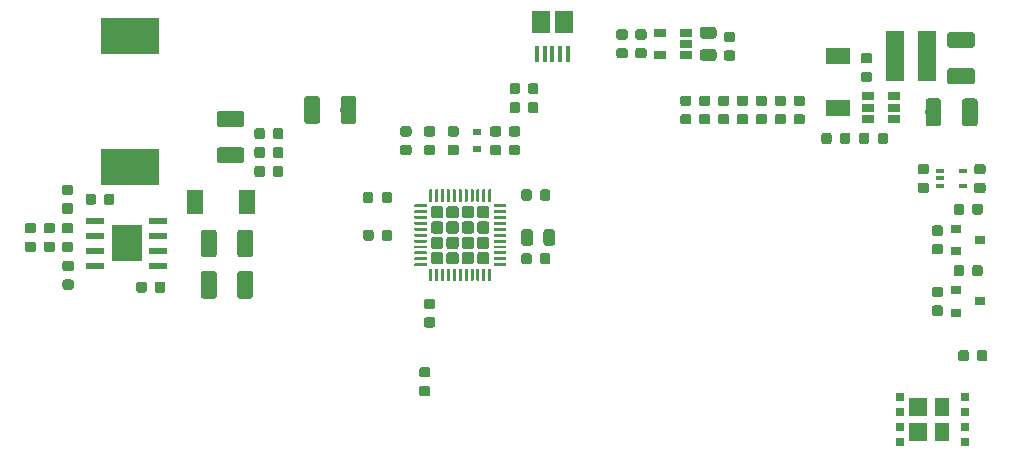
<source format=gbr>
G04 #@! TF.GenerationSoftware,KiCad,Pcbnew,5.1.2-f72e74a~84~ubuntu18.04.1*
G04 #@! TF.CreationDate,2019-05-12T20:09:00+01:00*
G04 #@! TF.ProjectId,cutoff-hardware,6375746f-6666-42d6-9861-726477617265,1.1*
G04 #@! TF.SameCoordinates,Original*
G04 #@! TF.FileFunction,Paste,Top*
G04 #@! TF.FilePolarity,Positive*
%FSLAX46Y46*%
G04 Gerber Fmt 4.6, Leading zero omitted, Abs format (unit mm)*
G04 Created by KiCad (PCBNEW 5.1.2-f72e74a~84~ubuntu18.04.1) date 2019-05-12 20:09:00*
%MOMM*%
%LPD*%
G04 APERTURE LIST*
%ADD10R,1.400000X2.000000*%
%ADD11R,2.000000X1.400000*%
%ADD12C,0.100000*%
%ADD13C,0.975000*%
%ADD14C,0.875000*%
%ADD15R,2.600000X3.100000*%
%ADD16R,1.550000X0.600000*%
%ADD17R,5.000000X3.100000*%
%ADD18C,1.325000*%
%ADD19R,1.500000X1.900000*%
%ADD20R,0.400000X1.350000*%
%ADD21R,1.500000X4.200000*%
%ADD22R,0.800000X0.700000*%
%ADD23R,1.600000X1.550000*%
%ADD24R,1.200000X1.550000*%
%ADD25R,0.900000X0.800000*%
%ADD26R,1.060000X0.650000*%
%ADD27R,0.650000X0.400000*%
%ADD28C,1.050000*%
%ADD29C,0.250000*%
%ADD30R,0.700000X0.600000*%
G04 APERTURE END LIST*
D10*
X128150000Y-86000000D03*
X123750000Y-86000000D03*
D11*
X178200000Y-78000000D03*
X178200000Y-73600000D03*
D12*
G36*
X154005142Y-88301174D02*
G01*
X154028803Y-88304684D01*
X154052007Y-88310496D01*
X154074529Y-88318554D01*
X154096153Y-88328782D01*
X154116670Y-88341079D01*
X154135883Y-88355329D01*
X154153607Y-88371393D01*
X154169671Y-88389117D01*
X154183921Y-88408330D01*
X154196218Y-88428847D01*
X154206446Y-88450471D01*
X154214504Y-88472993D01*
X154220316Y-88496197D01*
X154223826Y-88519858D01*
X154225000Y-88543750D01*
X154225000Y-89456250D01*
X154223826Y-89480142D01*
X154220316Y-89503803D01*
X154214504Y-89527007D01*
X154206446Y-89549529D01*
X154196218Y-89571153D01*
X154183921Y-89591670D01*
X154169671Y-89610883D01*
X154153607Y-89628607D01*
X154135883Y-89644671D01*
X154116670Y-89658921D01*
X154096153Y-89671218D01*
X154074529Y-89681446D01*
X154052007Y-89689504D01*
X154028803Y-89695316D01*
X154005142Y-89698826D01*
X153981250Y-89700000D01*
X153493750Y-89700000D01*
X153469858Y-89698826D01*
X153446197Y-89695316D01*
X153422993Y-89689504D01*
X153400471Y-89681446D01*
X153378847Y-89671218D01*
X153358330Y-89658921D01*
X153339117Y-89644671D01*
X153321393Y-89628607D01*
X153305329Y-89610883D01*
X153291079Y-89591670D01*
X153278782Y-89571153D01*
X153268554Y-89549529D01*
X153260496Y-89527007D01*
X153254684Y-89503803D01*
X153251174Y-89480142D01*
X153250000Y-89456250D01*
X153250000Y-88543750D01*
X153251174Y-88519858D01*
X153254684Y-88496197D01*
X153260496Y-88472993D01*
X153268554Y-88450471D01*
X153278782Y-88428847D01*
X153291079Y-88408330D01*
X153305329Y-88389117D01*
X153321393Y-88371393D01*
X153339117Y-88355329D01*
X153358330Y-88341079D01*
X153378847Y-88328782D01*
X153400471Y-88318554D01*
X153422993Y-88310496D01*
X153446197Y-88304684D01*
X153469858Y-88301174D01*
X153493750Y-88300000D01*
X153981250Y-88300000D01*
X154005142Y-88301174D01*
X154005142Y-88301174D01*
G37*
D13*
X153737500Y-89000000D03*
D12*
G36*
X152130142Y-88301174D02*
G01*
X152153803Y-88304684D01*
X152177007Y-88310496D01*
X152199529Y-88318554D01*
X152221153Y-88328782D01*
X152241670Y-88341079D01*
X152260883Y-88355329D01*
X152278607Y-88371393D01*
X152294671Y-88389117D01*
X152308921Y-88408330D01*
X152321218Y-88428847D01*
X152331446Y-88450471D01*
X152339504Y-88472993D01*
X152345316Y-88496197D01*
X152348826Y-88519858D01*
X152350000Y-88543750D01*
X152350000Y-89456250D01*
X152348826Y-89480142D01*
X152345316Y-89503803D01*
X152339504Y-89527007D01*
X152331446Y-89549529D01*
X152321218Y-89571153D01*
X152308921Y-89591670D01*
X152294671Y-89610883D01*
X152278607Y-89628607D01*
X152260883Y-89644671D01*
X152241670Y-89658921D01*
X152221153Y-89671218D01*
X152199529Y-89681446D01*
X152177007Y-89689504D01*
X152153803Y-89695316D01*
X152130142Y-89698826D01*
X152106250Y-89700000D01*
X151618750Y-89700000D01*
X151594858Y-89698826D01*
X151571197Y-89695316D01*
X151547993Y-89689504D01*
X151525471Y-89681446D01*
X151503847Y-89671218D01*
X151483330Y-89658921D01*
X151464117Y-89644671D01*
X151446393Y-89628607D01*
X151430329Y-89610883D01*
X151416079Y-89591670D01*
X151403782Y-89571153D01*
X151393554Y-89549529D01*
X151385496Y-89527007D01*
X151379684Y-89503803D01*
X151376174Y-89480142D01*
X151375000Y-89456250D01*
X151375000Y-88543750D01*
X151376174Y-88519858D01*
X151379684Y-88496197D01*
X151385496Y-88472993D01*
X151393554Y-88450471D01*
X151403782Y-88428847D01*
X151416079Y-88408330D01*
X151430329Y-88389117D01*
X151446393Y-88371393D01*
X151464117Y-88355329D01*
X151483330Y-88341079D01*
X151503847Y-88328782D01*
X151525471Y-88318554D01*
X151547993Y-88310496D01*
X151571197Y-88304684D01*
X151594858Y-88301174D01*
X151618750Y-88300000D01*
X152106250Y-88300000D01*
X152130142Y-88301174D01*
X152130142Y-88301174D01*
G37*
D13*
X151862500Y-89000000D03*
D12*
G36*
X165577691Y-76976053D02*
G01*
X165598926Y-76979203D01*
X165619750Y-76984419D01*
X165639962Y-76991651D01*
X165659368Y-77000830D01*
X165677781Y-77011866D01*
X165695024Y-77024654D01*
X165710930Y-77039070D01*
X165725346Y-77054976D01*
X165738134Y-77072219D01*
X165749170Y-77090632D01*
X165758349Y-77110038D01*
X165765581Y-77130250D01*
X165770797Y-77151074D01*
X165773947Y-77172309D01*
X165775000Y-77193750D01*
X165775000Y-77631250D01*
X165773947Y-77652691D01*
X165770797Y-77673926D01*
X165765581Y-77694750D01*
X165758349Y-77714962D01*
X165749170Y-77734368D01*
X165738134Y-77752781D01*
X165725346Y-77770024D01*
X165710930Y-77785930D01*
X165695024Y-77800346D01*
X165677781Y-77813134D01*
X165659368Y-77824170D01*
X165639962Y-77833349D01*
X165619750Y-77840581D01*
X165598926Y-77845797D01*
X165577691Y-77848947D01*
X165556250Y-77850000D01*
X165043750Y-77850000D01*
X165022309Y-77848947D01*
X165001074Y-77845797D01*
X164980250Y-77840581D01*
X164960038Y-77833349D01*
X164940632Y-77824170D01*
X164922219Y-77813134D01*
X164904976Y-77800346D01*
X164889070Y-77785930D01*
X164874654Y-77770024D01*
X164861866Y-77752781D01*
X164850830Y-77734368D01*
X164841651Y-77714962D01*
X164834419Y-77694750D01*
X164829203Y-77673926D01*
X164826053Y-77652691D01*
X164825000Y-77631250D01*
X164825000Y-77193750D01*
X164826053Y-77172309D01*
X164829203Y-77151074D01*
X164834419Y-77130250D01*
X164841651Y-77110038D01*
X164850830Y-77090632D01*
X164861866Y-77072219D01*
X164874654Y-77054976D01*
X164889070Y-77039070D01*
X164904976Y-77024654D01*
X164922219Y-77011866D01*
X164940632Y-77000830D01*
X164960038Y-76991651D01*
X164980250Y-76984419D01*
X165001074Y-76979203D01*
X165022309Y-76976053D01*
X165043750Y-76975000D01*
X165556250Y-76975000D01*
X165577691Y-76976053D01*
X165577691Y-76976053D01*
G37*
D14*
X165300000Y-77412500D03*
D12*
G36*
X165577691Y-78551053D02*
G01*
X165598926Y-78554203D01*
X165619750Y-78559419D01*
X165639962Y-78566651D01*
X165659368Y-78575830D01*
X165677781Y-78586866D01*
X165695024Y-78599654D01*
X165710930Y-78614070D01*
X165725346Y-78629976D01*
X165738134Y-78647219D01*
X165749170Y-78665632D01*
X165758349Y-78685038D01*
X165765581Y-78705250D01*
X165770797Y-78726074D01*
X165773947Y-78747309D01*
X165775000Y-78768750D01*
X165775000Y-79206250D01*
X165773947Y-79227691D01*
X165770797Y-79248926D01*
X165765581Y-79269750D01*
X165758349Y-79289962D01*
X165749170Y-79309368D01*
X165738134Y-79327781D01*
X165725346Y-79345024D01*
X165710930Y-79360930D01*
X165695024Y-79375346D01*
X165677781Y-79388134D01*
X165659368Y-79399170D01*
X165639962Y-79408349D01*
X165619750Y-79415581D01*
X165598926Y-79420797D01*
X165577691Y-79423947D01*
X165556250Y-79425000D01*
X165043750Y-79425000D01*
X165022309Y-79423947D01*
X165001074Y-79420797D01*
X164980250Y-79415581D01*
X164960038Y-79408349D01*
X164940632Y-79399170D01*
X164922219Y-79388134D01*
X164904976Y-79375346D01*
X164889070Y-79360930D01*
X164874654Y-79345024D01*
X164861866Y-79327781D01*
X164850830Y-79309368D01*
X164841651Y-79289962D01*
X164834419Y-79269750D01*
X164829203Y-79248926D01*
X164826053Y-79227691D01*
X164825000Y-79206250D01*
X164825000Y-78768750D01*
X164826053Y-78747309D01*
X164829203Y-78726074D01*
X164834419Y-78705250D01*
X164841651Y-78685038D01*
X164850830Y-78665632D01*
X164861866Y-78647219D01*
X164874654Y-78629976D01*
X164889070Y-78614070D01*
X164904976Y-78599654D01*
X164922219Y-78586866D01*
X164940632Y-78575830D01*
X164960038Y-78566651D01*
X164980250Y-78559419D01*
X165001074Y-78554203D01*
X165022309Y-78551053D01*
X165043750Y-78550000D01*
X165556250Y-78550000D01*
X165577691Y-78551053D01*
X165577691Y-78551053D01*
G37*
D14*
X165300000Y-78987500D03*
D15*
X117950000Y-89500000D03*
D16*
X115250000Y-87595000D03*
X115250000Y-88865000D03*
X115250000Y-90135000D03*
X115250000Y-91405000D03*
X120650000Y-91405000D03*
X120650000Y-90135000D03*
X120650000Y-88865000D03*
X120650000Y-87595000D03*
D12*
G36*
X145877691Y-81151053D02*
G01*
X145898926Y-81154203D01*
X145919750Y-81159419D01*
X145939962Y-81166651D01*
X145959368Y-81175830D01*
X145977781Y-81186866D01*
X145995024Y-81199654D01*
X146010930Y-81214070D01*
X146025346Y-81229976D01*
X146038134Y-81247219D01*
X146049170Y-81265632D01*
X146058349Y-81285038D01*
X146065581Y-81305250D01*
X146070797Y-81326074D01*
X146073947Y-81347309D01*
X146075000Y-81368750D01*
X146075000Y-81806250D01*
X146073947Y-81827691D01*
X146070797Y-81848926D01*
X146065581Y-81869750D01*
X146058349Y-81889962D01*
X146049170Y-81909368D01*
X146038134Y-81927781D01*
X146025346Y-81945024D01*
X146010930Y-81960930D01*
X145995024Y-81975346D01*
X145977781Y-81988134D01*
X145959368Y-81999170D01*
X145939962Y-82008349D01*
X145919750Y-82015581D01*
X145898926Y-82020797D01*
X145877691Y-82023947D01*
X145856250Y-82025000D01*
X145343750Y-82025000D01*
X145322309Y-82023947D01*
X145301074Y-82020797D01*
X145280250Y-82015581D01*
X145260038Y-82008349D01*
X145240632Y-81999170D01*
X145222219Y-81988134D01*
X145204976Y-81975346D01*
X145189070Y-81960930D01*
X145174654Y-81945024D01*
X145161866Y-81927781D01*
X145150830Y-81909368D01*
X145141651Y-81889962D01*
X145134419Y-81869750D01*
X145129203Y-81848926D01*
X145126053Y-81827691D01*
X145125000Y-81806250D01*
X145125000Y-81368750D01*
X145126053Y-81347309D01*
X145129203Y-81326074D01*
X145134419Y-81305250D01*
X145141651Y-81285038D01*
X145150830Y-81265632D01*
X145161866Y-81247219D01*
X145174654Y-81229976D01*
X145189070Y-81214070D01*
X145204976Y-81199654D01*
X145222219Y-81186866D01*
X145240632Y-81175830D01*
X145260038Y-81166651D01*
X145280250Y-81159419D01*
X145301074Y-81154203D01*
X145322309Y-81151053D01*
X145343750Y-81150000D01*
X145856250Y-81150000D01*
X145877691Y-81151053D01*
X145877691Y-81151053D01*
G37*
D14*
X145600000Y-81587500D03*
D12*
G36*
X145877691Y-79576053D02*
G01*
X145898926Y-79579203D01*
X145919750Y-79584419D01*
X145939962Y-79591651D01*
X145959368Y-79600830D01*
X145977781Y-79611866D01*
X145995024Y-79624654D01*
X146010930Y-79639070D01*
X146025346Y-79654976D01*
X146038134Y-79672219D01*
X146049170Y-79690632D01*
X146058349Y-79710038D01*
X146065581Y-79730250D01*
X146070797Y-79751074D01*
X146073947Y-79772309D01*
X146075000Y-79793750D01*
X146075000Y-80231250D01*
X146073947Y-80252691D01*
X146070797Y-80273926D01*
X146065581Y-80294750D01*
X146058349Y-80314962D01*
X146049170Y-80334368D01*
X146038134Y-80352781D01*
X146025346Y-80370024D01*
X146010930Y-80385930D01*
X145995024Y-80400346D01*
X145977781Y-80413134D01*
X145959368Y-80424170D01*
X145939962Y-80433349D01*
X145919750Y-80440581D01*
X145898926Y-80445797D01*
X145877691Y-80448947D01*
X145856250Y-80450000D01*
X145343750Y-80450000D01*
X145322309Y-80448947D01*
X145301074Y-80445797D01*
X145280250Y-80440581D01*
X145260038Y-80433349D01*
X145240632Y-80424170D01*
X145222219Y-80413134D01*
X145204976Y-80400346D01*
X145189070Y-80385930D01*
X145174654Y-80370024D01*
X145161866Y-80352781D01*
X145150830Y-80334368D01*
X145141651Y-80314962D01*
X145134419Y-80294750D01*
X145129203Y-80273926D01*
X145126053Y-80252691D01*
X145125000Y-80231250D01*
X145125000Y-79793750D01*
X145126053Y-79772309D01*
X145129203Y-79751074D01*
X145134419Y-79730250D01*
X145141651Y-79710038D01*
X145150830Y-79690632D01*
X145161866Y-79672219D01*
X145174654Y-79654976D01*
X145189070Y-79639070D01*
X145204976Y-79624654D01*
X145222219Y-79611866D01*
X145240632Y-79600830D01*
X145260038Y-79591651D01*
X145280250Y-79584419D01*
X145301074Y-79579203D01*
X145322309Y-79576053D01*
X145343750Y-79575000D01*
X145856250Y-79575000D01*
X145877691Y-79576053D01*
X145877691Y-79576053D01*
G37*
D14*
X145600000Y-80012500D03*
D17*
X118200000Y-71950000D03*
X118200000Y-83050000D03*
D12*
G36*
X149477691Y-81151053D02*
G01*
X149498926Y-81154203D01*
X149519750Y-81159419D01*
X149539962Y-81166651D01*
X149559368Y-81175830D01*
X149577781Y-81186866D01*
X149595024Y-81199654D01*
X149610930Y-81214070D01*
X149625346Y-81229976D01*
X149638134Y-81247219D01*
X149649170Y-81265632D01*
X149658349Y-81285038D01*
X149665581Y-81305250D01*
X149670797Y-81326074D01*
X149673947Y-81347309D01*
X149675000Y-81368750D01*
X149675000Y-81806250D01*
X149673947Y-81827691D01*
X149670797Y-81848926D01*
X149665581Y-81869750D01*
X149658349Y-81889962D01*
X149649170Y-81909368D01*
X149638134Y-81927781D01*
X149625346Y-81945024D01*
X149610930Y-81960930D01*
X149595024Y-81975346D01*
X149577781Y-81988134D01*
X149559368Y-81999170D01*
X149539962Y-82008349D01*
X149519750Y-82015581D01*
X149498926Y-82020797D01*
X149477691Y-82023947D01*
X149456250Y-82025000D01*
X148943750Y-82025000D01*
X148922309Y-82023947D01*
X148901074Y-82020797D01*
X148880250Y-82015581D01*
X148860038Y-82008349D01*
X148840632Y-81999170D01*
X148822219Y-81988134D01*
X148804976Y-81975346D01*
X148789070Y-81960930D01*
X148774654Y-81945024D01*
X148761866Y-81927781D01*
X148750830Y-81909368D01*
X148741651Y-81889962D01*
X148734419Y-81869750D01*
X148729203Y-81848926D01*
X148726053Y-81827691D01*
X148725000Y-81806250D01*
X148725000Y-81368750D01*
X148726053Y-81347309D01*
X148729203Y-81326074D01*
X148734419Y-81305250D01*
X148741651Y-81285038D01*
X148750830Y-81265632D01*
X148761866Y-81247219D01*
X148774654Y-81229976D01*
X148789070Y-81214070D01*
X148804976Y-81199654D01*
X148822219Y-81186866D01*
X148840632Y-81175830D01*
X148860038Y-81166651D01*
X148880250Y-81159419D01*
X148901074Y-81154203D01*
X148922309Y-81151053D01*
X148943750Y-81150000D01*
X149456250Y-81150000D01*
X149477691Y-81151053D01*
X149477691Y-81151053D01*
G37*
D14*
X149200000Y-81587500D03*
D12*
G36*
X149477691Y-79576053D02*
G01*
X149498926Y-79579203D01*
X149519750Y-79584419D01*
X149539962Y-79591651D01*
X149559368Y-79600830D01*
X149577781Y-79611866D01*
X149595024Y-79624654D01*
X149610930Y-79639070D01*
X149625346Y-79654976D01*
X149638134Y-79672219D01*
X149649170Y-79690632D01*
X149658349Y-79710038D01*
X149665581Y-79730250D01*
X149670797Y-79751074D01*
X149673947Y-79772309D01*
X149675000Y-79793750D01*
X149675000Y-80231250D01*
X149673947Y-80252691D01*
X149670797Y-80273926D01*
X149665581Y-80294750D01*
X149658349Y-80314962D01*
X149649170Y-80334368D01*
X149638134Y-80352781D01*
X149625346Y-80370024D01*
X149610930Y-80385930D01*
X149595024Y-80400346D01*
X149577781Y-80413134D01*
X149559368Y-80424170D01*
X149539962Y-80433349D01*
X149519750Y-80440581D01*
X149498926Y-80445797D01*
X149477691Y-80448947D01*
X149456250Y-80450000D01*
X148943750Y-80450000D01*
X148922309Y-80448947D01*
X148901074Y-80445797D01*
X148880250Y-80440581D01*
X148860038Y-80433349D01*
X148840632Y-80424170D01*
X148822219Y-80413134D01*
X148804976Y-80400346D01*
X148789070Y-80385930D01*
X148774654Y-80370024D01*
X148761866Y-80352781D01*
X148750830Y-80334368D01*
X148741651Y-80314962D01*
X148734419Y-80294750D01*
X148729203Y-80273926D01*
X148726053Y-80252691D01*
X148725000Y-80231250D01*
X148725000Y-79793750D01*
X148726053Y-79772309D01*
X148729203Y-79751074D01*
X148734419Y-79730250D01*
X148741651Y-79710038D01*
X148750830Y-79690632D01*
X148761866Y-79672219D01*
X148774654Y-79654976D01*
X148789070Y-79639070D01*
X148804976Y-79624654D01*
X148822219Y-79611866D01*
X148840632Y-79600830D01*
X148860038Y-79591651D01*
X148880250Y-79584419D01*
X148901074Y-79579203D01*
X148922309Y-79576053D01*
X148943750Y-79575000D01*
X149456250Y-79575000D01*
X149477691Y-79576053D01*
X149477691Y-79576053D01*
G37*
D14*
X149200000Y-80012500D03*
D12*
G36*
X131027691Y-81326053D02*
G01*
X131048926Y-81329203D01*
X131069750Y-81334419D01*
X131089962Y-81341651D01*
X131109368Y-81350830D01*
X131127781Y-81361866D01*
X131145024Y-81374654D01*
X131160930Y-81389070D01*
X131175346Y-81404976D01*
X131188134Y-81422219D01*
X131199170Y-81440632D01*
X131208349Y-81460038D01*
X131215581Y-81480250D01*
X131220797Y-81501074D01*
X131223947Y-81522309D01*
X131225000Y-81543750D01*
X131225000Y-82056250D01*
X131223947Y-82077691D01*
X131220797Y-82098926D01*
X131215581Y-82119750D01*
X131208349Y-82139962D01*
X131199170Y-82159368D01*
X131188134Y-82177781D01*
X131175346Y-82195024D01*
X131160930Y-82210930D01*
X131145024Y-82225346D01*
X131127781Y-82238134D01*
X131109368Y-82249170D01*
X131089962Y-82258349D01*
X131069750Y-82265581D01*
X131048926Y-82270797D01*
X131027691Y-82273947D01*
X131006250Y-82275000D01*
X130568750Y-82275000D01*
X130547309Y-82273947D01*
X130526074Y-82270797D01*
X130505250Y-82265581D01*
X130485038Y-82258349D01*
X130465632Y-82249170D01*
X130447219Y-82238134D01*
X130429976Y-82225346D01*
X130414070Y-82210930D01*
X130399654Y-82195024D01*
X130386866Y-82177781D01*
X130375830Y-82159368D01*
X130366651Y-82139962D01*
X130359419Y-82119750D01*
X130354203Y-82098926D01*
X130351053Y-82077691D01*
X130350000Y-82056250D01*
X130350000Y-81543750D01*
X130351053Y-81522309D01*
X130354203Y-81501074D01*
X130359419Y-81480250D01*
X130366651Y-81460038D01*
X130375830Y-81440632D01*
X130386866Y-81422219D01*
X130399654Y-81404976D01*
X130414070Y-81389070D01*
X130429976Y-81374654D01*
X130447219Y-81361866D01*
X130465632Y-81350830D01*
X130485038Y-81341651D01*
X130505250Y-81334419D01*
X130526074Y-81329203D01*
X130547309Y-81326053D01*
X130568750Y-81325000D01*
X131006250Y-81325000D01*
X131027691Y-81326053D01*
X131027691Y-81326053D01*
G37*
D14*
X130787500Y-81800000D03*
D12*
G36*
X129452691Y-81326053D02*
G01*
X129473926Y-81329203D01*
X129494750Y-81334419D01*
X129514962Y-81341651D01*
X129534368Y-81350830D01*
X129552781Y-81361866D01*
X129570024Y-81374654D01*
X129585930Y-81389070D01*
X129600346Y-81404976D01*
X129613134Y-81422219D01*
X129624170Y-81440632D01*
X129633349Y-81460038D01*
X129640581Y-81480250D01*
X129645797Y-81501074D01*
X129648947Y-81522309D01*
X129650000Y-81543750D01*
X129650000Y-82056250D01*
X129648947Y-82077691D01*
X129645797Y-82098926D01*
X129640581Y-82119750D01*
X129633349Y-82139962D01*
X129624170Y-82159368D01*
X129613134Y-82177781D01*
X129600346Y-82195024D01*
X129585930Y-82210930D01*
X129570024Y-82225346D01*
X129552781Y-82238134D01*
X129534368Y-82249170D01*
X129514962Y-82258349D01*
X129494750Y-82265581D01*
X129473926Y-82270797D01*
X129452691Y-82273947D01*
X129431250Y-82275000D01*
X128993750Y-82275000D01*
X128972309Y-82273947D01*
X128951074Y-82270797D01*
X128930250Y-82265581D01*
X128910038Y-82258349D01*
X128890632Y-82249170D01*
X128872219Y-82238134D01*
X128854976Y-82225346D01*
X128839070Y-82210930D01*
X128824654Y-82195024D01*
X128811866Y-82177781D01*
X128800830Y-82159368D01*
X128791651Y-82139962D01*
X128784419Y-82119750D01*
X128779203Y-82098926D01*
X128776053Y-82077691D01*
X128775000Y-82056250D01*
X128775000Y-81543750D01*
X128776053Y-81522309D01*
X128779203Y-81501074D01*
X128784419Y-81480250D01*
X128791651Y-81460038D01*
X128800830Y-81440632D01*
X128811866Y-81422219D01*
X128824654Y-81404976D01*
X128839070Y-81389070D01*
X128854976Y-81374654D01*
X128872219Y-81361866D01*
X128890632Y-81350830D01*
X128910038Y-81341651D01*
X128930250Y-81334419D01*
X128951074Y-81329203D01*
X128972309Y-81326053D01*
X128993750Y-81325000D01*
X129431250Y-81325000D01*
X129452691Y-81326053D01*
X129452691Y-81326053D01*
G37*
D14*
X129212500Y-81800000D03*
D12*
G36*
X171977691Y-78551053D02*
G01*
X171998926Y-78554203D01*
X172019750Y-78559419D01*
X172039962Y-78566651D01*
X172059368Y-78575830D01*
X172077781Y-78586866D01*
X172095024Y-78599654D01*
X172110930Y-78614070D01*
X172125346Y-78629976D01*
X172138134Y-78647219D01*
X172149170Y-78665632D01*
X172158349Y-78685038D01*
X172165581Y-78705250D01*
X172170797Y-78726074D01*
X172173947Y-78747309D01*
X172175000Y-78768750D01*
X172175000Y-79206250D01*
X172173947Y-79227691D01*
X172170797Y-79248926D01*
X172165581Y-79269750D01*
X172158349Y-79289962D01*
X172149170Y-79309368D01*
X172138134Y-79327781D01*
X172125346Y-79345024D01*
X172110930Y-79360930D01*
X172095024Y-79375346D01*
X172077781Y-79388134D01*
X172059368Y-79399170D01*
X172039962Y-79408349D01*
X172019750Y-79415581D01*
X171998926Y-79420797D01*
X171977691Y-79423947D01*
X171956250Y-79425000D01*
X171443750Y-79425000D01*
X171422309Y-79423947D01*
X171401074Y-79420797D01*
X171380250Y-79415581D01*
X171360038Y-79408349D01*
X171340632Y-79399170D01*
X171322219Y-79388134D01*
X171304976Y-79375346D01*
X171289070Y-79360930D01*
X171274654Y-79345024D01*
X171261866Y-79327781D01*
X171250830Y-79309368D01*
X171241651Y-79289962D01*
X171234419Y-79269750D01*
X171229203Y-79248926D01*
X171226053Y-79227691D01*
X171225000Y-79206250D01*
X171225000Y-78768750D01*
X171226053Y-78747309D01*
X171229203Y-78726074D01*
X171234419Y-78705250D01*
X171241651Y-78685038D01*
X171250830Y-78665632D01*
X171261866Y-78647219D01*
X171274654Y-78629976D01*
X171289070Y-78614070D01*
X171304976Y-78599654D01*
X171322219Y-78586866D01*
X171340632Y-78575830D01*
X171360038Y-78566651D01*
X171380250Y-78559419D01*
X171401074Y-78554203D01*
X171422309Y-78551053D01*
X171443750Y-78550000D01*
X171956250Y-78550000D01*
X171977691Y-78551053D01*
X171977691Y-78551053D01*
G37*
D14*
X171700000Y-78987500D03*
D12*
G36*
X171977691Y-76976053D02*
G01*
X171998926Y-76979203D01*
X172019750Y-76984419D01*
X172039962Y-76991651D01*
X172059368Y-77000830D01*
X172077781Y-77011866D01*
X172095024Y-77024654D01*
X172110930Y-77039070D01*
X172125346Y-77054976D01*
X172138134Y-77072219D01*
X172149170Y-77090632D01*
X172158349Y-77110038D01*
X172165581Y-77130250D01*
X172170797Y-77151074D01*
X172173947Y-77172309D01*
X172175000Y-77193750D01*
X172175000Y-77631250D01*
X172173947Y-77652691D01*
X172170797Y-77673926D01*
X172165581Y-77694750D01*
X172158349Y-77714962D01*
X172149170Y-77734368D01*
X172138134Y-77752781D01*
X172125346Y-77770024D01*
X172110930Y-77785930D01*
X172095024Y-77800346D01*
X172077781Y-77813134D01*
X172059368Y-77824170D01*
X172039962Y-77833349D01*
X172019750Y-77840581D01*
X171998926Y-77845797D01*
X171977691Y-77848947D01*
X171956250Y-77850000D01*
X171443750Y-77850000D01*
X171422309Y-77848947D01*
X171401074Y-77845797D01*
X171380250Y-77840581D01*
X171360038Y-77833349D01*
X171340632Y-77824170D01*
X171322219Y-77813134D01*
X171304976Y-77800346D01*
X171289070Y-77785930D01*
X171274654Y-77770024D01*
X171261866Y-77752781D01*
X171250830Y-77734368D01*
X171241651Y-77714962D01*
X171234419Y-77694750D01*
X171229203Y-77673926D01*
X171226053Y-77652691D01*
X171225000Y-77631250D01*
X171225000Y-77193750D01*
X171226053Y-77172309D01*
X171229203Y-77151074D01*
X171234419Y-77130250D01*
X171241651Y-77110038D01*
X171250830Y-77090632D01*
X171261866Y-77072219D01*
X171274654Y-77054976D01*
X171289070Y-77039070D01*
X171304976Y-77024654D01*
X171322219Y-77011866D01*
X171340632Y-77000830D01*
X171360038Y-76991651D01*
X171380250Y-76984419D01*
X171401074Y-76979203D01*
X171422309Y-76976053D01*
X171443750Y-76975000D01*
X171956250Y-76975000D01*
X171977691Y-76976053D01*
X171977691Y-76976053D01*
G37*
D14*
X171700000Y-77412500D03*
D12*
G36*
X185677691Y-82776053D02*
G01*
X185698926Y-82779203D01*
X185719750Y-82784419D01*
X185739962Y-82791651D01*
X185759368Y-82800830D01*
X185777781Y-82811866D01*
X185795024Y-82824654D01*
X185810930Y-82839070D01*
X185825346Y-82854976D01*
X185838134Y-82872219D01*
X185849170Y-82890632D01*
X185858349Y-82910038D01*
X185865581Y-82930250D01*
X185870797Y-82951074D01*
X185873947Y-82972309D01*
X185875000Y-82993750D01*
X185875000Y-83431250D01*
X185873947Y-83452691D01*
X185870797Y-83473926D01*
X185865581Y-83494750D01*
X185858349Y-83514962D01*
X185849170Y-83534368D01*
X185838134Y-83552781D01*
X185825346Y-83570024D01*
X185810930Y-83585930D01*
X185795024Y-83600346D01*
X185777781Y-83613134D01*
X185759368Y-83624170D01*
X185739962Y-83633349D01*
X185719750Y-83640581D01*
X185698926Y-83645797D01*
X185677691Y-83648947D01*
X185656250Y-83650000D01*
X185143750Y-83650000D01*
X185122309Y-83648947D01*
X185101074Y-83645797D01*
X185080250Y-83640581D01*
X185060038Y-83633349D01*
X185040632Y-83624170D01*
X185022219Y-83613134D01*
X185004976Y-83600346D01*
X184989070Y-83585930D01*
X184974654Y-83570024D01*
X184961866Y-83552781D01*
X184950830Y-83534368D01*
X184941651Y-83514962D01*
X184934419Y-83494750D01*
X184929203Y-83473926D01*
X184926053Y-83452691D01*
X184925000Y-83431250D01*
X184925000Y-82993750D01*
X184926053Y-82972309D01*
X184929203Y-82951074D01*
X184934419Y-82930250D01*
X184941651Y-82910038D01*
X184950830Y-82890632D01*
X184961866Y-82872219D01*
X184974654Y-82854976D01*
X184989070Y-82839070D01*
X185004976Y-82824654D01*
X185022219Y-82811866D01*
X185040632Y-82800830D01*
X185060038Y-82791651D01*
X185080250Y-82784419D01*
X185101074Y-82779203D01*
X185122309Y-82776053D01*
X185143750Y-82775000D01*
X185656250Y-82775000D01*
X185677691Y-82776053D01*
X185677691Y-82776053D01*
G37*
D14*
X185400000Y-83212500D03*
D12*
G36*
X185677691Y-84351053D02*
G01*
X185698926Y-84354203D01*
X185719750Y-84359419D01*
X185739962Y-84366651D01*
X185759368Y-84375830D01*
X185777781Y-84386866D01*
X185795024Y-84399654D01*
X185810930Y-84414070D01*
X185825346Y-84429976D01*
X185838134Y-84447219D01*
X185849170Y-84465632D01*
X185858349Y-84485038D01*
X185865581Y-84505250D01*
X185870797Y-84526074D01*
X185873947Y-84547309D01*
X185875000Y-84568750D01*
X185875000Y-85006250D01*
X185873947Y-85027691D01*
X185870797Y-85048926D01*
X185865581Y-85069750D01*
X185858349Y-85089962D01*
X185849170Y-85109368D01*
X185838134Y-85127781D01*
X185825346Y-85145024D01*
X185810930Y-85160930D01*
X185795024Y-85175346D01*
X185777781Y-85188134D01*
X185759368Y-85199170D01*
X185739962Y-85208349D01*
X185719750Y-85215581D01*
X185698926Y-85220797D01*
X185677691Y-85223947D01*
X185656250Y-85225000D01*
X185143750Y-85225000D01*
X185122309Y-85223947D01*
X185101074Y-85220797D01*
X185080250Y-85215581D01*
X185060038Y-85208349D01*
X185040632Y-85199170D01*
X185022219Y-85188134D01*
X185004976Y-85175346D01*
X184989070Y-85160930D01*
X184974654Y-85145024D01*
X184961866Y-85127781D01*
X184950830Y-85109368D01*
X184941651Y-85089962D01*
X184934419Y-85069750D01*
X184929203Y-85048926D01*
X184926053Y-85027691D01*
X184925000Y-85006250D01*
X184925000Y-84568750D01*
X184926053Y-84547309D01*
X184929203Y-84526074D01*
X184934419Y-84505250D01*
X184941651Y-84485038D01*
X184950830Y-84465632D01*
X184961866Y-84447219D01*
X184974654Y-84429976D01*
X184989070Y-84414070D01*
X185004976Y-84399654D01*
X185022219Y-84386866D01*
X185040632Y-84375830D01*
X185060038Y-84366651D01*
X185080250Y-84359419D01*
X185101074Y-84354203D01*
X185122309Y-84351053D01*
X185143750Y-84350000D01*
X185656250Y-84350000D01*
X185677691Y-84351053D01*
X185677691Y-84351053D01*
G37*
D14*
X185400000Y-84787500D03*
D12*
G36*
X190477691Y-82776053D02*
G01*
X190498926Y-82779203D01*
X190519750Y-82784419D01*
X190539962Y-82791651D01*
X190559368Y-82800830D01*
X190577781Y-82811866D01*
X190595024Y-82824654D01*
X190610930Y-82839070D01*
X190625346Y-82854976D01*
X190638134Y-82872219D01*
X190649170Y-82890632D01*
X190658349Y-82910038D01*
X190665581Y-82930250D01*
X190670797Y-82951074D01*
X190673947Y-82972309D01*
X190675000Y-82993750D01*
X190675000Y-83431250D01*
X190673947Y-83452691D01*
X190670797Y-83473926D01*
X190665581Y-83494750D01*
X190658349Y-83514962D01*
X190649170Y-83534368D01*
X190638134Y-83552781D01*
X190625346Y-83570024D01*
X190610930Y-83585930D01*
X190595024Y-83600346D01*
X190577781Y-83613134D01*
X190559368Y-83624170D01*
X190539962Y-83633349D01*
X190519750Y-83640581D01*
X190498926Y-83645797D01*
X190477691Y-83648947D01*
X190456250Y-83650000D01*
X189943750Y-83650000D01*
X189922309Y-83648947D01*
X189901074Y-83645797D01*
X189880250Y-83640581D01*
X189860038Y-83633349D01*
X189840632Y-83624170D01*
X189822219Y-83613134D01*
X189804976Y-83600346D01*
X189789070Y-83585930D01*
X189774654Y-83570024D01*
X189761866Y-83552781D01*
X189750830Y-83534368D01*
X189741651Y-83514962D01*
X189734419Y-83494750D01*
X189729203Y-83473926D01*
X189726053Y-83452691D01*
X189725000Y-83431250D01*
X189725000Y-82993750D01*
X189726053Y-82972309D01*
X189729203Y-82951074D01*
X189734419Y-82930250D01*
X189741651Y-82910038D01*
X189750830Y-82890632D01*
X189761866Y-82872219D01*
X189774654Y-82854976D01*
X189789070Y-82839070D01*
X189804976Y-82824654D01*
X189822219Y-82811866D01*
X189840632Y-82800830D01*
X189860038Y-82791651D01*
X189880250Y-82784419D01*
X189901074Y-82779203D01*
X189922309Y-82776053D01*
X189943750Y-82775000D01*
X190456250Y-82775000D01*
X190477691Y-82776053D01*
X190477691Y-82776053D01*
G37*
D14*
X190200000Y-83212500D03*
D12*
G36*
X190477691Y-84351053D02*
G01*
X190498926Y-84354203D01*
X190519750Y-84359419D01*
X190539962Y-84366651D01*
X190559368Y-84375830D01*
X190577781Y-84386866D01*
X190595024Y-84399654D01*
X190610930Y-84414070D01*
X190625346Y-84429976D01*
X190638134Y-84447219D01*
X190649170Y-84465632D01*
X190658349Y-84485038D01*
X190665581Y-84505250D01*
X190670797Y-84526074D01*
X190673947Y-84547309D01*
X190675000Y-84568750D01*
X190675000Y-85006250D01*
X190673947Y-85027691D01*
X190670797Y-85048926D01*
X190665581Y-85069750D01*
X190658349Y-85089962D01*
X190649170Y-85109368D01*
X190638134Y-85127781D01*
X190625346Y-85145024D01*
X190610930Y-85160930D01*
X190595024Y-85175346D01*
X190577781Y-85188134D01*
X190559368Y-85199170D01*
X190539962Y-85208349D01*
X190519750Y-85215581D01*
X190498926Y-85220797D01*
X190477691Y-85223947D01*
X190456250Y-85225000D01*
X189943750Y-85225000D01*
X189922309Y-85223947D01*
X189901074Y-85220797D01*
X189880250Y-85215581D01*
X189860038Y-85208349D01*
X189840632Y-85199170D01*
X189822219Y-85188134D01*
X189804976Y-85175346D01*
X189789070Y-85160930D01*
X189774654Y-85145024D01*
X189761866Y-85127781D01*
X189750830Y-85109368D01*
X189741651Y-85089962D01*
X189734419Y-85069750D01*
X189729203Y-85048926D01*
X189726053Y-85027691D01*
X189725000Y-85006250D01*
X189725000Y-84568750D01*
X189726053Y-84547309D01*
X189729203Y-84526074D01*
X189734419Y-84505250D01*
X189741651Y-84485038D01*
X189750830Y-84465632D01*
X189761866Y-84447219D01*
X189774654Y-84429976D01*
X189789070Y-84414070D01*
X189804976Y-84399654D01*
X189822219Y-84386866D01*
X189840632Y-84375830D01*
X189860038Y-84366651D01*
X189880250Y-84359419D01*
X189901074Y-84354203D01*
X189922309Y-84351053D01*
X189943750Y-84350000D01*
X190456250Y-84350000D01*
X190477691Y-84351053D01*
X190477691Y-84351053D01*
G37*
D14*
X190200000Y-84787500D03*
D12*
G36*
X140227691Y-85126053D02*
G01*
X140248926Y-85129203D01*
X140269750Y-85134419D01*
X140289962Y-85141651D01*
X140309368Y-85150830D01*
X140327781Y-85161866D01*
X140345024Y-85174654D01*
X140360930Y-85189070D01*
X140375346Y-85204976D01*
X140388134Y-85222219D01*
X140399170Y-85240632D01*
X140408349Y-85260038D01*
X140415581Y-85280250D01*
X140420797Y-85301074D01*
X140423947Y-85322309D01*
X140425000Y-85343750D01*
X140425000Y-85856250D01*
X140423947Y-85877691D01*
X140420797Y-85898926D01*
X140415581Y-85919750D01*
X140408349Y-85939962D01*
X140399170Y-85959368D01*
X140388134Y-85977781D01*
X140375346Y-85995024D01*
X140360930Y-86010930D01*
X140345024Y-86025346D01*
X140327781Y-86038134D01*
X140309368Y-86049170D01*
X140289962Y-86058349D01*
X140269750Y-86065581D01*
X140248926Y-86070797D01*
X140227691Y-86073947D01*
X140206250Y-86075000D01*
X139768750Y-86075000D01*
X139747309Y-86073947D01*
X139726074Y-86070797D01*
X139705250Y-86065581D01*
X139685038Y-86058349D01*
X139665632Y-86049170D01*
X139647219Y-86038134D01*
X139629976Y-86025346D01*
X139614070Y-86010930D01*
X139599654Y-85995024D01*
X139586866Y-85977781D01*
X139575830Y-85959368D01*
X139566651Y-85939962D01*
X139559419Y-85919750D01*
X139554203Y-85898926D01*
X139551053Y-85877691D01*
X139550000Y-85856250D01*
X139550000Y-85343750D01*
X139551053Y-85322309D01*
X139554203Y-85301074D01*
X139559419Y-85280250D01*
X139566651Y-85260038D01*
X139575830Y-85240632D01*
X139586866Y-85222219D01*
X139599654Y-85204976D01*
X139614070Y-85189070D01*
X139629976Y-85174654D01*
X139647219Y-85161866D01*
X139665632Y-85150830D01*
X139685038Y-85141651D01*
X139705250Y-85134419D01*
X139726074Y-85129203D01*
X139747309Y-85126053D01*
X139768750Y-85125000D01*
X140206250Y-85125000D01*
X140227691Y-85126053D01*
X140227691Y-85126053D01*
G37*
D14*
X139987500Y-85600000D03*
D12*
G36*
X138652691Y-85126053D02*
G01*
X138673926Y-85129203D01*
X138694750Y-85134419D01*
X138714962Y-85141651D01*
X138734368Y-85150830D01*
X138752781Y-85161866D01*
X138770024Y-85174654D01*
X138785930Y-85189070D01*
X138800346Y-85204976D01*
X138813134Y-85222219D01*
X138824170Y-85240632D01*
X138833349Y-85260038D01*
X138840581Y-85280250D01*
X138845797Y-85301074D01*
X138848947Y-85322309D01*
X138850000Y-85343750D01*
X138850000Y-85856250D01*
X138848947Y-85877691D01*
X138845797Y-85898926D01*
X138840581Y-85919750D01*
X138833349Y-85939962D01*
X138824170Y-85959368D01*
X138813134Y-85977781D01*
X138800346Y-85995024D01*
X138785930Y-86010930D01*
X138770024Y-86025346D01*
X138752781Y-86038134D01*
X138734368Y-86049170D01*
X138714962Y-86058349D01*
X138694750Y-86065581D01*
X138673926Y-86070797D01*
X138652691Y-86073947D01*
X138631250Y-86075000D01*
X138193750Y-86075000D01*
X138172309Y-86073947D01*
X138151074Y-86070797D01*
X138130250Y-86065581D01*
X138110038Y-86058349D01*
X138090632Y-86049170D01*
X138072219Y-86038134D01*
X138054976Y-86025346D01*
X138039070Y-86010930D01*
X138024654Y-85995024D01*
X138011866Y-85977781D01*
X138000830Y-85959368D01*
X137991651Y-85939962D01*
X137984419Y-85919750D01*
X137979203Y-85898926D01*
X137976053Y-85877691D01*
X137975000Y-85856250D01*
X137975000Y-85343750D01*
X137976053Y-85322309D01*
X137979203Y-85301074D01*
X137984419Y-85280250D01*
X137991651Y-85260038D01*
X138000830Y-85240632D01*
X138011866Y-85222219D01*
X138024654Y-85204976D01*
X138039070Y-85189070D01*
X138054976Y-85174654D01*
X138072219Y-85161866D01*
X138090632Y-85150830D01*
X138110038Y-85141651D01*
X138130250Y-85134419D01*
X138151074Y-85129203D01*
X138172309Y-85126053D01*
X138193750Y-85125000D01*
X138631250Y-85125000D01*
X138652691Y-85126053D01*
X138652691Y-85126053D01*
G37*
D14*
X138412500Y-85600000D03*
D12*
G36*
X141877691Y-81151053D02*
G01*
X141898926Y-81154203D01*
X141919750Y-81159419D01*
X141939962Y-81166651D01*
X141959368Y-81175830D01*
X141977781Y-81186866D01*
X141995024Y-81199654D01*
X142010930Y-81214070D01*
X142025346Y-81229976D01*
X142038134Y-81247219D01*
X142049170Y-81265632D01*
X142058349Y-81285038D01*
X142065581Y-81305250D01*
X142070797Y-81326074D01*
X142073947Y-81347309D01*
X142075000Y-81368750D01*
X142075000Y-81806250D01*
X142073947Y-81827691D01*
X142070797Y-81848926D01*
X142065581Y-81869750D01*
X142058349Y-81889962D01*
X142049170Y-81909368D01*
X142038134Y-81927781D01*
X142025346Y-81945024D01*
X142010930Y-81960930D01*
X141995024Y-81975346D01*
X141977781Y-81988134D01*
X141959368Y-81999170D01*
X141939962Y-82008349D01*
X141919750Y-82015581D01*
X141898926Y-82020797D01*
X141877691Y-82023947D01*
X141856250Y-82025000D01*
X141343750Y-82025000D01*
X141322309Y-82023947D01*
X141301074Y-82020797D01*
X141280250Y-82015581D01*
X141260038Y-82008349D01*
X141240632Y-81999170D01*
X141222219Y-81988134D01*
X141204976Y-81975346D01*
X141189070Y-81960930D01*
X141174654Y-81945024D01*
X141161866Y-81927781D01*
X141150830Y-81909368D01*
X141141651Y-81889962D01*
X141134419Y-81869750D01*
X141129203Y-81848926D01*
X141126053Y-81827691D01*
X141125000Y-81806250D01*
X141125000Y-81368750D01*
X141126053Y-81347309D01*
X141129203Y-81326074D01*
X141134419Y-81305250D01*
X141141651Y-81285038D01*
X141150830Y-81265632D01*
X141161866Y-81247219D01*
X141174654Y-81229976D01*
X141189070Y-81214070D01*
X141204976Y-81199654D01*
X141222219Y-81186866D01*
X141240632Y-81175830D01*
X141260038Y-81166651D01*
X141280250Y-81159419D01*
X141301074Y-81154203D01*
X141322309Y-81151053D01*
X141343750Y-81150000D01*
X141856250Y-81150000D01*
X141877691Y-81151053D01*
X141877691Y-81151053D01*
G37*
D14*
X141600000Y-81587500D03*
D12*
G36*
X141877691Y-79576053D02*
G01*
X141898926Y-79579203D01*
X141919750Y-79584419D01*
X141939962Y-79591651D01*
X141959368Y-79600830D01*
X141977781Y-79611866D01*
X141995024Y-79624654D01*
X142010930Y-79639070D01*
X142025346Y-79654976D01*
X142038134Y-79672219D01*
X142049170Y-79690632D01*
X142058349Y-79710038D01*
X142065581Y-79730250D01*
X142070797Y-79751074D01*
X142073947Y-79772309D01*
X142075000Y-79793750D01*
X142075000Y-80231250D01*
X142073947Y-80252691D01*
X142070797Y-80273926D01*
X142065581Y-80294750D01*
X142058349Y-80314962D01*
X142049170Y-80334368D01*
X142038134Y-80352781D01*
X142025346Y-80370024D01*
X142010930Y-80385930D01*
X141995024Y-80400346D01*
X141977781Y-80413134D01*
X141959368Y-80424170D01*
X141939962Y-80433349D01*
X141919750Y-80440581D01*
X141898926Y-80445797D01*
X141877691Y-80448947D01*
X141856250Y-80450000D01*
X141343750Y-80450000D01*
X141322309Y-80448947D01*
X141301074Y-80445797D01*
X141280250Y-80440581D01*
X141260038Y-80433349D01*
X141240632Y-80424170D01*
X141222219Y-80413134D01*
X141204976Y-80400346D01*
X141189070Y-80385930D01*
X141174654Y-80370024D01*
X141161866Y-80352781D01*
X141150830Y-80334368D01*
X141141651Y-80314962D01*
X141134419Y-80294750D01*
X141129203Y-80273926D01*
X141126053Y-80252691D01*
X141125000Y-80231250D01*
X141125000Y-79793750D01*
X141126053Y-79772309D01*
X141129203Y-79751074D01*
X141134419Y-79730250D01*
X141141651Y-79710038D01*
X141150830Y-79690632D01*
X141161866Y-79672219D01*
X141174654Y-79654976D01*
X141189070Y-79639070D01*
X141204976Y-79624654D01*
X141222219Y-79611866D01*
X141240632Y-79600830D01*
X141260038Y-79591651D01*
X141280250Y-79584419D01*
X141301074Y-79579203D01*
X141322309Y-79576053D01*
X141343750Y-79575000D01*
X141856250Y-79575000D01*
X141877691Y-79576053D01*
X141877691Y-79576053D01*
G37*
D14*
X141600000Y-80012500D03*
D12*
G36*
X140240191Y-88326053D02*
G01*
X140261426Y-88329203D01*
X140282250Y-88334419D01*
X140302462Y-88341651D01*
X140321868Y-88350830D01*
X140340281Y-88361866D01*
X140357524Y-88374654D01*
X140373430Y-88389070D01*
X140387846Y-88404976D01*
X140400634Y-88422219D01*
X140411670Y-88440632D01*
X140420849Y-88460038D01*
X140428081Y-88480250D01*
X140433297Y-88501074D01*
X140436447Y-88522309D01*
X140437500Y-88543750D01*
X140437500Y-89056250D01*
X140436447Y-89077691D01*
X140433297Y-89098926D01*
X140428081Y-89119750D01*
X140420849Y-89139962D01*
X140411670Y-89159368D01*
X140400634Y-89177781D01*
X140387846Y-89195024D01*
X140373430Y-89210930D01*
X140357524Y-89225346D01*
X140340281Y-89238134D01*
X140321868Y-89249170D01*
X140302462Y-89258349D01*
X140282250Y-89265581D01*
X140261426Y-89270797D01*
X140240191Y-89273947D01*
X140218750Y-89275000D01*
X139781250Y-89275000D01*
X139759809Y-89273947D01*
X139738574Y-89270797D01*
X139717750Y-89265581D01*
X139697538Y-89258349D01*
X139678132Y-89249170D01*
X139659719Y-89238134D01*
X139642476Y-89225346D01*
X139626570Y-89210930D01*
X139612154Y-89195024D01*
X139599366Y-89177781D01*
X139588330Y-89159368D01*
X139579151Y-89139962D01*
X139571919Y-89119750D01*
X139566703Y-89098926D01*
X139563553Y-89077691D01*
X139562500Y-89056250D01*
X139562500Y-88543750D01*
X139563553Y-88522309D01*
X139566703Y-88501074D01*
X139571919Y-88480250D01*
X139579151Y-88460038D01*
X139588330Y-88440632D01*
X139599366Y-88422219D01*
X139612154Y-88404976D01*
X139626570Y-88389070D01*
X139642476Y-88374654D01*
X139659719Y-88361866D01*
X139678132Y-88350830D01*
X139697538Y-88341651D01*
X139717750Y-88334419D01*
X139738574Y-88329203D01*
X139759809Y-88326053D01*
X139781250Y-88325000D01*
X140218750Y-88325000D01*
X140240191Y-88326053D01*
X140240191Y-88326053D01*
G37*
D14*
X140000000Y-88800000D03*
D12*
G36*
X138665191Y-88326053D02*
G01*
X138686426Y-88329203D01*
X138707250Y-88334419D01*
X138727462Y-88341651D01*
X138746868Y-88350830D01*
X138765281Y-88361866D01*
X138782524Y-88374654D01*
X138798430Y-88389070D01*
X138812846Y-88404976D01*
X138825634Y-88422219D01*
X138836670Y-88440632D01*
X138845849Y-88460038D01*
X138853081Y-88480250D01*
X138858297Y-88501074D01*
X138861447Y-88522309D01*
X138862500Y-88543750D01*
X138862500Y-89056250D01*
X138861447Y-89077691D01*
X138858297Y-89098926D01*
X138853081Y-89119750D01*
X138845849Y-89139962D01*
X138836670Y-89159368D01*
X138825634Y-89177781D01*
X138812846Y-89195024D01*
X138798430Y-89210930D01*
X138782524Y-89225346D01*
X138765281Y-89238134D01*
X138746868Y-89249170D01*
X138727462Y-89258349D01*
X138707250Y-89265581D01*
X138686426Y-89270797D01*
X138665191Y-89273947D01*
X138643750Y-89275000D01*
X138206250Y-89275000D01*
X138184809Y-89273947D01*
X138163574Y-89270797D01*
X138142750Y-89265581D01*
X138122538Y-89258349D01*
X138103132Y-89249170D01*
X138084719Y-89238134D01*
X138067476Y-89225346D01*
X138051570Y-89210930D01*
X138037154Y-89195024D01*
X138024366Y-89177781D01*
X138013330Y-89159368D01*
X138004151Y-89139962D01*
X137996919Y-89119750D01*
X137991703Y-89098926D01*
X137988553Y-89077691D01*
X137987500Y-89056250D01*
X137987500Y-88543750D01*
X137988553Y-88522309D01*
X137991703Y-88501074D01*
X137996919Y-88480250D01*
X138004151Y-88460038D01*
X138013330Y-88440632D01*
X138024366Y-88422219D01*
X138037154Y-88404976D01*
X138051570Y-88389070D01*
X138067476Y-88374654D01*
X138084719Y-88361866D01*
X138103132Y-88350830D01*
X138122538Y-88341651D01*
X138142750Y-88334419D01*
X138163574Y-88329203D01*
X138184809Y-88326053D01*
X138206250Y-88325000D01*
X138643750Y-88325000D01*
X138665191Y-88326053D01*
X138665191Y-88326053D01*
G37*
D14*
X138425000Y-88800000D03*
D12*
G36*
X143477691Y-99976053D02*
G01*
X143498926Y-99979203D01*
X143519750Y-99984419D01*
X143539962Y-99991651D01*
X143559368Y-100000830D01*
X143577781Y-100011866D01*
X143595024Y-100024654D01*
X143610930Y-100039070D01*
X143625346Y-100054976D01*
X143638134Y-100072219D01*
X143649170Y-100090632D01*
X143658349Y-100110038D01*
X143665581Y-100130250D01*
X143670797Y-100151074D01*
X143673947Y-100172309D01*
X143675000Y-100193750D01*
X143675000Y-100631250D01*
X143673947Y-100652691D01*
X143670797Y-100673926D01*
X143665581Y-100694750D01*
X143658349Y-100714962D01*
X143649170Y-100734368D01*
X143638134Y-100752781D01*
X143625346Y-100770024D01*
X143610930Y-100785930D01*
X143595024Y-100800346D01*
X143577781Y-100813134D01*
X143559368Y-100824170D01*
X143539962Y-100833349D01*
X143519750Y-100840581D01*
X143498926Y-100845797D01*
X143477691Y-100848947D01*
X143456250Y-100850000D01*
X142943750Y-100850000D01*
X142922309Y-100848947D01*
X142901074Y-100845797D01*
X142880250Y-100840581D01*
X142860038Y-100833349D01*
X142840632Y-100824170D01*
X142822219Y-100813134D01*
X142804976Y-100800346D01*
X142789070Y-100785930D01*
X142774654Y-100770024D01*
X142761866Y-100752781D01*
X142750830Y-100734368D01*
X142741651Y-100714962D01*
X142734419Y-100694750D01*
X142729203Y-100673926D01*
X142726053Y-100652691D01*
X142725000Y-100631250D01*
X142725000Y-100193750D01*
X142726053Y-100172309D01*
X142729203Y-100151074D01*
X142734419Y-100130250D01*
X142741651Y-100110038D01*
X142750830Y-100090632D01*
X142761866Y-100072219D01*
X142774654Y-100054976D01*
X142789070Y-100039070D01*
X142804976Y-100024654D01*
X142822219Y-100011866D01*
X142840632Y-100000830D01*
X142860038Y-99991651D01*
X142880250Y-99984419D01*
X142901074Y-99979203D01*
X142922309Y-99976053D01*
X142943750Y-99975000D01*
X143456250Y-99975000D01*
X143477691Y-99976053D01*
X143477691Y-99976053D01*
G37*
D14*
X143200000Y-100412500D03*
D12*
G36*
X143477691Y-101551053D02*
G01*
X143498926Y-101554203D01*
X143519750Y-101559419D01*
X143539962Y-101566651D01*
X143559368Y-101575830D01*
X143577781Y-101586866D01*
X143595024Y-101599654D01*
X143610930Y-101614070D01*
X143625346Y-101629976D01*
X143638134Y-101647219D01*
X143649170Y-101665632D01*
X143658349Y-101685038D01*
X143665581Y-101705250D01*
X143670797Y-101726074D01*
X143673947Y-101747309D01*
X143675000Y-101768750D01*
X143675000Y-102206250D01*
X143673947Y-102227691D01*
X143670797Y-102248926D01*
X143665581Y-102269750D01*
X143658349Y-102289962D01*
X143649170Y-102309368D01*
X143638134Y-102327781D01*
X143625346Y-102345024D01*
X143610930Y-102360930D01*
X143595024Y-102375346D01*
X143577781Y-102388134D01*
X143559368Y-102399170D01*
X143539962Y-102408349D01*
X143519750Y-102415581D01*
X143498926Y-102420797D01*
X143477691Y-102423947D01*
X143456250Y-102425000D01*
X142943750Y-102425000D01*
X142922309Y-102423947D01*
X142901074Y-102420797D01*
X142880250Y-102415581D01*
X142860038Y-102408349D01*
X142840632Y-102399170D01*
X142822219Y-102388134D01*
X142804976Y-102375346D01*
X142789070Y-102360930D01*
X142774654Y-102345024D01*
X142761866Y-102327781D01*
X142750830Y-102309368D01*
X142741651Y-102289962D01*
X142734419Y-102269750D01*
X142729203Y-102248926D01*
X142726053Y-102227691D01*
X142725000Y-102206250D01*
X142725000Y-101768750D01*
X142726053Y-101747309D01*
X142729203Y-101726074D01*
X142734419Y-101705250D01*
X142741651Y-101685038D01*
X142750830Y-101665632D01*
X142761866Y-101647219D01*
X142774654Y-101629976D01*
X142789070Y-101614070D01*
X142804976Y-101599654D01*
X142822219Y-101586866D01*
X142840632Y-101575830D01*
X142860038Y-101566651D01*
X142880250Y-101559419D01*
X142901074Y-101554203D01*
X142922309Y-101551053D01*
X142943750Y-101550000D01*
X143456250Y-101550000D01*
X143477691Y-101551053D01*
X143477691Y-101551053D01*
G37*
D14*
X143200000Y-101987500D03*
D12*
G36*
X125349505Y-88326204D02*
G01*
X125373773Y-88329804D01*
X125397572Y-88335765D01*
X125420671Y-88344030D01*
X125442850Y-88354520D01*
X125463893Y-88367132D01*
X125483599Y-88381747D01*
X125501777Y-88398223D01*
X125518253Y-88416401D01*
X125532868Y-88436107D01*
X125545480Y-88457150D01*
X125555970Y-88479329D01*
X125564235Y-88502428D01*
X125570196Y-88526227D01*
X125573796Y-88550495D01*
X125575000Y-88574999D01*
X125575000Y-90425001D01*
X125573796Y-90449505D01*
X125570196Y-90473773D01*
X125564235Y-90497572D01*
X125555970Y-90520671D01*
X125545480Y-90542850D01*
X125532868Y-90563893D01*
X125518253Y-90583599D01*
X125501777Y-90601777D01*
X125483599Y-90618253D01*
X125463893Y-90632868D01*
X125442850Y-90645480D01*
X125420671Y-90655970D01*
X125397572Y-90664235D01*
X125373773Y-90670196D01*
X125349505Y-90673796D01*
X125325001Y-90675000D01*
X124499999Y-90675000D01*
X124475495Y-90673796D01*
X124451227Y-90670196D01*
X124427428Y-90664235D01*
X124404329Y-90655970D01*
X124382150Y-90645480D01*
X124361107Y-90632868D01*
X124341401Y-90618253D01*
X124323223Y-90601777D01*
X124306747Y-90583599D01*
X124292132Y-90563893D01*
X124279520Y-90542850D01*
X124269030Y-90520671D01*
X124260765Y-90497572D01*
X124254804Y-90473773D01*
X124251204Y-90449505D01*
X124250000Y-90425001D01*
X124250000Y-88574999D01*
X124251204Y-88550495D01*
X124254804Y-88526227D01*
X124260765Y-88502428D01*
X124269030Y-88479329D01*
X124279520Y-88457150D01*
X124292132Y-88436107D01*
X124306747Y-88416401D01*
X124323223Y-88398223D01*
X124341401Y-88381747D01*
X124361107Y-88367132D01*
X124382150Y-88354520D01*
X124404329Y-88344030D01*
X124427428Y-88335765D01*
X124451227Y-88329804D01*
X124475495Y-88326204D01*
X124499999Y-88325000D01*
X125325001Y-88325000D01*
X125349505Y-88326204D01*
X125349505Y-88326204D01*
G37*
D18*
X124912500Y-89500000D03*
D12*
G36*
X128424505Y-88326204D02*
G01*
X128448773Y-88329804D01*
X128472572Y-88335765D01*
X128495671Y-88344030D01*
X128517850Y-88354520D01*
X128538893Y-88367132D01*
X128558599Y-88381747D01*
X128576777Y-88398223D01*
X128593253Y-88416401D01*
X128607868Y-88436107D01*
X128620480Y-88457150D01*
X128630970Y-88479329D01*
X128639235Y-88502428D01*
X128645196Y-88526227D01*
X128648796Y-88550495D01*
X128650000Y-88574999D01*
X128650000Y-90425001D01*
X128648796Y-90449505D01*
X128645196Y-90473773D01*
X128639235Y-90497572D01*
X128630970Y-90520671D01*
X128620480Y-90542850D01*
X128607868Y-90563893D01*
X128593253Y-90583599D01*
X128576777Y-90601777D01*
X128558599Y-90618253D01*
X128538893Y-90632868D01*
X128517850Y-90645480D01*
X128495671Y-90655970D01*
X128472572Y-90664235D01*
X128448773Y-90670196D01*
X128424505Y-90673796D01*
X128400001Y-90675000D01*
X127574999Y-90675000D01*
X127550495Y-90673796D01*
X127526227Y-90670196D01*
X127502428Y-90664235D01*
X127479329Y-90655970D01*
X127457150Y-90645480D01*
X127436107Y-90632868D01*
X127416401Y-90618253D01*
X127398223Y-90601777D01*
X127381747Y-90583599D01*
X127367132Y-90563893D01*
X127354520Y-90542850D01*
X127344030Y-90520671D01*
X127335765Y-90497572D01*
X127329804Y-90473773D01*
X127326204Y-90449505D01*
X127325000Y-90425001D01*
X127325000Y-88574999D01*
X127326204Y-88550495D01*
X127329804Y-88526227D01*
X127335765Y-88502428D01*
X127344030Y-88479329D01*
X127354520Y-88457150D01*
X127367132Y-88436107D01*
X127381747Y-88416401D01*
X127398223Y-88398223D01*
X127416401Y-88381747D01*
X127436107Y-88367132D01*
X127457150Y-88354520D01*
X127479329Y-88344030D01*
X127502428Y-88335765D01*
X127526227Y-88329804D01*
X127550495Y-88326204D01*
X127574999Y-88325000D01*
X128400001Y-88325000D01*
X128424505Y-88326204D01*
X128424505Y-88326204D01*
G37*
D18*
X127987500Y-89500000D03*
D12*
G36*
X128424505Y-91826204D02*
G01*
X128448773Y-91829804D01*
X128472572Y-91835765D01*
X128495671Y-91844030D01*
X128517850Y-91854520D01*
X128538893Y-91867132D01*
X128558599Y-91881747D01*
X128576777Y-91898223D01*
X128593253Y-91916401D01*
X128607868Y-91936107D01*
X128620480Y-91957150D01*
X128630970Y-91979329D01*
X128639235Y-92002428D01*
X128645196Y-92026227D01*
X128648796Y-92050495D01*
X128650000Y-92074999D01*
X128650000Y-93925001D01*
X128648796Y-93949505D01*
X128645196Y-93973773D01*
X128639235Y-93997572D01*
X128630970Y-94020671D01*
X128620480Y-94042850D01*
X128607868Y-94063893D01*
X128593253Y-94083599D01*
X128576777Y-94101777D01*
X128558599Y-94118253D01*
X128538893Y-94132868D01*
X128517850Y-94145480D01*
X128495671Y-94155970D01*
X128472572Y-94164235D01*
X128448773Y-94170196D01*
X128424505Y-94173796D01*
X128400001Y-94175000D01*
X127574999Y-94175000D01*
X127550495Y-94173796D01*
X127526227Y-94170196D01*
X127502428Y-94164235D01*
X127479329Y-94155970D01*
X127457150Y-94145480D01*
X127436107Y-94132868D01*
X127416401Y-94118253D01*
X127398223Y-94101777D01*
X127381747Y-94083599D01*
X127367132Y-94063893D01*
X127354520Y-94042850D01*
X127344030Y-94020671D01*
X127335765Y-93997572D01*
X127329804Y-93973773D01*
X127326204Y-93949505D01*
X127325000Y-93925001D01*
X127325000Y-92074999D01*
X127326204Y-92050495D01*
X127329804Y-92026227D01*
X127335765Y-92002428D01*
X127344030Y-91979329D01*
X127354520Y-91957150D01*
X127367132Y-91936107D01*
X127381747Y-91916401D01*
X127398223Y-91898223D01*
X127416401Y-91881747D01*
X127436107Y-91867132D01*
X127457150Y-91854520D01*
X127479329Y-91844030D01*
X127502428Y-91835765D01*
X127526227Y-91829804D01*
X127550495Y-91826204D01*
X127574999Y-91825000D01*
X128400001Y-91825000D01*
X128424505Y-91826204D01*
X128424505Y-91826204D01*
G37*
D18*
X127987500Y-93000000D03*
D12*
G36*
X125349505Y-91826204D02*
G01*
X125373773Y-91829804D01*
X125397572Y-91835765D01*
X125420671Y-91844030D01*
X125442850Y-91854520D01*
X125463893Y-91867132D01*
X125483599Y-91881747D01*
X125501777Y-91898223D01*
X125518253Y-91916401D01*
X125532868Y-91936107D01*
X125545480Y-91957150D01*
X125555970Y-91979329D01*
X125564235Y-92002428D01*
X125570196Y-92026227D01*
X125573796Y-92050495D01*
X125575000Y-92074999D01*
X125575000Y-93925001D01*
X125573796Y-93949505D01*
X125570196Y-93973773D01*
X125564235Y-93997572D01*
X125555970Y-94020671D01*
X125545480Y-94042850D01*
X125532868Y-94063893D01*
X125518253Y-94083599D01*
X125501777Y-94101777D01*
X125483599Y-94118253D01*
X125463893Y-94132868D01*
X125442850Y-94145480D01*
X125420671Y-94155970D01*
X125397572Y-94164235D01*
X125373773Y-94170196D01*
X125349505Y-94173796D01*
X125325001Y-94175000D01*
X124499999Y-94175000D01*
X124475495Y-94173796D01*
X124451227Y-94170196D01*
X124427428Y-94164235D01*
X124404329Y-94155970D01*
X124382150Y-94145480D01*
X124361107Y-94132868D01*
X124341401Y-94118253D01*
X124323223Y-94101777D01*
X124306747Y-94083599D01*
X124292132Y-94063893D01*
X124279520Y-94042850D01*
X124269030Y-94020671D01*
X124260765Y-93997572D01*
X124254804Y-93973773D01*
X124251204Y-93949505D01*
X124250000Y-93925001D01*
X124250000Y-92074999D01*
X124251204Y-92050495D01*
X124254804Y-92026227D01*
X124260765Y-92002428D01*
X124269030Y-91979329D01*
X124279520Y-91957150D01*
X124292132Y-91936107D01*
X124306747Y-91916401D01*
X124323223Y-91898223D01*
X124341401Y-91881747D01*
X124361107Y-91867132D01*
X124382150Y-91854520D01*
X124404329Y-91844030D01*
X124427428Y-91835765D01*
X124451227Y-91829804D01*
X124475495Y-91826204D01*
X124499999Y-91825000D01*
X125325001Y-91825000D01*
X125349505Y-91826204D01*
X125349505Y-91826204D01*
G37*
D18*
X124912500Y-93000000D03*
D12*
G36*
X113227691Y-89351053D02*
G01*
X113248926Y-89354203D01*
X113269750Y-89359419D01*
X113289962Y-89366651D01*
X113309368Y-89375830D01*
X113327781Y-89386866D01*
X113345024Y-89399654D01*
X113360930Y-89414070D01*
X113375346Y-89429976D01*
X113388134Y-89447219D01*
X113399170Y-89465632D01*
X113408349Y-89485038D01*
X113415581Y-89505250D01*
X113420797Y-89526074D01*
X113423947Y-89547309D01*
X113425000Y-89568750D01*
X113425000Y-90006250D01*
X113423947Y-90027691D01*
X113420797Y-90048926D01*
X113415581Y-90069750D01*
X113408349Y-90089962D01*
X113399170Y-90109368D01*
X113388134Y-90127781D01*
X113375346Y-90145024D01*
X113360930Y-90160930D01*
X113345024Y-90175346D01*
X113327781Y-90188134D01*
X113309368Y-90199170D01*
X113289962Y-90208349D01*
X113269750Y-90215581D01*
X113248926Y-90220797D01*
X113227691Y-90223947D01*
X113206250Y-90225000D01*
X112693750Y-90225000D01*
X112672309Y-90223947D01*
X112651074Y-90220797D01*
X112630250Y-90215581D01*
X112610038Y-90208349D01*
X112590632Y-90199170D01*
X112572219Y-90188134D01*
X112554976Y-90175346D01*
X112539070Y-90160930D01*
X112524654Y-90145024D01*
X112511866Y-90127781D01*
X112500830Y-90109368D01*
X112491651Y-90089962D01*
X112484419Y-90069750D01*
X112479203Y-90048926D01*
X112476053Y-90027691D01*
X112475000Y-90006250D01*
X112475000Y-89568750D01*
X112476053Y-89547309D01*
X112479203Y-89526074D01*
X112484419Y-89505250D01*
X112491651Y-89485038D01*
X112500830Y-89465632D01*
X112511866Y-89447219D01*
X112524654Y-89429976D01*
X112539070Y-89414070D01*
X112554976Y-89399654D01*
X112572219Y-89386866D01*
X112590632Y-89375830D01*
X112610038Y-89366651D01*
X112630250Y-89359419D01*
X112651074Y-89354203D01*
X112672309Y-89351053D01*
X112693750Y-89350000D01*
X113206250Y-89350000D01*
X113227691Y-89351053D01*
X113227691Y-89351053D01*
G37*
D14*
X112950000Y-89787500D03*
D12*
G36*
X113227691Y-87776053D02*
G01*
X113248926Y-87779203D01*
X113269750Y-87784419D01*
X113289962Y-87791651D01*
X113309368Y-87800830D01*
X113327781Y-87811866D01*
X113345024Y-87824654D01*
X113360930Y-87839070D01*
X113375346Y-87854976D01*
X113388134Y-87872219D01*
X113399170Y-87890632D01*
X113408349Y-87910038D01*
X113415581Y-87930250D01*
X113420797Y-87951074D01*
X113423947Y-87972309D01*
X113425000Y-87993750D01*
X113425000Y-88431250D01*
X113423947Y-88452691D01*
X113420797Y-88473926D01*
X113415581Y-88494750D01*
X113408349Y-88514962D01*
X113399170Y-88534368D01*
X113388134Y-88552781D01*
X113375346Y-88570024D01*
X113360930Y-88585930D01*
X113345024Y-88600346D01*
X113327781Y-88613134D01*
X113309368Y-88624170D01*
X113289962Y-88633349D01*
X113269750Y-88640581D01*
X113248926Y-88645797D01*
X113227691Y-88648947D01*
X113206250Y-88650000D01*
X112693750Y-88650000D01*
X112672309Y-88648947D01*
X112651074Y-88645797D01*
X112630250Y-88640581D01*
X112610038Y-88633349D01*
X112590632Y-88624170D01*
X112572219Y-88613134D01*
X112554976Y-88600346D01*
X112539070Y-88585930D01*
X112524654Y-88570024D01*
X112511866Y-88552781D01*
X112500830Y-88534368D01*
X112491651Y-88514962D01*
X112484419Y-88494750D01*
X112479203Y-88473926D01*
X112476053Y-88452691D01*
X112475000Y-88431250D01*
X112475000Y-87993750D01*
X112476053Y-87972309D01*
X112479203Y-87951074D01*
X112484419Y-87930250D01*
X112491651Y-87910038D01*
X112500830Y-87890632D01*
X112511866Y-87872219D01*
X112524654Y-87854976D01*
X112539070Y-87839070D01*
X112554976Y-87824654D01*
X112572219Y-87811866D01*
X112590632Y-87800830D01*
X112610038Y-87791651D01*
X112630250Y-87784419D01*
X112651074Y-87779203D01*
X112672309Y-87776053D01*
X112693750Y-87775000D01*
X113206250Y-87775000D01*
X113227691Y-87776053D01*
X113227691Y-87776053D01*
G37*
D14*
X112950000Y-88212500D03*
D12*
G36*
X116727691Y-85276053D02*
G01*
X116748926Y-85279203D01*
X116769750Y-85284419D01*
X116789962Y-85291651D01*
X116809368Y-85300830D01*
X116827781Y-85311866D01*
X116845024Y-85324654D01*
X116860930Y-85339070D01*
X116875346Y-85354976D01*
X116888134Y-85372219D01*
X116899170Y-85390632D01*
X116908349Y-85410038D01*
X116915581Y-85430250D01*
X116920797Y-85451074D01*
X116923947Y-85472309D01*
X116925000Y-85493750D01*
X116925000Y-86006250D01*
X116923947Y-86027691D01*
X116920797Y-86048926D01*
X116915581Y-86069750D01*
X116908349Y-86089962D01*
X116899170Y-86109368D01*
X116888134Y-86127781D01*
X116875346Y-86145024D01*
X116860930Y-86160930D01*
X116845024Y-86175346D01*
X116827781Y-86188134D01*
X116809368Y-86199170D01*
X116789962Y-86208349D01*
X116769750Y-86215581D01*
X116748926Y-86220797D01*
X116727691Y-86223947D01*
X116706250Y-86225000D01*
X116268750Y-86225000D01*
X116247309Y-86223947D01*
X116226074Y-86220797D01*
X116205250Y-86215581D01*
X116185038Y-86208349D01*
X116165632Y-86199170D01*
X116147219Y-86188134D01*
X116129976Y-86175346D01*
X116114070Y-86160930D01*
X116099654Y-86145024D01*
X116086866Y-86127781D01*
X116075830Y-86109368D01*
X116066651Y-86089962D01*
X116059419Y-86069750D01*
X116054203Y-86048926D01*
X116051053Y-86027691D01*
X116050000Y-86006250D01*
X116050000Y-85493750D01*
X116051053Y-85472309D01*
X116054203Y-85451074D01*
X116059419Y-85430250D01*
X116066651Y-85410038D01*
X116075830Y-85390632D01*
X116086866Y-85372219D01*
X116099654Y-85354976D01*
X116114070Y-85339070D01*
X116129976Y-85324654D01*
X116147219Y-85311866D01*
X116165632Y-85300830D01*
X116185038Y-85291651D01*
X116205250Y-85284419D01*
X116226074Y-85279203D01*
X116247309Y-85276053D01*
X116268750Y-85275000D01*
X116706250Y-85275000D01*
X116727691Y-85276053D01*
X116727691Y-85276053D01*
G37*
D14*
X116487500Y-85750000D03*
D12*
G36*
X115152691Y-85276053D02*
G01*
X115173926Y-85279203D01*
X115194750Y-85284419D01*
X115214962Y-85291651D01*
X115234368Y-85300830D01*
X115252781Y-85311866D01*
X115270024Y-85324654D01*
X115285930Y-85339070D01*
X115300346Y-85354976D01*
X115313134Y-85372219D01*
X115324170Y-85390632D01*
X115333349Y-85410038D01*
X115340581Y-85430250D01*
X115345797Y-85451074D01*
X115348947Y-85472309D01*
X115350000Y-85493750D01*
X115350000Y-86006250D01*
X115348947Y-86027691D01*
X115345797Y-86048926D01*
X115340581Y-86069750D01*
X115333349Y-86089962D01*
X115324170Y-86109368D01*
X115313134Y-86127781D01*
X115300346Y-86145024D01*
X115285930Y-86160930D01*
X115270024Y-86175346D01*
X115252781Y-86188134D01*
X115234368Y-86199170D01*
X115214962Y-86208349D01*
X115194750Y-86215581D01*
X115173926Y-86220797D01*
X115152691Y-86223947D01*
X115131250Y-86225000D01*
X114693750Y-86225000D01*
X114672309Y-86223947D01*
X114651074Y-86220797D01*
X114630250Y-86215581D01*
X114610038Y-86208349D01*
X114590632Y-86199170D01*
X114572219Y-86188134D01*
X114554976Y-86175346D01*
X114539070Y-86160930D01*
X114524654Y-86145024D01*
X114511866Y-86127781D01*
X114500830Y-86109368D01*
X114491651Y-86089962D01*
X114484419Y-86069750D01*
X114479203Y-86048926D01*
X114476053Y-86027691D01*
X114475000Y-86006250D01*
X114475000Y-85493750D01*
X114476053Y-85472309D01*
X114479203Y-85451074D01*
X114484419Y-85430250D01*
X114491651Y-85410038D01*
X114500830Y-85390632D01*
X114511866Y-85372219D01*
X114524654Y-85354976D01*
X114539070Y-85339070D01*
X114554976Y-85324654D01*
X114572219Y-85311866D01*
X114590632Y-85300830D01*
X114610038Y-85291651D01*
X114630250Y-85284419D01*
X114651074Y-85279203D01*
X114672309Y-85276053D01*
X114693750Y-85275000D01*
X115131250Y-85275000D01*
X115152691Y-85276053D01*
X115152691Y-85276053D01*
G37*
D14*
X114912500Y-85750000D03*
D12*
G36*
X111677691Y-89351053D02*
G01*
X111698926Y-89354203D01*
X111719750Y-89359419D01*
X111739962Y-89366651D01*
X111759368Y-89375830D01*
X111777781Y-89386866D01*
X111795024Y-89399654D01*
X111810930Y-89414070D01*
X111825346Y-89429976D01*
X111838134Y-89447219D01*
X111849170Y-89465632D01*
X111858349Y-89485038D01*
X111865581Y-89505250D01*
X111870797Y-89526074D01*
X111873947Y-89547309D01*
X111875000Y-89568750D01*
X111875000Y-90006250D01*
X111873947Y-90027691D01*
X111870797Y-90048926D01*
X111865581Y-90069750D01*
X111858349Y-90089962D01*
X111849170Y-90109368D01*
X111838134Y-90127781D01*
X111825346Y-90145024D01*
X111810930Y-90160930D01*
X111795024Y-90175346D01*
X111777781Y-90188134D01*
X111759368Y-90199170D01*
X111739962Y-90208349D01*
X111719750Y-90215581D01*
X111698926Y-90220797D01*
X111677691Y-90223947D01*
X111656250Y-90225000D01*
X111143750Y-90225000D01*
X111122309Y-90223947D01*
X111101074Y-90220797D01*
X111080250Y-90215581D01*
X111060038Y-90208349D01*
X111040632Y-90199170D01*
X111022219Y-90188134D01*
X111004976Y-90175346D01*
X110989070Y-90160930D01*
X110974654Y-90145024D01*
X110961866Y-90127781D01*
X110950830Y-90109368D01*
X110941651Y-90089962D01*
X110934419Y-90069750D01*
X110929203Y-90048926D01*
X110926053Y-90027691D01*
X110925000Y-90006250D01*
X110925000Y-89568750D01*
X110926053Y-89547309D01*
X110929203Y-89526074D01*
X110934419Y-89505250D01*
X110941651Y-89485038D01*
X110950830Y-89465632D01*
X110961866Y-89447219D01*
X110974654Y-89429976D01*
X110989070Y-89414070D01*
X111004976Y-89399654D01*
X111022219Y-89386866D01*
X111040632Y-89375830D01*
X111060038Y-89366651D01*
X111080250Y-89359419D01*
X111101074Y-89354203D01*
X111122309Y-89351053D01*
X111143750Y-89350000D01*
X111656250Y-89350000D01*
X111677691Y-89351053D01*
X111677691Y-89351053D01*
G37*
D14*
X111400000Y-89787500D03*
D12*
G36*
X111677691Y-87776053D02*
G01*
X111698926Y-87779203D01*
X111719750Y-87784419D01*
X111739962Y-87791651D01*
X111759368Y-87800830D01*
X111777781Y-87811866D01*
X111795024Y-87824654D01*
X111810930Y-87839070D01*
X111825346Y-87854976D01*
X111838134Y-87872219D01*
X111849170Y-87890632D01*
X111858349Y-87910038D01*
X111865581Y-87930250D01*
X111870797Y-87951074D01*
X111873947Y-87972309D01*
X111875000Y-87993750D01*
X111875000Y-88431250D01*
X111873947Y-88452691D01*
X111870797Y-88473926D01*
X111865581Y-88494750D01*
X111858349Y-88514962D01*
X111849170Y-88534368D01*
X111838134Y-88552781D01*
X111825346Y-88570024D01*
X111810930Y-88585930D01*
X111795024Y-88600346D01*
X111777781Y-88613134D01*
X111759368Y-88624170D01*
X111739962Y-88633349D01*
X111719750Y-88640581D01*
X111698926Y-88645797D01*
X111677691Y-88648947D01*
X111656250Y-88650000D01*
X111143750Y-88650000D01*
X111122309Y-88648947D01*
X111101074Y-88645797D01*
X111080250Y-88640581D01*
X111060038Y-88633349D01*
X111040632Y-88624170D01*
X111022219Y-88613134D01*
X111004976Y-88600346D01*
X110989070Y-88585930D01*
X110974654Y-88570024D01*
X110961866Y-88552781D01*
X110950830Y-88534368D01*
X110941651Y-88514962D01*
X110934419Y-88494750D01*
X110929203Y-88473926D01*
X110926053Y-88452691D01*
X110925000Y-88431250D01*
X110925000Y-87993750D01*
X110926053Y-87972309D01*
X110929203Y-87951074D01*
X110934419Y-87930250D01*
X110941651Y-87910038D01*
X110950830Y-87890632D01*
X110961866Y-87872219D01*
X110974654Y-87854976D01*
X110989070Y-87839070D01*
X111004976Y-87824654D01*
X111022219Y-87811866D01*
X111040632Y-87800830D01*
X111060038Y-87791651D01*
X111080250Y-87784419D01*
X111101074Y-87779203D01*
X111122309Y-87776053D01*
X111143750Y-87775000D01*
X111656250Y-87775000D01*
X111677691Y-87776053D01*
X111677691Y-87776053D01*
G37*
D14*
X111400000Y-88212500D03*
D12*
G36*
X186699505Y-77226204D02*
G01*
X186723773Y-77229804D01*
X186747572Y-77235765D01*
X186770671Y-77244030D01*
X186792850Y-77254520D01*
X186813893Y-77267132D01*
X186833599Y-77281747D01*
X186851777Y-77298223D01*
X186868253Y-77316401D01*
X186882868Y-77336107D01*
X186895480Y-77357150D01*
X186905970Y-77379329D01*
X186914235Y-77402428D01*
X186920196Y-77426227D01*
X186923796Y-77450495D01*
X186925000Y-77474999D01*
X186925000Y-79325001D01*
X186923796Y-79349505D01*
X186920196Y-79373773D01*
X186914235Y-79397572D01*
X186905970Y-79420671D01*
X186895480Y-79442850D01*
X186882868Y-79463893D01*
X186868253Y-79483599D01*
X186851777Y-79501777D01*
X186833599Y-79518253D01*
X186813893Y-79532868D01*
X186792850Y-79545480D01*
X186770671Y-79555970D01*
X186747572Y-79564235D01*
X186723773Y-79570196D01*
X186699505Y-79573796D01*
X186675001Y-79575000D01*
X185849999Y-79575000D01*
X185825495Y-79573796D01*
X185801227Y-79570196D01*
X185777428Y-79564235D01*
X185754329Y-79555970D01*
X185732150Y-79545480D01*
X185711107Y-79532868D01*
X185691401Y-79518253D01*
X185673223Y-79501777D01*
X185656747Y-79483599D01*
X185642132Y-79463893D01*
X185629520Y-79442850D01*
X185619030Y-79420671D01*
X185610765Y-79397572D01*
X185604804Y-79373773D01*
X185601204Y-79349505D01*
X185600000Y-79325001D01*
X185600000Y-77474999D01*
X185601204Y-77450495D01*
X185604804Y-77426227D01*
X185610765Y-77402428D01*
X185619030Y-77379329D01*
X185629520Y-77357150D01*
X185642132Y-77336107D01*
X185656747Y-77316401D01*
X185673223Y-77298223D01*
X185691401Y-77281747D01*
X185711107Y-77267132D01*
X185732150Y-77254520D01*
X185754329Y-77244030D01*
X185777428Y-77235765D01*
X185801227Y-77229804D01*
X185825495Y-77226204D01*
X185849999Y-77225000D01*
X186675001Y-77225000D01*
X186699505Y-77226204D01*
X186699505Y-77226204D01*
G37*
D18*
X186262500Y-78400000D03*
D12*
G36*
X189774505Y-77226204D02*
G01*
X189798773Y-77229804D01*
X189822572Y-77235765D01*
X189845671Y-77244030D01*
X189867850Y-77254520D01*
X189888893Y-77267132D01*
X189908599Y-77281747D01*
X189926777Y-77298223D01*
X189943253Y-77316401D01*
X189957868Y-77336107D01*
X189970480Y-77357150D01*
X189980970Y-77379329D01*
X189989235Y-77402428D01*
X189995196Y-77426227D01*
X189998796Y-77450495D01*
X190000000Y-77474999D01*
X190000000Y-79325001D01*
X189998796Y-79349505D01*
X189995196Y-79373773D01*
X189989235Y-79397572D01*
X189980970Y-79420671D01*
X189970480Y-79442850D01*
X189957868Y-79463893D01*
X189943253Y-79483599D01*
X189926777Y-79501777D01*
X189908599Y-79518253D01*
X189888893Y-79532868D01*
X189867850Y-79545480D01*
X189845671Y-79555970D01*
X189822572Y-79564235D01*
X189798773Y-79570196D01*
X189774505Y-79573796D01*
X189750001Y-79575000D01*
X188924999Y-79575000D01*
X188900495Y-79573796D01*
X188876227Y-79570196D01*
X188852428Y-79564235D01*
X188829329Y-79555970D01*
X188807150Y-79545480D01*
X188786107Y-79532868D01*
X188766401Y-79518253D01*
X188748223Y-79501777D01*
X188731747Y-79483599D01*
X188717132Y-79463893D01*
X188704520Y-79442850D01*
X188694030Y-79420671D01*
X188685765Y-79397572D01*
X188679804Y-79373773D01*
X188676204Y-79349505D01*
X188675000Y-79325001D01*
X188675000Y-77474999D01*
X188676204Y-77450495D01*
X188679804Y-77426227D01*
X188685765Y-77402428D01*
X188694030Y-77379329D01*
X188704520Y-77357150D01*
X188717132Y-77336107D01*
X188731747Y-77316401D01*
X188748223Y-77298223D01*
X188766401Y-77281747D01*
X188786107Y-77267132D01*
X188807150Y-77254520D01*
X188829329Y-77244030D01*
X188852428Y-77235765D01*
X188876227Y-77229804D01*
X188900495Y-77226204D01*
X188924999Y-77225000D01*
X189750001Y-77225000D01*
X189774505Y-77226204D01*
X189774505Y-77226204D01*
G37*
D18*
X189337500Y-78400000D03*
D12*
G36*
X180877691Y-73376053D02*
G01*
X180898926Y-73379203D01*
X180919750Y-73384419D01*
X180939962Y-73391651D01*
X180959368Y-73400830D01*
X180977781Y-73411866D01*
X180995024Y-73424654D01*
X181010930Y-73439070D01*
X181025346Y-73454976D01*
X181038134Y-73472219D01*
X181049170Y-73490632D01*
X181058349Y-73510038D01*
X181065581Y-73530250D01*
X181070797Y-73551074D01*
X181073947Y-73572309D01*
X181075000Y-73593750D01*
X181075000Y-74031250D01*
X181073947Y-74052691D01*
X181070797Y-74073926D01*
X181065581Y-74094750D01*
X181058349Y-74114962D01*
X181049170Y-74134368D01*
X181038134Y-74152781D01*
X181025346Y-74170024D01*
X181010930Y-74185930D01*
X180995024Y-74200346D01*
X180977781Y-74213134D01*
X180959368Y-74224170D01*
X180939962Y-74233349D01*
X180919750Y-74240581D01*
X180898926Y-74245797D01*
X180877691Y-74248947D01*
X180856250Y-74250000D01*
X180343750Y-74250000D01*
X180322309Y-74248947D01*
X180301074Y-74245797D01*
X180280250Y-74240581D01*
X180260038Y-74233349D01*
X180240632Y-74224170D01*
X180222219Y-74213134D01*
X180204976Y-74200346D01*
X180189070Y-74185930D01*
X180174654Y-74170024D01*
X180161866Y-74152781D01*
X180150830Y-74134368D01*
X180141651Y-74114962D01*
X180134419Y-74094750D01*
X180129203Y-74073926D01*
X180126053Y-74052691D01*
X180125000Y-74031250D01*
X180125000Y-73593750D01*
X180126053Y-73572309D01*
X180129203Y-73551074D01*
X180134419Y-73530250D01*
X180141651Y-73510038D01*
X180150830Y-73490632D01*
X180161866Y-73472219D01*
X180174654Y-73454976D01*
X180189070Y-73439070D01*
X180204976Y-73424654D01*
X180222219Y-73411866D01*
X180240632Y-73400830D01*
X180260038Y-73391651D01*
X180280250Y-73384419D01*
X180301074Y-73379203D01*
X180322309Y-73376053D01*
X180343750Y-73375000D01*
X180856250Y-73375000D01*
X180877691Y-73376053D01*
X180877691Y-73376053D01*
G37*
D14*
X180600000Y-73812500D03*
D12*
G36*
X180877691Y-74951053D02*
G01*
X180898926Y-74954203D01*
X180919750Y-74959419D01*
X180939962Y-74966651D01*
X180959368Y-74975830D01*
X180977781Y-74986866D01*
X180995024Y-74999654D01*
X181010930Y-75014070D01*
X181025346Y-75029976D01*
X181038134Y-75047219D01*
X181049170Y-75065632D01*
X181058349Y-75085038D01*
X181065581Y-75105250D01*
X181070797Y-75126074D01*
X181073947Y-75147309D01*
X181075000Y-75168750D01*
X181075000Y-75606250D01*
X181073947Y-75627691D01*
X181070797Y-75648926D01*
X181065581Y-75669750D01*
X181058349Y-75689962D01*
X181049170Y-75709368D01*
X181038134Y-75727781D01*
X181025346Y-75745024D01*
X181010930Y-75760930D01*
X180995024Y-75775346D01*
X180977781Y-75788134D01*
X180959368Y-75799170D01*
X180939962Y-75808349D01*
X180919750Y-75815581D01*
X180898926Y-75820797D01*
X180877691Y-75823947D01*
X180856250Y-75825000D01*
X180343750Y-75825000D01*
X180322309Y-75823947D01*
X180301074Y-75820797D01*
X180280250Y-75815581D01*
X180260038Y-75808349D01*
X180240632Y-75799170D01*
X180222219Y-75788134D01*
X180204976Y-75775346D01*
X180189070Y-75760930D01*
X180174654Y-75745024D01*
X180161866Y-75727781D01*
X180150830Y-75709368D01*
X180141651Y-75689962D01*
X180134419Y-75669750D01*
X180129203Y-75648926D01*
X180126053Y-75627691D01*
X180125000Y-75606250D01*
X180125000Y-75168750D01*
X180126053Y-75147309D01*
X180129203Y-75126074D01*
X180134419Y-75105250D01*
X180141651Y-75085038D01*
X180150830Y-75065632D01*
X180161866Y-75047219D01*
X180174654Y-75029976D01*
X180189070Y-75014070D01*
X180204976Y-74999654D01*
X180222219Y-74986866D01*
X180240632Y-74975830D01*
X180260038Y-74966651D01*
X180280250Y-74959419D01*
X180301074Y-74954203D01*
X180322309Y-74951053D01*
X180343750Y-74950000D01*
X180856250Y-74950000D01*
X180877691Y-74951053D01*
X180877691Y-74951053D01*
G37*
D14*
X180600000Y-75387500D03*
D12*
G36*
X167680142Y-73051174D02*
G01*
X167703803Y-73054684D01*
X167727007Y-73060496D01*
X167749529Y-73068554D01*
X167771153Y-73078782D01*
X167791670Y-73091079D01*
X167810883Y-73105329D01*
X167828607Y-73121393D01*
X167844671Y-73139117D01*
X167858921Y-73158330D01*
X167871218Y-73178847D01*
X167881446Y-73200471D01*
X167889504Y-73222993D01*
X167895316Y-73246197D01*
X167898826Y-73269858D01*
X167900000Y-73293750D01*
X167900000Y-73781250D01*
X167898826Y-73805142D01*
X167895316Y-73828803D01*
X167889504Y-73852007D01*
X167881446Y-73874529D01*
X167871218Y-73896153D01*
X167858921Y-73916670D01*
X167844671Y-73935883D01*
X167828607Y-73953607D01*
X167810883Y-73969671D01*
X167791670Y-73983921D01*
X167771153Y-73996218D01*
X167749529Y-74006446D01*
X167727007Y-74014504D01*
X167703803Y-74020316D01*
X167680142Y-74023826D01*
X167656250Y-74025000D01*
X166743750Y-74025000D01*
X166719858Y-74023826D01*
X166696197Y-74020316D01*
X166672993Y-74014504D01*
X166650471Y-74006446D01*
X166628847Y-73996218D01*
X166608330Y-73983921D01*
X166589117Y-73969671D01*
X166571393Y-73953607D01*
X166555329Y-73935883D01*
X166541079Y-73916670D01*
X166528782Y-73896153D01*
X166518554Y-73874529D01*
X166510496Y-73852007D01*
X166504684Y-73828803D01*
X166501174Y-73805142D01*
X166500000Y-73781250D01*
X166500000Y-73293750D01*
X166501174Y-73269858D01*
X166504684Y-73246197D01*
X166510496Y-73222993D01*
X166518554Y-73200471D01*
X166528782Y-73178847D01*
X166541079Y-73158330D01*
X166555329Y-73139117D01*
X166571393Y-73121393D01*
X166589117Y-73105329D01*
X166608330Y-73091079D01*
X166628847Y-73078782D01*
X166650471Y-73068554D01*
X166672993Y-73060496D01*
X166696197Y-73054684D01*
X166719858Y-73051174D01*
X166743750Y-73050000D01*
X167656250Y-73050000D01*
X167680142Y-73051174D01*
X167680142Y-73051174D01*
G37*
D13*
X167200000Y-73537500D03*
D12*
G36*
X167680142Y-71176174D02*
G01*
X167703803Y-71179684D01*
X167727007Y-71185496D01*
X167749529Y-71193554D01*
X167771153Y-71203782D01*
X167791670Y-71216079D01*
X167810883Y-71230329D01*
X167828607Y-71246393D01*
X167844671Y-71264117D01*
X167858921Y-71283330D01*
X167871218Y-71303847D01*
X167881446Y-71325471D01*
X167889504Y-71347993D01*
X167895316Y-71371197D01*
X167898826Y-71394858D01*
X167900000Y-71418750D01*
X167900000Y-71906250D01*
X167898826Y-71930142D01*
X167895316Y-71953803D01*
X167889504Y-71977007D01*
X167881446Y-71999529D01*
X167871218Y-72021153D01*
X167858921Y-72041670D01*
X167844671Y-72060883D01*
X167828607Y-72078607D01*
X167810883Y-72094671D01*
X167791670Y-72108921D01*
X167771153Y-72121218D01*
X167749529Y-72131446D01*
X167727007Y-72139504D01*
X167703803Y-72145316D01*
X167680142Y-72148826D01*
X167656250Y-72150000D01*
X166743750Y-72150000D01*
X166719858Y-72148826D01*
X166696197Y-72145316D01*
X166672993Y-72139504D01*
X166650471Y-72131446D01*
X166628847Y-72121218D01*
X166608330Y-72108921D01*
X166589117Y-72094671D01*
X166571393Y-72078607D01*
X166555329Y-72060883D01*
X166541079Y-72041670D01*
X166528782Y-72021153D01*
X166518554Y-71999529D01*
X166510496Y-71977007D01*
X166504684Y-71953803D01*
X166501174Y-71930142D01*
X166500000Y-71906250D01*
X166500000Y-71418750D01*
X166501174Y-71394858D01*
X166504684Y-71371197D01*
X166510496Y-71347993D01*
X166518554Y-71325471D01*
X166528782Y-71303847D01*
X166541079Y-71283330D01*
X166555329Y-71264117D01*
X166571393Y-71246393D01*
X166589117Y-71230329D01*
X166608330Y-71216079D01*
X166628847Y-71203782D01*
X166650471Y-71193554D01*
X166672993Y-71185496D01*
X166696197Y-71179684D01*
X166719858Y-71176174D01*
X166743750Y-71175000D01*
X167656250Y-71175000D01*
X167680142Y-71176174D01*
X167680142Y-71176174D01*
G37*
D13*
X167200000Y-71662500D03*
D12*
G36*
X160177691Y-72951053D02*
G01*
X160198926Y-72954203D01*
X160219750Y-72959419D01*
X160239962Y-72966651D01*
X160259368Y-72975830D01*
X160277781Y-72986866D01*
X160295024Y-72999654D01*
X160310930Y-73014070D01*
X160325346Y-73029976D01*
X160338134Y-73047219D01*
X160349170Y-73065632D01*
X160358349Y-73085038D01*
X160365581Y-73105250D01*
X160370797Y-73126074D01*
X160373947Y-73147309D01*
X160375000Y-73168750D01*
X160375000Y-73606250D01*
X160373947Y-73627691D01*
X160370797Y-73648926D01*
X160365581Y-73669750D01*
X160358349Y-73689962D01*
X160349170Y-73709368D01*
X160338134Y-73727781D01*
X160325346Y-73745024D01*
X160310930Y-73760930D01*
X160295024Y-73775346D01*
X160277781Y-73788134D01*
X160259368Y-73799170D01*
X160239962Y-73808349D01*
X160219750Y-73815581D01*
X160198926Y-73820797D01*
X160177691Y-73823947D01*
X160156250Y-73825000D01*
X159643750Y-73825000D01*
X159622309Y-73823947D01*
X159601074Y-73820797D01*
X159580250Y-73815581D01*
X159560038Y-73808349D01*
X159540632Y-73799170D01*
X159522219Y-73788134D01*
X159504976Y-73775346D01*
X159489070Y-73760930D01*
X159474654Y-73745024D01*
X159461866Y-73727781D01*
X159450830Y-73709368D01*
X159441651Y-73689962D01*
X159434419Y-73669750D01*
X159429203Y-73648926D01*
X159426053Y-73627691D01*
X159425000Y-73606250D01*
X159425000Y-73168750D01*
X159426053Y-73147309D01*
X159429203Y-73126074D01*
X159434419Y-73105250D01*
X159441651Y-73085038D01*
X159450830Y-73065632D01*
X159461866Y-73047219D01*
X159474654Y-73029976D01*
X159489070Y-73014070D01*
X159504976Y-72999654D01*
X159522219Y-72986866D01*
X159540632Y-72975830D01*
X159560038Y-72966651D01*
X159580250Y-72959419D01*
X159601074Y-72954203D01*
X159622309Y-72951053D01*
X159643750Y-72950000D01*
X160156250Y-72950000D01*
X160177691Y-72951053D01*
X160177691Y-72951053D01*
G37*
D14*
X159900000Y-73387500D03*
D12*
G36*
X160177691Y-71376053D02*
G01*
X160198926Y-71379203D01*
X160219750Y-71384419D01*
X160239962Y-71391651D01*
X160259368Y-71400830D01*
X160277781Y-71411866D01*
X160295024Y-71424654D01*
X160310930Y-71439070D01*
X160325346Y-71454976D01*
X160338134Y-71472219D01*
X160349170Y-71490632D01*
X160358349Y-71510038D01*
X160365581Y-71530250D01*
X160370797Y-71551074D01*
X160373947Y-71572309D01*
X160375000Y-71593750D01*
X160375000Y-72031250D01*
X160373947Y-72052691D01*
X160370797Y-72073926D01*
X160365581Y-72094750D01*
X160358349Y-72114962D01*
X160349170Y-72134368D01*
X160338134Y-72152781D01*
X160325346Y-72170024D01*
X160310930Y-72185930D01*
X160295024Y-72200346D01*
X160277781Y-72213134D01*
X160259368Y-72224170D01*
X160239962Y-72233349D01*
X160219750Y-72240581D01*
X160198926Y-72245797D01*
X160177691Y-72248947D01*
X160156250Y-72250000D01*
X159643750Y-72250000D01*
X159622309Y-72248947D01*
X159601074Y-72245797D01*
X159580250Y-72240581D01*
X159560038Y-72233349D01*
X159540632Y-72224170D01*
X159522219Y-72213134D01*
X159504976Y-72200346D01*
X159489070Y-72185930D01*
X159474654Y-72170024D01*
X159461866Y-72152781D01*
X159450830Y-72134368D01*
X159441651Y-72114962D01*
X159434419Y-72094750D01*
X159429203Y-72073926D01*
X159426053Y-72052691D01*
X159425000Y-72031250D01*
X159425000Y-71593750D01*
X159426053Y-71572309D01*
X159429203Y-71551074D01*
X159434419Y-71530250D01*
X159441651Y-71510038D01*
X159450830Y-71490632D01*
X159461866Y-71472219D01*
X159474654Y-71454976D01*
X159489070Y-71439070D01*
X159504976Y-71424654D01*
X159522219Y-71411866D01*
X159540632Y-71400830D01*
X159560038Y-71391651D01*
X159580250Y-71384419D01*
X159601074Y-71379203D01*
X159622309Y-71376053D01*
X159643750Y-71375000D01*
X160156250Y-71375000D01*
X160177691Y-71376053D01*
X160177691Y-71376053D01*
G37*
D14*
X159900000Y-71812500D03*
D12*
G36*
X161777691Y-71376053D02*
G01*
X161798926Y-71379203D01*
X161819750Y-71384419D01*
X161839962Y-71391651D01*
X161859368Y-71400830D01*
X161877781Y-71411866D01*
X161895024Y-71424654D01*
X161910930Y-71439070D01*
X161925346Y-71454976D01*
X161938134Y-71472219D01*
X161949170Y-71490632D01*
X161958349Y-71510038D01*
X161965581Y-71530250D01*
X161970797Y-71551074D01*
X161973947Y-71572309D01*
X161975000Y-71593750D01*
X161975000Y-72031250D01*
X161973947Y-72052691D01*
X161970797Y-72073926D01*
X161965581Y-72094750D01*
X161958349Y-72114962D01*
X161949170Y-72134368D01*
X161938134Y-72152781D01*
X161925346Y-72170024D01*
X161910930Y-72185930D01*
X161895024Y-72200346D01*
X161877781Y-72213134D01*
X161859368Y-72224170D01*
X161839962Y-72233349D01*
X161819750Y-72240581D01*
X161798926Y-72245797D01*
X161777691Y-72248947D01*
X161756250Y-72250000D01*
X161243750Y-72250000D01*
X161222309Y-72248947D01*
X161201074Y-72245797D01*
X161180250Y-72240581D01*
X161160038Y-72233349D01*
X161140632Y-72224170D01*
X161122219Y-72213134D01*
X161104976Y-72200346D01*
X161089070Y-72185930D01*
X161074654Y-72170024D01*
X161061866Y-72152781D01*
X161050830Y-72134368D01*
X161041651Y-72114962D01*
X161034419Y-72094750D01*
X161029203Y-72073926D01*
X161026053Y-72052691D01*
X161025000Y-72031250D01*
X161025000Y-71593750D01*
X161026053Y-71572309D01*
X161029203Y-71551074D01*
X161034419Y-71530250D01*
X161041651Y-71510038D01*
X161050830Y-71490632D01*
X161061866Y-71472219D01*
X161074654Y-71454976D01*
X161089070Y-71439070D01*
X161104976Y-71424654D01*
X161122219Y-71411866D01*
X161140632Y-71400830D01*
X161160038Y-71391651D01*
X161180250Y-71384419D01*
X161201074Y-71379203D01*
X161222309Y-71376053D01*
X161243750Y-71375000D01*
X161756250Y-71375000D01*
X161777691Y-71376053D01*
X161777691Y-71376053D01*
G37*
D14*
X161500000Y-71812500D03*
D12*
G36*
X161777691Y-72951053D02*
G01*
X161798926Y-72954203D01*
X161819750Y-72959419D01*
X161839962Y-72966651D01*
X161859368Y-72975830D01*
X161877781Y-72986866D01*
X161895024Y-72999654D01*
X161910930Y-73014070D01*
X161925346Y-73029976D01*
X161938134Y-73047219D01*
X161949170Y-73065632D01*
X161958349Y-73085038D01*
X161965581Y-73105250D01*
X161970797Y-73126074D01*
X161973947Y-73147309D01*
X161975000Y-73168750D01*
X161975000Y-73606250D01*
X161973947Y-73627691D01*
X161970797Y-73648926D01*
X161965581Y-73669750D01*
X161958349Y-73689962D01*
X161949170Y-73709368D01*
X161938134Y-73727781D01*
X161925346Y-73745024D01*
X161910930Y-73760930D01*
X161895024Y-73775346D01*
X161877781Y-73788134D01*
X161859368Y-73799170D01*
X161839962Y-73808349D01*
X161819750Y-73815581D01*
X161798926Y-73820797D01*
X161777691Y-73823947D01*
X161756250Y-73825000D01*
X161243750Y-73825000D01*
X161222309Y-73823947D01*
X161201074Y-73820797D01*
X161180250Y-73815581D01*
X161160038Y-73808349D01*
X161140632Y-73799170D01*
X161122219Y-73788134D01*
X161104976Y-73775346D01*
X161089070Y-73760930D01*
X161074654Y-73745024D01*
X161061866Y-73727781D01*
X161050830Y-73709368D01*
X161041651Y-73689962D01*
X161034419Y-73669750D01*
X161029203Y-73648926D01*
X161026053Y-73627691D01*
X161025000Y-73606250D01*
X161025000Y-73168750D01*
X161026053Y-73147309D01*
X161029203Y-73126074D01*
X161034419Y-73105250D01*
X161041651Y-73085038D01*
X161050830Y-73065632D01*
X161061866Y-73047219D01*
X161074654Y-73029976D01*
X161089070Y-73014070D01*
X161104976Y-72999654D01*
X161122219Y-72986866D01*
X161140632Y-72975830D01*
X161160038Y-72966651D01*
X161180250Y-72959419D01*
X161201074Y-72954203D01*
X161222309Y-72951053D01*
X161243750Y-72950000D01*
X161756250Y-72950000D01*
X161777691Y-72951053D01*
X161777691Y-72951053D01*
G37*
D14*
X161500000Y-73387500D03*
D12*
G36*
X152052691Y-90326053D02*
G01*
X152073926Y-90329203D01*
X152094750Y-90334419D01*
X152114962Y-90341651D01*
X152134368Y-90350830D01*
X152152781Y-90361866D01*
X152170024Y-90374654D01*
X152185930Y-90389070D01*
X152200346Y-90404976D01*
X152213134Y-90422219D01*
X152224170Y-90440632D01*
X152233349Y-90460038D01*
X152240581Y-90480250D01*
X152245797Y-90501074D01*
X152248947Y-90522309D01*
X152250000Y-90543750D01*
X152250000Y-91056250D01*
X152248947Y-91077691D01*
X152245797Y-91098926D01*
X152240581Y-91119750D01*
X152233349Y-91139962D01*
X152224170Y-91159368D01*
X152213134Y-91177781D01*
X152200346Y-91195024D01*
X152185930Y-91210930D01*
X152170024Y-91225346D01*
X152152781Y-91238134D01*
X152134368Y-91249170D01*
X152114962Y-91258349D01*
X152094750Y-91265581D01*
X152073926Y-91270797D01*
X152052691Y-91273947D01*
X152031250Y-91275000D01*
X151593750Y-91275000D01*
X151572309Y-91273947D01*
X151551074Y-91270797D01*
X151530250Y-91265581D01*
X151510038Y-91258349D01*
X151490632Y-91249170D01*
X151472219Y-91238134D01*
X151454976Y-91225346D01*
X151439070Y-91210930D01*
X151424654Y-91195024D01*
X151411866Y-91177781D01*
X151400830Y-91159368D01*
X151391651Y-91139962D01*
X151384419Y-91119750D01*
X151379203Y-91098926D01*
X151376053Y-91077691D01*
X151375000Y-91056250D01*
X151375000Y-90543750D01*
X151376053Y-90522309D01*
X151379203Y-90501074D01*
X151384419Y-90480250D01*
X151391651Y-90460038D01*
X151400830Y-90440632D01*
X151411866Y-90422219D01*
X151424654Y-90404976D01*
X151439070Y-90389070D01*
X151454976Y-90374654D01*
X151472219Y-90361866D01*
X151490632Y-90350830D01*
X151510038Y-90341651D01*
X151530250Y-90334419D01*
X151551074Y-90329203D01*
X151572309Y-90326053D01*
X151593750Y-90325000D01*
X152031250Y-90325000D01*
X152052691Y-90326053D01*
X152052691Y-90326053D01*
G37*
D14*
X151812500Y-90800000D03*
D12*
G36*
X153627691Y-90326053D02*
G01*
X153648926Y-90329203D01*
X153669750Y-90334419D01*
X153689962Y-90341651D01*
X153709368Y-90350830D01*
X153727781Y-90361866D01*
X153745024Y-90374654D01*
X153760930Y-90389070D01*
X153775346Y-90404976D01*
X153788134Y-90422219D01*
X153799170Y-90440632D01*
X153808349Y-90460038D01*
X153815581Y-90480250D01*
X153820797Y-90501074D01*
X153823947Y-90522309D01*
X153825000Y-90543750D01*
X153825000Y-91056250D01*
X153823947Y-91077691D01*
X153820797Y-91098926D01*
X153815581Y-91119750D01*
X153808349Y-91139962D01*
X153799170Y-91159368D01*
X153788134Y-91177781D01*
X153775346Y-91195024D01*
X153760930Y-91210930D01*
X153745024Y-91225346D01*
X153727781Y-91238134D01*
X153709368Y-91249170D01*
X153689962Y-91258349D01*
X153669750Y-91265581D01*
X153648926Y-91270797D01*
X153627691Y-91273947D01*
X153606250Y-91275000D01*
X153168750Y-91275000D01*
X153147309Y-91273947D01*
X153126074Y-91270797D01*
X153105250Y-91265581D01*
X153085038Y-91258349D01*
X153065632Y-91249170D01*
X153047219Y-91238134D01*
X153029976Y-91225346D01*
X153014070Y-91210930D01*
X152999654Y-91195024D01*
X152986866Y-91177781D01*
X152975830Y-91159368D01*
X152966651Y-91139962D01*
X152959419Y-91119750D01*
X152954203Y-91098926D01*
X152951053Y-91077691D01*
X152950000Y-91056250D01*
X152950000Y-90543750D01*
X152951053Y-90522309D01*
X152954203Y-90501074D01*
X152959419Y-90480250D01*
X152966651Y-90460038D01*
X152975830Y-90440632D01*
X152986866Y-90422219D01*
X152999654Y-90404976D01*
X153014070Y-90389070D01*
X153029976Y-90374654D01*
X153047219Y-90361866D01*
X153065632Y-90350830D01*
X153085038Y-90341651D01*
X153105250Y-90334419D01*
X153126074Y-90329203D01*
X153147309Y-90326053D01*
X153168750Y-90325000D01*
X153606250Y-90325000D01*
X153627691Y-90326053D01*
X153627691Y-90326053D01*
G37*
D14*
X153387500Y-90800000D03*
D19*
X153000000Y-70762500D03*
D20*
X154650000Y-73462500D03*
X155300000Y-73462500D03*
X152700000Y-73462500D03*
X153350000Y-73462500D03*
X154000000Y-73462500D03*
D19*
X155000000Y-70762500D03*
D21*
X183050000Y-73600000D03*
X185750000Y-73600000D03*
D22*
X188950000Y-106310000D03*
X188950000Y-105040000D03*
X188950000Y-103760000D03*
X188950000Y-102490000D03*
X183450000Y-102490000D03*
X183450000Y-103760000D03*
X183450000Y-105040000D03*
X183450000Y-106310000D03*
D23*
X184950000Y-105490000D03*
X184950000Y-103310000D03*
D24*
X186950000Y-105490000D03*
X186950000Y-103310000D03*
D25*
X190200000Y-89200000D03*
X188200000Y-90150000D03*
X188200000Y-88250000D03*
X188200000Y-93450000D03*
X188200000Y-95350000D03*
X190200000Y-94400000D03*
D12*
G36*
X168777691Y-76976053D02*
G01*
X168798926Y-76979203D01*
X168819750Y-76984419D01*
X168839962Y-76991651D01*
X168859368Y-77000830D01*
X168877781Y-77011866D01*
X168895024Y-77024654D01*
X168910930Y-77039070D01*
X168925346Y-77054976D01*
X168938134Y-77072219D01*
X168949170Y-77090632D01*
X168958349Y-77110038D01*
X168965581Y-77130250D01*
X168970797Y-77151074D01*
X168973947Y-77172309D01*
X168975000Y-77193750D01*
X168975000Y-77631250D01*
X168973947Y-77652691D01*
X168970797Y-77673926D01*
X168965581Y-77694750D01*
X168958349Y-77714962D01*
X168949170Y-77734368D01*
X168938134Y-77752781D01*
X168925346Y-77770024D01*
X168910930Y-77785930D01*
X168895024Y-77800346D01*
X168877781Y-77813134D01*
X168859368Y-77824170D01*
X168839962Y-77833349D01*
X168819750Y-77840581D01*
X168798926Y-77845797D01*
X168777691Y-77848947D01*
X168756250Y-77850000D01*
X168243750Y-77850000D01*
X168222309Y-77848947D01*
X168201074Y-77845797D01*
X168180250Y-77840581D01*
X168160038Y-77833349D01*
X168140632Y-77824170D01*
X168122219Y-77813134D01*
X168104976Y-77800346D01*
X168089070Y-77785930D01*
X168074654Y-77770024D01*
X168061866Y-77752781D01*
X168050830Y-77734368D01*
X168041651Y-77714962D01*
X168034419Y-77694750D01*
X168029203Y-77673926D01*
X168026053Y-77652691D01*
X168025000Y-77631250D01*
X168025000Y-77193750D01*
X168026053Y-77172309D01*
X168029203Y-77151074D01*
X168034419Y-77130250D01*
X168041651Y-77110038D01*
X168050830Y-77090632D01*
X168061866Y-77072219D01*
X168074654Y-77054976D01*
X168089070Y-77039070D01*
X168104976Y-77024654D01*
X168122219Y-77011866D01*
X168140632Y-77000830D01*
X168160038Y-76991651D01*
X168180250Y-76984419D01*
X168201074Y-76979203D01*
X168222309Y-76976053D01*
X168243750Y-76975000D01*
X168756250Y-76975000D01*
X168777691Y-76976053D01*
X168777691Y-76976053D01*
G37*
D14*
X168500000Y-77412500D03*
D12*
G36*
X168777691Y-78551053D02*
G01*
X168798926Y-78554203D01*
X168819750Y-78559419D01*
X168839962Y-78566651D01*
X168859368Y-78575830D01*
X168877781Y-78586866D01*
X168895024Y-78599654D01*
X168910930Y-78614070D01*
X168925346Y-78629976D01*
X168938134Y-78647219D01*
X168949170Y-78665632D01*
X168958349Y-78685038D01*
X168965581Y-78705250D01*
X168970797Y-78726074D01*
X168973947Y-78747309D01*
X168975000Y-78768750D01*
X168975000Y-79206250D01*
X168973947Y-79227691D01*
X168970797Y-79248926D01*
X168965581Y-79269750D01*
X168958349Y-79289962D01*
X168949170Y-79309368D01*
X168938134Y-79327781D01*
X168925346Y-79345024D01*
X168910930Y-79360930D01*
X168895024Y-79375346D01*
X168877781Y-79388134D01*
X168859368Y-79399170D01*
X168839962Y-79408349D01*
X168819750Y-79415581D01*
X168798926Y-79420797D01*
X168777691Y-79423947D01*
X168756250Y-79425000D01*
X168243750Y-79425000D01*
X168222309Y-79423947D01*
X168201074Y-79420797D01*
X168180250Y-79415581D01*
X168160038Y-79408349D01*
X168140632Y-79399170D01*
X168122219Y-79388134D01*
X168104976Y-79375346D01*
X168089070Y-79360930D01*
X168074654Y-79345024D01*
X168061866Y-79327781D01*
X168050830Y-79309368D01*
X168041651Y-79289962D01*
X168034419Y-79269750D01*
X168029203Y-79248926D01*
X168026053Y-79227691D01*
X168025000Y-79206250D01*
X168025000Y-78768750D01*
X168026053Y-78747309D01*
X168029203Y-78726074D01*
X168034419Y-78705250D01*
X168041651Y-78685038D01*
X168050830Y-78665632D01*
X168061866Y-78647219D01*
X168074654Y-78629976D01*
X168089070Y-78614070D01*
X168104976Y-78599654D01*
X168122219Y-78586866D01*
X168140632Y-78575830D01*
X168160038Y-78566651D01*
X168180250Y-78559419D01*
X168201074Y-78554203D01*
X168222309Y-78551053D01*
X168243750Y-78550000D01*
X168756250Y-78550000D01*
X168777691Y-78551053D01*
X168777691Y-78551053D01*
G37*
D14*
X168500000Y-78987500D03*
D12*
G36*
X170377691Y-78551053D02*
G01*
X170398926Y-78554203D01*
X170419750Y-78559419D01*
X170439962Y-78566651D01*
X170459368Y-78575830D01*
X170477781Y-78586866D01*
X170495024Y-78599654D01*
X170510930Y-78614070D01*
X170525346Y-78629976D01*
X170538134Y-78647219D01*
X170549170Y-78665632D01*
X170558349Y-78685038D01*
X170565581Y-78705250D01*
X170570797Y-78726074D01*
X170573947Y-78747309D01*
X170575000Y-78768750D01*
X170575000Y-79206250D01*
X170573947Y-79227691D01*
X170570797Y-79248926D01*
X170565581Y-79269750D01*
X170558349Y-79289962D01*
X170549170Y-79309368D01*
X170538134Y-79327781D01*
X170525346Y-79345024D01*
X170510930Y-79360930D01*
X170495024Y-79375346D01*
X170477781Y-79388134D01*
X170459368Y-79399170D01*
X170439962Y-79408349D01*
X170419750Y-79415581D01*
X170398926Y-79420797D01*
X170377691Y-79423947D01*
X170356250Y-79425000D01*
X169843750Y-79425000D01*
X169822309Y-79423947D01*
X169801074Y-79420797D01*
X169780250Y-79415581D01*
X169760038Y-79408349D01*
X169740632Y-79399170D01*
X169722219Y-79388134D01*
X169704976Y-79375346D01*
X169689070Y-79360930D01*
X169674654Y-79345024D01*
X169661866Y-79327781D01*
X169650830Y-79309368D01*
X169641651Y-79289962D01*
X169634419Y-79269750D01*
X169629203Y-79248926D01*
X169626053Y-79227691D01*
X169625000Y-79206250D01*
X169625000Y-78768750D01*
X169626053Y-78747309D01*
X169629203Y-78726074D01*
X169634419Y-78705250D01*
X169641651Y-78685038D01*
X169650830Y-78665632D01*
X169661866Y-78647219D01*
X169674654Y-78629976D01*
X169689070Y-78614070D01*
X169704976Y-78599654D01*
X169722219Y-78586866D01*
X169740632Y-78575830D01*
X169760038Y-78566651D01*
X169780250Y-78559419D01*
X169801074Y-78554203D01*
X169822309Y-78551053D01*
X169843750Y-78550000D01*
X170356250Y-78550000D01*
X170377691Y-78551053D01*
X170377691Y-78551053D01*
G37*
D14*
X170100000Y-78987500D03*
D12*
G36*
X170377691Y-76976053D02*
G01*
X170398926Y-76979203D01*
X170419750Y-76984419D01*
X170439962Y-76991651D01*
X170459368Y-77000830D01*
X170477781Y-77011866D01*
X170495024Y-77024654D01*
X170510930Y-77039070D01*
X170525346Y-77054976D01*
X170538134Y-77072219D01*
X170549170Y-77090632D01*
X170558349Y-77110038D01*
X170565581Y-77130250D01*
X170570797Y-77151074D01*
X170573947Y-77172309D01*
X170575000Y-77193750D01*
X170575000Y-77631250D01*
X170573947Y-77652691D01*
X170570797Y-77673926D01*
X170565581Y-77694750D01*
X170558349Y-77714962D01*
X170549170Y-77734368D01*
X170538134Y-77752781D01*
X170525346Y-77770024D01*
X170510930Y-77785930D01*
X170495024Y-77800346D01*
X170477781Y-77813134D01*
X170459368Y-77824170D01*
X170439962Y-77833349D01*
X170419750Y-77840581D01*
X170398926Y-77845797D01*
X170377691Y-77848947D01*
X170356250Y-77850000D01*
X169843750Y-77850000D01*
X169822309Y-77848947D01*
X169801074Y-77845797D01*
X169780250Y-77840581D01*
X169760038Y-77833349D01*
X169740632Y-77824170D01*
X169722219Y-77813134D01*
X169704976Y-77800346D01*
X169689070Y-77785930D01*
X169674654Y-77770024D01*
X169661866Y-77752781D01*
X169650830Y-77734368D01*
X169641651Y-77714962D01*
X169634419Y-77694750D01*
X169629203Y-77673926D01*
X169626053Y-77652691D01*
X169625000Y-77631250D01*
X169625000Y-77193750D01*
X169626053Y-77172309D01*
X169629203Y-77151074D01*
X169634419Y-77130250D01*
X169641651Y-77110038D01*
X169650830Y-77090632D01*
X169661866Y-77072219D01*
X169674654Y-77054976D01*
X169689070Y-77039070D01*
X169704976Y-77024654D01*
X169722219Y-77011866D01*
X169740632Y-77000830D01*
X169760038Y-76991651D01*
X169780250Y-76984419D01*
X169801074Y-76979203D01*
X169822309Y-76976053D01*
X169843750Y-76975000D01*
X170356250Y-76975000D01*
X170377691Y-76976053D01*
X170377691Y-76976053D01*
G37*
D14*
X170100000Y-77412500D03*
D12*
G36*
X151077691Y-79576053D02*
G01*
X151098926Y-79579203D01*
X151119750Y-79584419D01*
X151139962Y-79591651D01*
X151159368Y-79600830D01*
X151177781Y-79611866D01*
X151195024Y-79624654D01*
X151210930Y-79639070D01*
X151225346Y-79654976D01*
X151238134Y-79672219D01*
X151249170Y-79690632D01*
X151258349Y-79710038D01*
X151265581Y-79730250D01*
X151270797Y-79751074D01*
X151273947Y-79772309D01*
X151275000Y-79793750D01*
X151275000Y-80231250D01*
X151273947Y-80252691D01*
X151270797Y-80273926D01*
X151265581Y-80294750D01*
X151258349Y-80314962D01*
X151249170Y-80334368D01*
X151238134Y-80352781D01*
X151225346Y-80370024D01*
X151210930Y-80385930D01*
X151195024Y-80400346D01*
X151177781Y-80413134D01*
X151159368Y-80424170D01*
X151139962Y-80433349D01*
X151119750Y-80440581D01*
X151098926Y-80445797D01*
X151077691Y-80448947D01*
X151056250Y-80450000D01*
X150543750Y-80450000D01*
X150522309Y-80448947D01*
X150501074Y-80445797D01*
X150480250Y-80440581D01*
X150460038Y-80433349D01*
X150440632Y-80424170D01*
X150422219Y-80413134D01*
X150404976Y-80400346D01*
X150389070Y-80385930D01*
X150374654Y-80370024D01*
X150361866Y-80352781D01*
X150350830Y-80334368D01*
X150341651Y-80314962D01*
X150334419Y-80294750D01*
X150329203Y-80273926D01*
X150326053Y-80252691D01*
X150325000Y-80231250D01*
X150325000Y-79793750D01*
X150326053Y-79772309D01*
X150329203Y-79751074D01*
X150334419Y-79730250D01*
X150341651Y-79710038D01*
X150350830Y-79690632D01*
X150361866Y-79672219D01*
X150374654Y-79654976D01*
X150389070Y-79639070D01*
X150404976Y-79624654D01*
X150422219Y-79611866D01*
X150440632Y-79600830D01*
X150460038Y-79591651D01*
X150480250Y-79584419D01*
X150501074Y-79579203D01*
X150522309Y-79576053D01*
X150543750Y-79575000D01*
X151056250Y-79575000D01*
X151077691Y-79576053D01*
X151077691Y-79576053D01*
G37*
D14*
X150800000Y-80012500D03*
D12*
G36*
X151077691Y-81151053D02*
G01*
X151098926Y-81154203D01*
X151119750Y-81159419D01*
X151139962Y-81166651D01*
X151159368Y-81175830D01*
X151177781Y-81186866D01*
X151195024Y-81199654D01*
X151210930Y-81214070D01*
X151225346Y-81229976D01*
X151238134Y-81247219D01*
X151249170Y-81265632D01*
X151258349Y-81285038D01*
X151265581Y-81305250D01*
X151270797Y-81326074D01*
X151273947Y-81347309D01*
X151275000Y-81368750D01*
X151275000Y-81806250D01*
X151273947Y-81827691D01*
X151270797Y-81848926D01*
X151265581Y-81869750D01*
X151258349Y-81889962D01*
X151249170Y-81909368D01*
X151238134Y-81927781D01*
X151225346Y-81945024D01*
X151210930Y-81960930D01*
X151195024Y-81975346D01*
X151177781Y-81988134D01*
X151159368Y-81999170D01*
X151139962Y-82008349D01*
X151119750Y-82015581D01*
X151098926Y-82020797D01*
X151077691Y-82023947D01*
X151056250Y-82025000D01*
X150543750Y-82025000D01*
X150522309Y-82023947D01*
X150501074Y-82020797D01*
X150480250Y-82015581D01*
X150460038Y-82008349D01*
X150440632Y-81999170D01*
X150422219Y-81988134D01*
X150404976Y-81975346D01*
X150389070Y-81960930D01*
X150374654Y-81945024D01*
X150361866Y-81927781D01*
X150350830Y-81909368D01*
X150341651Y-81889962D01*
X150334419Y-81869750D01*
X150329203Y-81848926D01*
X150326053Y-81827691D01*
X150325000Y-81806250D01*
X150325000Y-81368750D01*
X150326053Y-81347309D01*
X150329203Y-81326074D01*
X150334419Y-81305250D01*
X150341651Y-81285038D01*
X150350830Y-81265632D01*
X150361866Y-81247219D01*
X150374654Y-81229976D01*
X150389070Y-81214070D01*
X150404976Y-81199654D01*
X150422219Y-81186866D01*
X150440632Y-81175830D01*
X150460038Y-81166651D01*
X150480250Y-81159419D01*
X150501074Y-81154203D01*
X150522309Y-81151053D01*
X150543750Y-81150000D01*
X151056250Y-81150000D01*
X151077691Y-81151053D01*
X151077691Y-81151053D01*
G37*
D14*
X150800000Y-81587500D03*
D12*
G36*
X129452691Y-79726053D02*
G01*
X129473926Y-79729203D01*
X129494750Y-79734419D01*
X129514962Y-79741651D01*
X129534368Y-79750830D01*
X129552781Y-79761866D01*
X129570024Y-79774654D01*
X129585930Y-79789070D01*
X129600346Y-79804976D01*
X129613134Y-79822219D01*
X129624170Y-79840632D01*
X129633349Y-79860038D01*
X129640581Y-79880250D01*
X129645797Y-79901074D01*
X129648947Y-79922309D01*
X129650000Y-79943750D01*
X129650000Y-80456250D01*
X129648947Y-80477691D01*
X129645797Y-80498926D01*
X129640581Y-80519750D01*
X129633349Y-80539962D01*
X129624170Y-80559368D01*
X129613134Y-80577781D01*
X129600346Y-80595024D01*
X129585930Y-80610930D01*
X129570024Y-80625346D01*
X129552781Y-80638134D01*
X129534368Y-80649170D01*
X129514962Y-80658349D01*
X129494750Y-80665581D01*
X129473926Y-80670797D01*
X129452691Y-80673947D01*
X129431250Y-80675000D01*
X128993750Y-80675000D01*
X128972309Y-80673947D01*
X128951074Y-80670797D01*
X128930250Y-80665581D01*
X128910038Y-80658349D01*
X128890632Y-80649170D01*
X128872219Y-80638134D01*
X128854976Y-80625346D01*
X128839070Y-80610930D01*
X128824654Y-80595024D01*
X128811866Y-80577781D01*
X128800830Y-80559368D01*
X128791651Y-80539962D01*
X128784419Y-80519750D01*
X128779203Y-80498926D01*
X128776053Y-80477691D01*
X128775000Y-80456250D01*
X128775000Y-79943750D01*
X128776053Y-79922309D01*
X128779203Y-79901074D01*
X128784419Y-79880250D01*
X128791651Y-79860038D01*
X128800830Y-79840632D01*
X128811866Y-79822219D01*
X128824654Y-79804976D01*
X128839070Y-79789070D01*
X128854976Y-79774654D01*
X128872219Y-79761866D01*
X128890632Y-79750830D01*
X128910038Y-79741651D01*
X128930250Y-79734419D01*
X128951074Y-79729203D01*
X128972309Y-79726053D01*
X128993750Y-79725000D01*
X129431250Y-79725000D01*
X129452691Y-79726053D01*
X129452691Y-79726053D01*
G37*
D14*
X129212500Y-80200000D03*
D12*
G36*
X131027691Y-79726053D02*
G01*
X131048926Y-79729203D01*
X131069750Y-79734419D01*
X131089962Y-79741651D01*
X131109368Y-79750830D01*
X131127781Y-79761866D01*
X131145024Y-79774654D01*
X131160930Y-79789070D01*
X131175346Y-79804976D01*
X131188134Y-79822219D01*
X131199170Y-79840632D01*
X131208349Y-79860038D01*
X131215581Y-79880250D01*
X131220797Y-79901074D01*
X131223947Y-79922309D01*
X131225000Y-79943750D01*
X131225000Y-80456250D01*
X131223947Y-80477691D01*
X131220797Y-80498926D01*
X131215581Y-80519750D01*
X131208349Y-80539962D01*
X131199170Y-80559368D01*
X131188134Y-80577781D01*
X131175346Y-80595024D01*
X131160930Y-80610930D01*
X131145024Y-80625346D01*
X131127781Y-80638134D01*
X131109368Y-80649170D01*
X131089962Y-80658349D01*
X131069750Y-80665581D01*
X131048926Y-80670797D01*
X131027691Y-80673947D01*
X131006250Y-80675000D01*
X130568750Y-80675000D01*
X130547309Y-80673947D01*
X130526074Y-80670797D01*
X130505250Y-80665581D01*
X130485038Y-80658349D01*
X130465632Y-80649170D01*
X130447219Y-80638134D01*
X130429976Y-80625346D01*
X130414070Y-80610930D01*
X130399654Y-80595024D01*
X130386866Y-80577781D01*
X130375830Y-80559368D01*
X130366651Y-80539962D01*
X130359419Y-80519750D01*
X130354203Y-80498926D01*
X130351053Y-80477691D01*
X130350000Y-80456250D01*
X130350000Y-79943750D01*
X130351053Y-79922309D01*
X130354203Y-79901074D01*
X130359419Y-79880250D01*
X130366651Y-79860038D01*
X130375830Y-79840632D01*
X130386866Y-79822219D01*
X130399654Y-79804976D01*
X130414070Y-79789070D01*
X130429976Y-79774654D01*
X130447219Y-79761866D01*
X130465632Y-79750830D01*
X130485038Y-79741651D01*
X130505250Y-79734419D01*
X130526074Y-79729203D01*
X130547309Y-79726053D01*
X130568750Y-79725000D01*
X131006250Y-79725000D01*
X131027691Y-79726053D01*
X131027691Y-79726053D01*
G37*
D14*
X130787500Y-80200000D03*
D12*
G36*
X131027691Y-82926053D02*
G01*
X131048926Y-82929203D01*
X131069750Y-82934419D01*
X131089962Y-82941651D01*
X131109368Y-82950830D01*
X131127781Y-82961866D01*
X131145024Y-82974654D01*
X131160930Y-82989070D01*
X131175346Y-83004976D01*
X131188134Y-83022219D01*
X131199170Y-83040632D01*
X131208349Y-83060038D01*
X131215581Y-83080250D01*
X131220797Y-83101074D01*
X131223947Y-83122309D01*
X131225000Y-83143750D01*
X131225000Y-83656250D01*
X131223947Y-83677691D01*
X131220797Y-83698926D01*
X131215581Y-83719750D01*
X131208349Y-83739962D01*
X131199170Y-83759368D01*
X131188134Y-83777781D01*
X131175346Y-83795024D01*
X131160930Y-83810930D01*
X131145024Y-83825346D01*
X131127781Y-83838134D01*
X131109368Y-83849170D01*
X131089962Y-83858349D01*
X131069750Y-83865581D01*
X131048926Y-83870797D01*
X131027691Y-83873947D01*
X131006250Y-83875000D01*
X130568750Y-83875000D01*
X130547309Y-83873947D01*
X130526074Y-83870797D01*
X130505250Y-83865581D01*
X130485038Y-83858349D01*
X130465632Y-83849170D01*
X130447219Y-83838134D01*
X130429976Y-83825346D01*
X130414070Y-83810930D01*
X130399654Y-83795024D01*
X130386866Y-83777781D01*
X130375830Y-83759368D01*
X130366651Y-83739962D01*
X130359419Y-83719750D01*
X130354203Y-83698926D01*
X130351053Y-83677691D01*
X130350000Y-83656250D01*
X130350000Y-83143750D01*
X130351053Y-83122309D01*
X130354203Y-83101074D01*
X130359419Y-83080250D01*
X130366651Y-83060038D01*
X130375830Y-83040632D01*
X130386866Y-83022219D01*
X130399654Y-83004976D01*
X130414070Y-82989070D01*
X130429976Y-82974654D01*
X130447219Y-82961866D01*
X130465632Y-82950830D01*
X130485038Y-82941651D01*
X130505250Y-82934419D01*
X130526074Y-82929203D01*
X130547309Y-82926053D01*
X130568750Y-82925000D01*
X131006250Y-82925000D01*
X131027691Y-82926053D01*
X131027691Y-82926053D01*
G37*
D14*
X130787500Y-83400000D03*
D12*
G36*
X129452691Y-82926053D02*
G01*
X129473926Y-82929203D01*
X129494750Y-82934419D01*
X129514962Y-82941651D01*
X129534368Y-82950830D01*
X129552781Y-82961866D01*
X129570024Y-82974654D01*
X129585930Y-82989070D01*
X129600346Y-83004976D01*
X129613134Y-83022219D01*
X129624170Y-83040632D01*
X129633349Y-83060038D01*
X129640581Y-83080250D01*
X129645797Y-83101074D01*
X129648947Y-83122309D01*
X129650000Y-83143750D01*
X129650000Y-83656250D01*
X129648947Y-83677691D01*
X129645797Y-83698926D01*
X129640581Y-83719750D01*
X129633349Y-83739962D01*
X129624170Y-83759368D01*
X129613134Y-83777781D01*
X129600346Y-83795024D01*
X129585930Y-83810930D01*
X129570024Y-83825346D01*
X129552781Y-83838134D01*
X129534368Y-83849170D01*
X129514962Y-83858349D01*
X129494750Y-83865581D01*
X129473926Y-83870797D01*
X129452691Y-83873947D01*
X129431250Y-83875000D01*
X128993750Y-83875000D01*
X128972309Y-83873947D01*
X128951074Y-83870797D01*
X128930250Y-83865581D01*
X128910038Y-83858349D01*
X128890632Y-83849170D01*
X128872219Y-83838134D01*
X128854976Y-83825346D01*
X128839070Y-83810930D01*
X128824654Y-83795024D01*
X128811866Y-83777781D01*
X128800830Y-83759368D01*
X128791651Y-83739962D01*
X128784419Y-83719750D01*
X128779203Y-83698926D01*
X128776053Y-83677691D01*
X128775000Y-83656250D01*
X128775000Y-83143750D01*
X128776053Y-83122309D01*
X128779203Y-83101074D01*
X128784419Y-83080250D01*
X128791651Y-83060038D01*
X128800830Y-83040632D01*
X128811866Y-83022219D01*
X128824654Y-83004976D01*
X128839070Y-82989070D01*
X128854976Y-82974654D01*
X128872219Y-82961866D01*
X128890632Y-82950830D01*
X128910038Y-82941651D01*
X128930250Y-82934419D01*
X128951074Y-82929203D01*
X128972309Y-82926053D01*
X128993750Y-82925000D01*
X129431250Y-82925000D01*
X129452691Y-82926053D01*
X129452691Y-82926053D01*
G37*
D14*
X129212500Y-83400000D03*
D12*
G36*
X175177691Y-76976053D02*
G01*
X175198926Y-76979203D01*
X175219750Y-76984419D01*
X175239962Y-76991651D01*
X175259368Y-77000830D01*
X175277781Y-77011866D01*
X175295024Y-77024654D01*
X175310930Y-77039070D01*
X175325346Y-77054976D01*
X175338134Y-77072219D01*
X175349170Y-77090632D01*
X175358349Y-77110038D01*
X175365581Y-77130250D01*
X175370797Y-77151074D01*
X175373947Y-77172309D01*
X175375000Y-77193750D01*
X175375000Y-77631250D01*
X175373947Y-77652691D01*
X175370797Y-77673926D01*
X175365581Y-77694750D01*
X175358349Y-77714962D01*
X175349170Y-77734368D01*
X175338134Y-77752781D01*
X175325346Y-77770024D01*
X175310930Y-77785930D01*
X175295024Y-77800346D01*
X175277781Y-77813134D01*
X175259368Y-77824170D01*
X175239962Y-77833349D01*
X175219750Y-77840581D01*
X175198926Y-77845797D01*
X175177691Y-77848947D01*
X175156250Y-77850000D01*
X174643750Y-77850000D01*
X174622309Y-77848947D01*
X174601074Y-77845797D01*
X174580250Y-77840581D01*
X174560038Y-77833349D01*
X174540632Y-77824170D01*
X174522219Y-77813134D01*
X174504976Y-77800346D01*
X174489070Y-77785930D01*
X174474654Y-77770024D01*
X174461866Y-77752781D01*
X174450830Y-77734368D01*
X174441651Y-77714962D01*
X174434419Y-77694750D01*
X174429203Y-77673926D01*
X174426053Y-77652691D01*
X174425000Y-77631250D01*
X174425000Y-77193750D01*
X174426053Y-77172309D01*
X174429203Y-77151074D01*
X174434419Y-77130250D01*
X174441651Y-77110038D01*
X174450830Y-77090632D01*
X174461866Y-77072219D01*
X174474654Y-77054976D01*
X174489070Y-77039070D01*
X174504976Y-77024654D01*
X174522219Y-77011866D01*
X174540632Y-77000830D01*
X174560038Y-76991651D01*
X174580250Y-76984419D01*
X174601074Y-76979203D01*
X174622309Y-76976053D01*
X174643750Y-76975000D01*
X175156250Y-76975000D01*
X175177691Y-76976053D01*
X175177691Y-76976053D01*
G37*
D14*
X174900000Y-77412500D03*
D12*
G36*
X175177691Y-78551053D02*
G01*
X175198926Y-78554203D01*
X175219750Y-78559419D01*
X175239962Y-78566651D01*
X175259368Y-78575830D01*
X175277781Y-78586866D01*
X175295024Y-78599654D01*
X175310930Y-78614070D01*
X175325346Y-78629976D01*
X175338134Y-78647219D01*
X175349170Y-78665632D01*
X175358349Y-78685038D01*
X175365581Y-78705250D01*
X175370797Y-78726074D01*
X175373947Y-78747309D01*
X175375000Y-78768750D01*
X175375000Y-79206250D01*
X175373947Y-79227691D01*
X175370797Y-79248926D01*
X175365581Y-79269750D01*
X175358349Y-79289962D01*
X175349170Y-79309368D01*
X175338134Y-79327781D01*
X175325346Y-79345024D01*
X175310930Y-79360930D01*
X175295024Y-79375346D01*
X175277781Y-79388134D01*
X175259368Y-79399170D01*
X175239962Y-79408349D01*
X175219750Y-79415581D01*
X175198926Y-79420797D01*
X175177691Y-79423947D01*
X175156250Y-79425000D01*
X174643750Y-79425000D01*
X174622309Y-79423947D01*
X174601074Y-79420797D01*
X174580250Y-79415581D01*
X174560038Y-79408349D01*
X174540632Y-79399170D01*
X174522219Y-79388134D01*
X174504976Y-79375346D01*
X174489070Y-79360930D01*
X174474654Y-79345024D01*
X174461866Y-79327781D01*
X174450830Y-79309368D01*
X174441651Y-79289962D01*
X174434419Y-79269750D01*
X174429203Y-79248926D01*
X174426053Y-79227691D01*
X174425000Y-79206250D01*
X174425000Y-78768750D01*
X174426053Y-78747309D01*
X174429203Y-78726074D01*
X174434419Y-78705250D01*
X174441651Y-78685038D01*
X174450830Y-78665632D01*
X174461866Y-78647219D01*
X174474654Y-78629976D01*
X174489070Y-78614070D01*
X174504976Y-78599654D01*
X174522219Y-78586866D01*
X174540632Y-78575830D01*
X174560038Y-78566651D01*
X174580250Y-78559419D01*
X174601074Y-78554203D01*
X174622309Y-78551053D01*
X174643750Y-78550000D01*
X175156250Y-78550000D01*
X175177691Y-78551053D01*
X175177691Y-78551053D01*
G37*
D14*
X174900000Y-78987500D03*
D12*
G36*
X173577691Y-78551053D02*
G01*
X173598926Y-78554203D01*
X173619750Y-78559419D01*
X173639962Y-78566651D01*
X173659368Y-78575830D01*
X173677781Y-78586866D01*
X173695024Y-78599654D01*
X173710930Y-78614070D01*
X173725346Y-78629976D01*
X173738134Y-78647219D01*
X173749170Y-78665632D01*
X173758349Y-78685038D01*
X173765581Y-78705250D01*
X173770797Y-78726074D01*
X173773947Y-78747309D01*
X173775000Y-78768750D01*
X173775000Y-79206250D01*
X173773947Y-79227691D01*
X173770797Y-79248926D01*
X173765581Y-79269750D01*
X173758349Y-79289962D01*
X173749170Y-79309368D01*
X173738134Y-79327781D01*
X173725346Y-79345024D01*
X173710930Y-79360930D01*
X173695024Y-79375346D01*
X173677781Y-79388134D01*
X173659368Y-79399170D01*
X173639962Y-79408349D01*
X173619750Y-79415581D01*
X173598926Y-79420797D01*
X173577691Y-79423947D01*
X173556250Y-79425000D01*
X173043750Y-79425000D01*
X173022309Y-79423947D01*
X173001074Y-79420797D01*
X172980250Y-79415581D01*
X172960038Y-79408349D01*
X172940632Y-79399170D01*
X172922219Y-79388134D01*
X172904976Y-79375346D01*
X172889070Y-79360930D01*
X172874654Y-79345024D01*
X172861866Y-79327781D01*
X172850830Y-79309368D01*
X172841651Y-79289962D01*
X172834419Y-79269750D01*
X172829203Y-79248926D01*
X172826053Y-79227691D01*
X172825000Y-79206250D01*
X172825000Y-78768750D01*
X172826053Y-78747309D01*
X172829203Y-78726074D01*
X172834419Y-78705250D01*
X172841651Y-78685038D01*
X172850830Y-78665632D01*
X172861866Y-78647219D01*
X172874654Y-78629976D01*
X172889070Y-78614070D01*
X172904976Y-78599654D01*
X172922219Y-78586866D01*
X172940632Y-78575830D01*
X172960038Y-78566651D01*
X172980250Y-78559419D01*
X173001074Y-78554203D01*
X173022309Y-78551053D01*
X173043750Y-78550000D01*
X173556250Y-78550000D01*
X173577691Y-78551053D01*
X173577691Y-78551053D01*
G37*
D14*
X173300000Y-78987500D03*
D12*
G36*
X173577691Y-76976053D02*
G01*
X173598926Y-76979203D01*
X173619750Y-76984419D01*
X173639962Y-76991651D01*
X173659368Y-77000830D01*
X173677781Y-77011866D01*
X173695024Y-77024654D01*
X173710930Y-77039070D01*
X173725346Y-77054976D01*
X173738134Y-77072219D01*
X173749170Y-77090632D01*
X173758349Y-77110038D01*
X173765581Y-77130250D01*
X173770797Y-77151074D01*
X173773947Y-77172309D01*
X173775000Y-77193750D01*
X173775000Y-77631250D01*
X173773947Y-77652691D01*
X173770797Y-77673926D01*
X173765581Y-77694750D01*
X173758349Y-77714962D01*
X173749170Y-77734368D01*
X173738134Y-77752781D01*
X173725346Y-77770024D01*
X173710930Y-77785930D01*
X173695024Y-77800346D01*
X173677781Y-77813134D01*
X173659368Y-77824170D01*
X173639962Y-77833349D01*
X173619750Y-77840581D01*
X173598926Y-77845797D01*
X173577691Y-77848947D01*
X173556250Y-77850000D01*
X173043750Y-77850000D01*
X173022309Y-77848947D01*
X173001074Y-77845797D01*
X172980250Y-77840581D01*
X172960038Y-77833349D01*
X172940632Y-77824170D01*
X172922219Y-77813134D01*
X172904976Y-77800346D01*
X172889070Y-77785930D01*
X172874654Y-77770024D01*
X172861866Y-77752781D01*
X172850830Y-77734368D01*
X172841651Y-77714962D01*
X172834419Y-77694750D01*
X172829203Y-77673926D01*
X172826053Y-77652691D01*
X172825000Y-77631250D01*
X172825000Y-77193750D01*
X172826053Y-77172309D01*
X172829203Y-77151074D01*
X172834419Y-77130250D01*
X172841651Y-77110038D01*
X172850830Y-77090632D01*
X172861866Y-77072219D01*
X172874654Y-77054976D01*
X172889070Y-77039070D01*
X172904976Y-77024654D01*
X172922219Y-77011866D01*
X172940632Y-77000830D01*
X172960038Y-76991651D01*
X172980250Y-76984419D01*
X173001074Y-76979203D01*
X173022309Y-76976053D01*
X173043750Y-76975000D01*
X173556250Y-76975000D01*
X173577691Y-76976053D01*
X173577691Y-76976053D01*
G37*
D14*
X173300000Y-77412500D03*
D12*
G36*
X190627691Y-98526053D02*
G01*
X190648926Y-98529203D01*
X190669750Y-98534419D01*
X190689962Y-98541651D01*
X190709368Y-98550830D01*
X190727781Y-98561866D01*
X190745024Y-98574654D01*
X190760930Y-98589070D01*
X190775346Y-98604976D01*
X190788134Y-98622219D01*
X190799170Y-98640632D01*
X190808349Y-98660038D01*
X190815581Y-98680250D01*
X190820797Y-98701074D01*
X190823947Y-98722309D01*
X190825000Y-98743750D01*
X190825000Y-99256250D01*
X190823947Y-99277691D01*
X190820797Y-99298926D01*
X190815581Y-99319750D01*
X190808349Y-99339962D01*
X190799170Y-99359368D01*
X190788134Y-99377781D01*
X190775346Y-99395024D01*
X190760930Y-99410930D01*
X190745024Y-99425346D01*
X190727781Y-99438134D01*
X190709368Y-99449170D01*
X190689962Y-99458349D01*
X190669750Y-99465581D01*
X190648926Y-99470797D01*
X190627691Y-99473947D01*
X190606250Y-99475000D01*
X190168750Y-99475000D01*
X190147309Y-99473947D01*
X190126074Y-99470797D01*
X190105250Y-99465581D01*
X190085038Y-99458349D01*
X190065632Y-99449170D01*
X190047219Y-99438134D01*
X190029976Y-99425346D01*
X190014070Y-99410930D01*
X189999654Y-99395024D01*
X189986866Y-99377781D01*
X189975830Y-99359368D01*
X189966651Y-99339962D01*
X189959419Y-99319750D01*
X189954203Y-99298926D01*
X189951053Y-99277691D01*
X189950000Y-99256250D01*
X189950000Y-98743750D01*
X189951053Y-98722309D01*
X189954203Y-98701074D01*
X189959419Y-98680250D01*
X189966651Y-98660038D01*
X189975830Y-98640632D01*
X189986866Y-98622219D01*
X189999654Y-98604976D01*
X190014070Y-98589070D01*
X190029976Y-98574654D01*
X190047219Y-98561866D01*
X190065632Y-98550830D01*
X190085038Y-98541651D01*
X190105250Y-98534419D01*
X190126074Y-98529203D01*
X190147309Y-98526053D01*
X190168750Y-98525000D01*
X190606250Y-98525000D01*
X190627691Y-98526053D01*
X190627691Y-98526053D01*
G37*
D14*
X190387500Y-99000000D03*
D12*
G36*
X189052691Y-98526053D02*
G01*
X189073926Y-98529203D01*
X189094750Y-98534419D01*
X189114962Y-98541651D01*
X189134368Y-98550830D01*
X189152781Y-98561866D01*
X189170024Y-98574654D01*
X189185930Y-98589070D01*
X189200346Y-98604976D01*
X189213134Y-98622219D01*
X189224170Y-98640632D01*
X189233349Y-98660038D01*
X189240581Y-98680250D01*
X189245797Y-98701074D01*
X189248947Y-98722309D01*
X189250000Y-98743750D01*
X189250000Y-99256250D01*
X189248947Y-99277691D01*
X189245797Y-99298926D01*
X189240581Y-99319750D01*
X189233349Y-99339962D01*
X189224170Y-99359368D01*
X189213134Y-99377781D01*
X189200346Y-99395024D01*
X189185930Y-99410930D01*
X189170024Y-99425346D01*
X189152781Y-99438134D01*
X189134368Y-99449170D01*
X189114962Y-99458349D01*
X189094750Y-99465581D01*
X189073926Y-99470797D01*
X189052691Y-99473947D01*
X189031250Y-99475000D01*
X188593750Y-99475000D01*
X188572309Y-99473947D01*
X188551074Y-99470797D01*
X188530250Y-99465581D01*
X188510038Y-99458349D01*
X188490632Y-99449170D01*
X188472219Y-99438134D01*
X188454976Y-99425346D01*
X188439070Y-99410930D01*
X188424654Y-99395024D01*
X188411866Y-99377781D01*
X188400830Y-99359368D01*
X188391651Y-99339962D01*
X188384419Y-99319750D01*
X188379203Y-99298926D01*
X188376053Y-99277691D01*
X188375000Y-99256250D01*
X188375000Y-98743750D01*
X188376053Y-98722309D01*
X188379203Y-98701074D01*
X188384419Y-98680250D01*
X188391651Y-98660038D01*
X188400830Y-98640632D01*
X188411866Y-98622219D01*
X188424654Y-98604976D01*
X188439070Y-98589070D01*
X188454976Y-98574654D01*
X188472219Y-98561866D01*
X188490632Y-98550830D01*
X188510038Y-98541651D01*
X188530250Y-98534419D01*
X188551074Y-98529203D01*
X188572309Y-98526053D01*
X188593750Y-98525000D01*
X189031250Y-98525000D01*
X189052691Y-98526053D01*
X189052691Y-98526053D01*
G37*
D14*
X188812500Y-99000000D03*
D12*
G36*
X151052691Y-75926053D02*
G01*
X151073926Y-75929203D01*
X151094750Y-75934419D01*
X151114962Y-75941651D01*
X151134368Y-75950830D01*
X151152781Y-75961866D01*
X151170024Y-75974654D01*
X151185930Y-75989070D01*
X151200346Y-76004976D01*
X151213134Y-76022219D01*
X151224170Y-76040632D01*
X151233349Y-76060038D01*
X151240581Y-76080250D01*
X151245797Y-76101074D01*
X151248947Y-76122309D01*
X151250000Y-76143750D01*
X151250000Y-76656250D01*
X151248947Y-76677691D01*
X151245797Y-76698926D01*
X151240581Y-76719750D01*
X151233349Y-76739962D01*
X151224170Y-76759368D01*
X151213134Y-76777781D01*
X151200346Y-76795024D01*
X151185930Y-76810930D01*
X151170024Y-76825346D01*
X151152781Y-76838134D01*
X151134368Y-76849170D01*
X151114962Y-76858349D01*
X151094750Y-76865581D01*
X151073926Y-76870797D01*
X151052691Y-76873947D01*
X151031250Y-76875000D01*
X150593750Y-76875000D01*
X150572309Y-76873947D01*
X150551074Y-76870797D01*
X150530250Y-76865581D01*
X150510038Y-76858349D01*
X150490632Y-76849170D01*
X150472219Y-76838134D01*
X150454976Y-76825346D01*
X150439070Y-76810930D01*
X150424654Y-76795024D01*
X150411866Y-76777781D01*
X150400830Y-76759368D01*
X150391651Y-76739962D01*
X150384419Y-76719750D01*
X150379203Y-76698926D01*
X150376053Y-76677691D01*
X150375000Y-76656250D01*
X150375000Y-76143750D01*
X150376053Y-76122309D01*
X150379203Y-76101074D01*
X150384419Y-76080250D01*
X150391651Y-76060038D01*
X150400830Y-76040632D01*
X150411866Y-76022219D01*
X150424654Y-76004976D01*
X150439070Y-75989070D01*
X150454976Y-75974654D01*
X150472219Y-75961866D01*
X150490632Y-75950830D01*
X150510038Y-75941651D01*
X150530250Y-75934419D01*
X150551074Y-75929203D01*
X150572309Y-75926053D01*
X150593750Y-75925000D01*
X151031250Y-75925000D01*
X151052691Y-75926053D01*
X151052691Y-75926053D01*
G37*
D14*
X150812500Y-76400000D03*
D12*
G36*
X152627691Y-75926053D02*
G01*
X152648926Y-75929203D01*
X152669750Y-75934419D01*
X152689962Y-75941651D01*
X152709368Y-75950830D01*
X152727781Y-75961866D01*
X152745024Y-75974654D01*
X152760930Y-75989070D01*
X152775346Y-76004976D01*
X152788134Y-76022219D01*
X152799170Y-76040632D01*
X152808349Y-76060038D01*
X152815581Y-76080250D01*
X152820797Y-76101074D01*
X152823947Y-76122309D01*
X152825000Y-76143750D01*
X152825000Y-76656250D01*
X152823947Y-76677691D01*
X152820797Y-76698926D01*
X152815581Y-76719750D01*
X152808349Y-76739962D01*
X152799170Y-76759368D01*
X152788134Y-76777781D01*
X152775346Y-76795024D01*
X152760930Y-76810930D01*
X152745024Y-76825346D01*
X152727781Y-76838134D01*
X152709368Y-76849170D01*
X152689962Y-76858349D01*
X152669750Y-76865581D01*
X152648926Y-76870797D01*
X152627691Y-76873947D01*
X152606250Y-76875000D01*
X152168750Y-76875000D01*
X152147309Y-76873947D01*
X152126074Y-76870797D01*
X152105250Y-76865581D01*
X152085038Y-76858349D01*
X152065632Y-76849170D01*
X152047219Y-76838134D01*
X152029976Y-76825346D01*
X152014070Y-76810930D01*
X151999654Y-76795024D01*
X151986866Y-76777781D01*
X151975830Y-76759368D01*
X151966651Y-76739962D01*
X151959419Y-76719750D01*
X151954203Y-76698926D01*
X151951053Y-76677691D01*
X151950000Y-76656250D01*
X151950000Y-76143750D01*
X151951053Y-76122309D01*
X151954203Y-76101074D01*
X151959419Y-76080250D01*
X151966651Y-76060038D01*
X151975830Y-76040632D01*
X151986866Y-76022219D01*
X151999654Y-76004976D01*
X152014070Y-75989070D01*
X152029976Y-75974654D01*
X152047219Y-75961866D01*
X152065632Y-75950830D01*
X152085038Y-75941651D01*
X152105250Y-75934419D01*
X152126074Y-75929203D01*
X152147309Y-75926053D01*
X152168750Y-75925000D01*
X152606250Y-75925000D01*
X152627691Y-75926053D01*
X152627691Y-75926053D01*
G37*
D14*
X152387500Y-76400000D03*
D12*
G36*
X152627691Y-77526053D02*
G01*
X152648926Y-77529203D01*
X152669750Y-77534419D01*
X152689962Y-77541651D01*
X152709368Y-77550830D01*
X152727781Y-77561866D01*
X152745024Y-77574654D01*
X152760930Y-77589070D01*
X152775346Y-77604976D01*
X152788134Y-77622219D01*
X152799170Y-77640632D01*
X152808349Y-77660038D01*
X152815581Y-77680250D01*
X152820797Y-77701074D01*
X152823947Y-77722309D01*
X152825000Y-77743750D01*
X152825000Y-78256250D01*
X152823947Y-78277691D01*
X152820797Y-78298926D01*
X152815581Y-78319750D01*
X152808349Y-78339962D01*
X152799170Y-78359368D01*
X152788134Y-78377781D01*
X152775346Y-78395024D01*
X152760930Y-78410930D01*
X152745024Y-78425346D01*
X152727781Y-78438134D01*
X152709368Y-78449170D01*
X152689962Y-78458349D01*
X152669750Y-78465581D01*
X152648926Y-78470797D01*
X152627691Y-78473947D01*
X152606250Y-78475000D01*
X152168750Y-78475000D01*
X152147309Y-78473947D01*
X152126074Y-78470797D01*
X152105250Y-78465581D01*
X152085038Y-78458349D01*
X152065632Y-78449170D01*
X152047219Y-78438134D01*
X152029976Y-78425346D01*
X152014070Y-78410930D01*
X151999654Y-78395024D01*
X151986866Y-78377781D01*
X151975830Y-78359368D01*
X151966651Y-78339962D01*
X151959419Y-78319750D01*
X151954203Y-78298926D01*
X151951053Y-78277691D01*
X151950000Y-78256250D01*
X151950000Y-77743750D01*
X151951053Y-77722309D01*
X151954203Y-77701074D01*
X151959419Y-77680250D01*
X151966651Y-77660038D01*
X151975830Y-77640632D01*
X151986866Y-77622219D01*
X151999654Y-77604976D01*
X152014070Y-77589070D01*
X152029976Y-77574654D01*
X152047219Y-77561866D01*
X152065632Y-77550830D01*
X152085038Y-77541651D01*
X152105250Y-77534419D01*
X152126074Y-77529203D01*
X152147309Y-77526053D01*
X152168750Y-77525000D01*
X152606250Y-77525000D01*
X152627691Y-77526053D01*
X152627691Y-77526053D01*
G37*
D14*
X152387500Y-78000000D03*
D12*
G36*
X151052691Y-77526053D02*
G01*
X151073926Y-77529203D01*
X151094750Y-77534419D01*
X151114962Y-77541651D01*
X151134368Y-77550830D01*
X151152781Y-77561866D01*
X151170024Y-77574654D01*
X151185930Y-77589070D01*
X151200346Y-77604976D01*
X151213134Y-77622219D01*
X151224170Y-77640632D01*
X151233349Y-77660038D01*
X151240581Y-77680250D01*
X151245797Y-77701074D01*
X151248947Y-77722309D01*
X151250000Y-77743750D01*
X151250000Y-78256250D01*
X151248947Y-78277691D01*
X151245797Y-78298926D01*
X151240581Y-78319750D01*
X151233349Y-78339962D01*
X151224170Y-78359368D01*
X151213134Y-78377781D01*
X151200346Y-78395024D01*
X151185930Y-78410930D01*
X151170024Y-78425346D01*
X151152781Y-78438134D01*
X151134368Y-78449170D01*
X151114962Y-78458349D01*
X151094750Y-78465581D01*
X151073926Y-78470797D01*
X151052691Y-78473947D01*
X151031250Y-78475000D01*
X150593750Y-78475000D01*
X150572309Y-78473947D01*
X150551074Y-78470797D01*
X150530250Y-78465581D01*
X150510038Y-78458349D01*
X150490632Y-78449170D01*
X150472219Y-78438134D01*
X150454976Y-78425346D01*
X150439070Y-78410930D01*
X150424654Y-78395024D01*
X150411866Y-78377781D01*
X150400830Y-78359368D01*
X150391651Y-78339962D01*
X150384419Y-78319750D01*
X150379203Y-78298926D01*
X150376053Y-78277691D01*
X150375000Y-78256250D01*
X150375000Y-77743750D01*
X150376053Y-77722309D01*
X150379203Y-77701074D01*
X150384419Y-77680250D01*
X150391651Y-77660038D01*
X150400830Y-77640632D01*
X150411866Y-77622219D01*
X150424654Y-77604976D01*
X150439070Y-77589070D01*
X150454976Y-77574654D01*
X150472219Y-77561866D01*
X150490632Y-77550830D01*
X150510038Y-77541651D01*
X150530250Y-77534419D01*
X150551074Y-77529203D01*
X150572309Y-77526053D01*
X150593750Y-77525000D01*
X151031250Y-77525000D01*
X151052691Y-77526053D01*
X151052691Y-77526053D01*
G37*
D14*
X150812500Y-78000000D03*
D12*
G36*
X143877691Y-94176053D02*
G01*
X143898926Y-94179203D01*
X143919750Y-94184419D01*
X143939962Y-94191651D01*
X143959368Y-94200830D01*
X143977781Y-94211866D01*
X143995024Y-94224654D01*
X144010930Y-94239070D01*
X144025346Y-94254976D01*
X144038134Y-94272219D01*
X144049170Y-94290632D01*
X144058349Y-94310038D01*
X144065581Y-94330250D01*
X144070797Y-94351074D01*
X144073947Y-94372309D01*
X144075000Y-94393750D01*
X144075000Y-94831250D01*
X144073947Y-94852691D01*
X144070797Y-94873926D01*
X144065581Y-94894750D01*
X144058349Y-94914962D01*
X144049170Y-94934368D01*
X144038134Y-94952781D01*
X144025346Y-94970024D01*
X144010930Y-94985930D01*
X143995024Y-95000346D01*
X143977781Y-95013134D01*
X143959368Y-95024170D01*
X143939962Y-95033349D01*
X143919750Y-95040581D01*
X143898926Y-95045797D01*
X143877691Y-95048947D01*
X143856250Y-95050000D01*
X143343750Y-95050000D01*
X143322309Y-95048947D01*
X143301074Y-95045797D01*
X143280250Y-95040581D01*
X143260038Y-95033349D01*
X143240632Y-95024170D01*
X143222219Y-95013134D01*
X143204976Y-95000346D01*
X143189070Y-94985930D01*
X143174654Y-94970024D01*
X143161866Y-94952781D01*
X143150830Y-94934368D01*
X143141651Y-94914962D01*
X143134419Y-94894750D01*
X143129203Y-94873926D01*
X143126053Y-94852691D01*
X143125000Y-94831250D01*
X143125000Y-94393750D01*
X143126053Y-94372309D01*
X143129203Y-94351074D01*
X143134419Y-94330250D01*
X143141651Y-94310038D01*
X143150830Y-94290632D01*
X143161866Y-94272219D01*
X143174654Y-94254976D01*
X143189070Y-94239070D01*
X143204976Y-94224654D01*
X143222219Y-94211866D01*
X143240632Y-94200830D01*
X143260038Y-94191651D01*
X143280250Y-94184419D01*
X143301074Y-94179203D01*
X143322309Y-94176053D01*
X143343750Y-94175000D01*
X143856250Y-94175000D01*
X143877691Y-94176053D01*
X143877691Y-94176053D01*
G37*
D14*
X143600000Y-94612500D03*
D12*
G36*
X143877691Y-95751053D02*
G01*
X143898926Y-95754203D01*
X143919750Y-95759419D01*
X143939962Y-95766651D01*
X143959368Y-95775830D01*
X143977781Y-95786866D01*
X143995024Y-95799654D01*
X144010930Y-95814070D01*
X144025346Y-95829976D01*
X144038134Y-95847219D01*
X144049170Y-95865632D01*
X144058349Y-95885038D01*
X144065581Y-95905250D01*
X144070797Y-95926074D01*
X144073947Y-95947309D01*
X144075000Y-95968750D01*
X144075000Y-96406250D01*
X144073947Y-96427691D01*
X144070797Y-96448926D01*
X144065581Y-96469750D01*
X144058349Y-96489962D01*
X144049170Y-96509368D01*
X144038134Y-96527781D01*
X144025346Y-96545024D01*
X144010930Y-96560930D01*
X143995024Y-96575346D01*
X143977781Y-96588134D01*
X143959368Y-96599170D01*
X143939962Y-96608349D01*
X143919750Y-96615581D01*
X143898926Y-96620797D01*
X143877691Y-96623947D01*
X143856250Y-96625000D01*
X143343750Y-96625000D01*
X143322309Y-96623947D01*
X143301074Y-96620797D01*
X143280250Y-96615581D01*
X143260038Y-96608349D01*
X143240632Y-96599170D01*
X143222219Y-96588134D01*
X143204976Y-96575346D01*
X143189070Y-96560930D01*
X143174654Y-96545024D01*
X143161866Y-96527781D01*
X143150830Y-96509368D01*
X143141651Y-96489962D01*
X143134419Y-96469750D01*
X143129203Y-96448926D01*
X143126053Y-96427691D01*
X143125000Y-96406250D01*
X143125000Y-95968750D01*
X143126053Y-95947309D01*
X143129203Y-95926074D01*
X143134419Y-95905250D01*
X143141651Y-95885038D01*
X143150830Y-95865632D01*
X143161866Y-95847219D01*
X143174654Y-95829976D01*
X143189070Y-95814070D01*
X143204976Y-95799654D01*
X143222219Y-95786866D01*
X143240632Y-95775830D01*
X143260038Y-95766651D01*
X143280250Y-95759419D01*
X143301074Y-95754203D01*
X143322309Y-95751053D01*
X143343750Y-95750000D01*
X143856250Y-95750000D01*
X143877691Y-95751053D01*
X143877691Y-95751053D01*
G37*
D14*
X143600000Y-96187500D03*
D12*
G36*
X153627691Y-84926053D02*
G01*
X153648926Y-84929203D01*
X153669750Y-84934419D01*
X153689962Y-84941651D01*
X153709368Y-84950830D01*
X153727781Y-84961866D01*
X153745024Y-84974654D01*
X153760930Y-84989070D01*
X153775346Y-85004976D01*
X153788134Y-85022219D01*
X153799170Y-85040632D01*
X153808349Y-85060038D01*
X153815581Y-85080250D01*
X153820797Y-85101074D01*
X153823947Y-85122309D01*
X153825000Y-85143750D01*
X153825000Y-85656250D01*
X153823947Y-85677691D01*
X153820797Y-85698926D01*
X153815581Y-85719750D01*
X153808349Y-85739962D01*
X153799170Y-85759368D01*
X153788134Y-85777781D01*
X153775346Y-85795024D01*
X153760930Y-85810930D01*
X153745024Y-85825346D01*
X153727781Y-85838134D01*
X153709368Y-85849170D01*
X153689962Y-85858349D01*
X153669750Y-85865581D01*
X153648926Y-85870797D01*
X153627691Y-85873947D01*
X153606250Y-85875000D01*
X153168750Y-85875000D01*
X153147309Y-85873947D01*
X153126074Y-85870797D01*
X153105250Y-85865581D01*
X153085038Y-85858349D01*
X153065632Y-85849170D01*
X153047219Y-85838134D01*
X153029976Y-85825346D01*
X153014070Y-85810930D01*
X152999654Y-85795024D01*
X152986866Y-85777781D01*
X152975830Y-85759368D01*
X152966651Y-85739962D01*
X152959419Y-85719750D01*
X152954203Y-85698926D01*
X152951053Y-85677691D01*
X152950000Y-85656250D01*
X152950000Y-85143750D01*
X152951053Y-85122309D01*
X152954203Y-85101074D01*
X152959419Y-85080250D01*
X152966651Y-85060038D01*
X152975830Y-85040632D01*
X152986866Y-85022219D01*
X152999654Y-85004976D01*
X153014070Y-84989070D01*
X153029976Y-84974654D01*
X153047219Y-84961866D01*
X153065632Y-84950830D01*
X153085038Y-84941651D01*
X153105250Y-84934419D01*
X153126074Y-84929203D01*
X153147309Y-84926053D01*
X153168750Y-84925000D01*
X153606250Y-84925000D01*
X153627691Y-84926053D01*
X153627691Y-84926053D01*
G37*
D14*
X153387500Y-85400000D03*
D12*
G36*
X152052691Y-84926053D02*
G01*
X152073926Y-84929203D01*
X152094750Y-84934419D01*
X152114962Y-84941651D01*
X152134368Y-84950830D01*
X152152781Y-84961866D01*
X152170024Y-84974654D01*
X152185930Y-84989070D01*
X152200346Y-85004976D01*
X152213134Y-85022219D01*
X152224170Y-85040632D01*
X152233349Y-85060038D01*
X152240581Y-85080250D01*
X152245797Y-85101074D01*
X152248947Y-85122309D01*
X152250000Y-85143750D01*
X152250000Y-85656250D01*
X152248947Y-85677691D01*
X152245797Y-85698926D01*
X152240581Y-85719750D01*
X152233349Y-85739962D01*
X152224170Y-85759368D01*
X152213134Y-85777781D01*
X152200346Y-85795024D01*
X152185930Y-85810930D01*
X152170024Y-85825346D01*
X152152781Y-85838134D01*
X152134368Y-85849170D01*
X152114962Y-85858349D01*
X152094750Y-85865581D01*
X152073926Y-85870797D01*
X152052691Y-85873947D01*
X152031250Y-85875000D01*
X151593750Y-85875000D01*
X151572309Y-85873947D01*
X151551074Y-85870797D01*
X151530250Y-85865581D01*
X151510038Y-85858349D01*
X151490632Y-85849170D01*
X151472219Y-85838134D01*
X151454976Y-85825346D01*
X151439070Y-85810930D01*
X151424654Y-85795024D01*
X151411866Y-85777781D01*
X151400830Y-85759368D01*
X151391651Y-85739962D01*
X151384419Y-85719750D01*
X151379203Y-85698926D01*
X151376053Y-85677691D01*
X151375000Y-85656250D01*
X151375000Y-85143750D01*
X151376053Y-85122309D01*
X151379203Y-85101074D01*
X151384419Y-85080250D01*
X151391651Y-85060038D01*
X151400830Y-85040632D01*
X151411866Y-85022219D01*
X151424654Y-85004976D01*
X151439070Y-84989070D01*
X151454976Y-84974654D01*
X151472219Y-84961866D01*
X151490632Y-84950830D01*
X151510038Y-84941651D01*
X151530250Y-84934419D01*
X151551074Y-84929203D01*
X151572309Y-84926053D01*
X151593750Y-84925000D01*
X152031250Y-84925000D01*
X152052691Y-84926053D01*
X152052691Y-84926053D01*
G37*
D14*
X151812500Y-85400000D03*
D12*
G36*
X143877691Y-79576053D02*
G01*
X143898926Y-79579203D01*
X143919750Y-79584419D01*
X143939962Y-79591651D01*
X143959368Y-79600830D01*
X143977781Y-79611866D01*
X143995024Y-79624654D01*
X144010930Y-79639070D01*
X144025346Y-79654976D01*
X144038134Y-79672219D01*
X144049170Y-79690632D01*
X144058349Y-79710038D01*
X144065581Y-79730250D01*
X144070797Y-79751074D01*
X144073947Y-79772309D01*
X144075000Y-79793750D01*
X144075000Y-80231250D01*
X144073947Y-80252691D01*
X144070797Y-80273926D01*
X144065581Y-80294750D01*
X144058349Y-80314962D01*
X144049170Y-80334368D01*
X144038134Y-80352781D01*
X144025346Y-80370024D01*
X144010930Y-80385930D01*
X143995024Y-80400346D01*
X143977781Y-80413134D01*
X143959368Y-80424170D01*
X143939962Y-80433349D01*
X143919750Y-80440581D01*
X143898926Y-80445797D01*
X143877691Y-80448947D01*
X143856250Y-80450000D01*
X143343750Y-80450000D01*
X143322309Y-80448947D01*
X143301074Y-80445797D01*
X143280250Y-80440581D01*
X143260038Y-80433349D01*
X143240632Y-80424170D01*
X143222219Y-80413134D01*
X143204976Y-80400346D01*
X143189070Y-80385930D01*
X143174654Y-80370024D01*
X143161866Y-80352781D01*
X143150830Y-80334368D01*
X143141651Y-80314962D01*
X143134419Y-80294750D01*
X143129203Y-80273926D01*
X143126053Y-80252691D01*
X143125000Y-80231250D01*
X143125000Y-79793750D01*
X143126053Y-79772309D01*
X143129203Y-79751074D01*
X143134419Y-79730250D01*
X143141651Y-79710038D01*
X143150830Y-79690632D01*
X143161866Y-79672219D01*
X143174654Y-79654976D01*
X143189070Y-79639070D01*
X143204976Y-79624654D01*
X143222219Y-79611866D01*
X143240632Y-79600830D01*
X143260038Y-79591651D01*
X143280250Y-79584419D01*
X143301074Y-79579203D01*
X143322309Y-79576053D01*
X143343750Y-79575000D01*
X143856250Y-79575000D01*
X143877691Y-79576053D01*
X143877691Y-79576053D01*
G37*
D14*
X143600000Y-80012500D03*
D12*
G36*
X143877691Y-81151053D02*
G01*
X143898926Y-81154203D01*
X143919750Y-81159419D01*
X143939962Y-81166651D01*
X143959368Y-81175830D01*
X143977781Y-81186866D01*
X143995024Y-81199654D01*
X144010930Y-81214070D01*
X144025346Y-81229976D01*
X144038134Y-81247219D01*
X144049170Y-81265632D01*
X144058349Y-81285038D01*
X144065581Y-81305250D01*
X144070797Y-81326074D01*
X144073947Y-81347309D01*
X144075000Y-81368750D01*
X144075000Y-81806250D01*
X144073947Y-81827691D01*
X144070797Y-81848926D01*
X144065581Y-81869750D01*
X144058349Y-81889962D01*
X144049170Y-81909368D01*
X144038134Y-81927781D01*
X144025346Y-81945024D01*
X144010930Y-81960930D01*
X143995024Y-81975346D01*
X143977781Y-81988134D01*
X143959368Y-81999170D01*
X143939962Y-82008349D01*
X143919750Y-82015581D01*
X143898926Y-82020797D01*
X143877691Y-82023947D01*
X143856250Y-82025000D01*
X143343750Y-82025000D01*
X143322309Y-82023947D01*
X143301074Y-82020797D01*
X143280250Y-82015581D01*
X143260038Y-82008349D01*
X143240632Y-81999170D01*
X143222219Y-81988134D01*
X143204976Y-81975346D01*
X143189070Y-81960930D01*
X143174654Y-81945024D01*
X143161866Y-81927781D01*
X143150830Y-81909368D01*
X143141651Y-81889962D01*
X143134419Y-81869750D01*
X143129203Y-81848926D01*
X143126053Y-81827691D01*
X143125000Y-81806250D01*
X143125000Y-81368750D01*
X143126053Y-81347309D01*
X143129203Y-81326074D01*
X143134419Y-81305250D01*
X143141651Y-81285038D01*
X143150830Y-81265632D01*
X143161866Y-81247219D01*
X143174654Y-81229976D01*
X143189070Y-81214070D01*
X143204976Y-81199654D01*
X143222219Y-81186866D01*
X143240632Y-81175830D01*
X143260038Y-81166651D01*
X143280250Y-81159419D01*
X143301074Y-81154203D01*
X143322309Y-81151053D01*
X143343750Y-81150000D01*
X143856250Y-81150000D01*
X143877691Y-81151053D01*
X143877691Y-81151053D01*
G37*
D14*
X143600000Y-81587500D03*
D12*
G36*
X186877691Y-94751053D02*
G01*
X186898926Y-94754203D01*
X186919750Y-94759419D01*
X186939962Y-94766651D01*
X186959368Y-94775830D01*
X186977781Y-94786866D01*
X186995024Y-94799654D01*
X187010930Y-94814070D01*
X187025346Y-94829976D01*
X187038134Y-94847219D01*
X187049170Y-94865632D01*
X187058349Y-94885038D01*
X187065581Y-94905250D01*
X187070797Y-94926074D01*
X187073947Y-94947309D01*
X187075000Y-94968750D01*
X187075000Y-95406250D01*
X187073947Y-95427691D01*
X187070797Y-95448926D01*
X187065581Y-95469750D01*
X187058349Y-95489962D01*
X187049170Y-95509368D01*
X187038134Y-95527781D01*
X187025346Y-95545024D01*
X187010930Y-95560930D01*
X186995024Y-95575346D01*
X186977781Y-95588134D01*
X186959368Y-95599170D01*
X186939962Y-95608349D01*
X186919750Y-95615581D01*
X186898926Y-95620797D01*
X186877691Y-95623947D01*
X186856250Y-95625000D01*
X186343750Y-95625000D01*
X186322309Y-95623947D01*
X186301074Y-95620797D01*
X186280250Y-95615581D01*
X186260038Y-95608349D01*
X186240632Y-95599170D01*
X186222219Y-95588134D01*
X186204976Y-95575346D01*
X186189070Y-95560930D01*
X186174654Y-95545024D01*
X186161866Y-95527781D01*
X186150830Y-95509368D01*
X186141651Y-95489962D01*
X186134419Y-95469750D01*
X186129203Y-95448926D01*
X186126053Y-95427691D01*
X186125000Y-95406250D01*
X186125000Y-94968750D01*
X186126053Y-94947309D01*
X186129203Y-94926074D01*
X186134419Y-94905250D01*
X186141651Y-94885038D01*
X186150830Y-94865632D01*
X186161866Y-94847219D01*
X186174654Y-94829976D01*
X186189070Y-94814070D01*
X186204976Y-94799654D01*
X186222219Y-94786866D01*
X186240632Y-94775830D01*
X186260038Y-94766651D01*
X186280250Y-94759419D01*
X186301074Y-94754203D01*
X186322309Y-94751053D01*
X186343750Y-94750000D01*
X186856250Y-94750000D01*
X186877691Y-94751053D01*
X186877691Y-94751053D01*
G37*
D14*
X186600000Y-95187500D03*
D12*
G36*
X186877691Y-93176053D02*
G01*
X186898926Y-93179203D01*
X186919750Y-93184419D01*
X186939962Y-93191651D01*
X186959368Y-93200830D01*
X186977781Y-93211866D01*
X186995024Y-93224654D01*
X187010930Y-93239070D01*
X187025346Y-93254976D01*
X187038134Y-93272219D01*
X187049170Y-93290632D01*
X187058349Y-93310038D01*
X187065581Y-93330250D01*
X187070797Y-93351074D01*
X187073947Y-93372309D01*
X187075000Y-93393750D01*
X187075000Y-93831250D01*
X187073947Y-93852691D01*
X187070797Y-93873926D01*
X187065581Y-93894750D01*
X187058349Y-93914962D01*
X187049170Y-93934368D01*
X187038134Y-93952781D01*
X187025346Y-93970024D01*
X187010930Y-93985930D01*
X186995024Y-94000346D01*
X186977781Y-94013134D01*
X186959368Y-94024170D01*
X186939962Y-94033349D01*
X186919750Y-94040581D01*
X186898926Y-94045797D01*
X186877691Y-94048947D01*
X186856250Y-94050000D01*
X186343750Y-94050000D01*
X186322309Y-94048947D01*
X186301074Y-94045797D01*
X186280250Y-94040581D01*
X186260038Y-94033349D01*
X186240632Y-94024170D01*
X186222219Y-94013134D01*
X186204976Y-94000346D01*
X186189070Y-93985930D01*
X186174654Y-93970024D01*
X186161866Y-93952781D01*
X186150830Y-93934368D01*
X186141651Y-93914962D01*
X186134419Y-93894750D01*
X186129203Y-93873926D01*
X186126053Y-93852691D01*
X186125000Y-93831250D01*
X186125000Y-93393750D01*
X186126053Y-93372309D01*
X186129203Y-93351074D01*
X186134419Y-93330250D01*
X186141651Y-93310038D01*
X186150830Y-93290632D01*
X186161866Y-93272219D01*
X186174654Y-93254976D01*
X186189070Y-93239070D01*
X186204976Y-93224654D01*
X186222219Y-93211866D01*
X186240632Y-93200830D01*
X186260038Y-93191651D01*
X186280250Y-93184419D01*
X186301074Y-93179203D01*
X186322309Y-93176053D01*
X186343750Y-93175000D01*
X186856250Y-93175000D01*
X186877691Y-93176053D01*
X186877691Y-93176053D01*
G37*
D14*
X186600000Y-93612500D03*
D12*
G36*
X186877691Y-89551053D02*
G01*
X186898926Y-89554203D01*
X186919750Y-89559419D01*
X186939962Y-89566651D01*
X186959368Y-89575830D01*
X186977781Y-89586866D01*
X186995024Y-89599654D01*
X187010930Y-89614070D01*
X187025346Y-89629976D01*
X187038134Y-89647219D01*
X187049170Y-89665632D01*
X187058349Y-89685038D01*
X187065581Y-89705250D01*
X187070797Y-89726074D01*
X187073947Y-89747309D01*
X187075000Y-89768750D01*
X187075000Y-90206250D01*
X187073947Y-90227691D01*
X187070797Y-90248926D01*
X187065581Y-90269750D01*
X187058349Y-90289962D01*
X187049170Y-90309368D01*
X187038134Y-90327781D01*
X187025346Y-90345024D01*
X187010930Y-90360930D01*
X186995024Y-90375346D01*
X186977781Y-90388134D01*
X186959368Y-90399170D01*
X186939962Y-90408349D01*
X186919750Y-90415581D01*
X186898926Y-90420797D01*
X186877691Y-90423947D01*
X186856250Y-90425000D01*
X186343750Y-90425000D01*
X186322309Y-90423947D01*
X186301074Y-90420797D01*
X186280250Y-90415581D01*
X186260038Y-90408349D01*
X186240632Y-90399170D01*
X186222219Y-90388134D01*
X186204976Y-90375346D01*
X186189070Y-90360930D01*
X186174654Y-90345024D01*
X186161866Y-90327781D01*
X186150830Y-90309368D01*
X186141651Y-90289962D01*
X186134419Y-90269750D01*
X186129203Y-90248926D01*
X186126053Y-90227691D01*
X186125000Y-90206250D01*
X186125000Y-89768750D01*
X186126053Y-89747309D01*
X186129203Y-89726074D01*
X186134419Y-89705250D01*
X186141651Y-89685038D01*
X186150830Y-89665632D01*
X186161866Y-89647219D01*
X186174654Y-89629976D01*
X186189070Y-89614070D01*
X186204976Y-89599654D01*
X186222219Y-89586866D01*
X186240632Y-89575830D01*
X186260038Y-89566651D01*
X186280250Y-89559419D01*
X186301074Y-89554203D01*
X186322309Y-89551053D01*
X186343750Y-89550000D01*
X186856250Y-89550000D01*
X186877691Y-89551053D01*
X186877691Y-89551053D01*
G37*
D14*
X186600000Y-89987500D03*
D12*
G36*
X186877691Y-87976053D02*
G01*
X186898926Y-87979203D01*
X186919750Y-87984419D01*
X186939962Y-87991651D01*
X186959368Y-88000830D01*
X186977781Y-88011866D01*
X186995024Y-88024654D01*
X187010930Y-88039070D01*
X187025346Y-88054976D01*
X187038134Y-88072219D01*
X187049170Y-88090632D01*
X187058349Y-88110038D01*
X187065581Y-88130250D01*
X187070797Y-88151074D01*
X187073947Y-88172309D01*
X187075000Y-88193750D01*
X187075000Y-88631250D01*
X187073947Y-88652691D01*
X187070797Y-88673926D01*
X187065581Y-88694750D01*
X187058349Y-88714962D01*
X187049170Y-88734368D01*
X187038134Y-88752781D01*
X187025346Y-88770024D01*
X187010930Y-88785930D01*
X186995024Y-88800346D01*
X186977781Y-88813134D01*
X186959368Y-88824170D01*
X186939962Y-88833349D01*
X186919750Y-88840581D01*
X186898926Y-88845797D01*
X186877691Y-88848947D01*
X186856250Y-88850000D01*
X186343750Y-88850000D01*
X186322309Y-88848947D01*
X186301074Y-88845797D01*
X186280250Y-88840581D01*
X186260038Y-88833349D01*
X186240632Y-88824170D01*
X186222219Y-88813134D01*
X186204976Y-88800346D01*
X186189070Y-88785930D01*
X186174654Y-88770024D01*
X186161866Y-88752781D01*
X186150830Y-88734368D01*
X186141651Y-88714962D01*
X186134419Y-88694750D01*
X186129203Y-88673926D01*
X186126053Y-88652691D01*
X186125000Y-88631250D01*
X186125000Y-88193750D01*
X186126053Y-88172309D01*
X186129203Y-88151074D01*
X186134419Y-88130250D01*
X186141651Y-88110038D01*
X186150830Y-88090632D01*
X186161866Y-88072219D01*
X186174654Y-88054976D01*
X186189070Y-88039070D01*
X186204976Y-88024654D01*
X186222219Y-88011866D01*
X186240632Y-88000830D01*
X186260038Y-87991651D01*
X186280250Y-87984419D01*
X186301074Y-87979203D01*
X186322309Y-87976053D01*
X186343750Y-87975000D01*
X186856250Y-87975000D01*
X186877691Y-87976053D01*
X186877691Y-87976053D01*
G37*
D14*
X186600000Y-88412500D03*
D12*
G36*
X190240191Y-86126053D02*
G01*
X190261426Y-86129203D01*
X190282250Y-86134419D01*
X190302462Y-86141651D01*
X190321868Y-86150830D01*
X190340281Y-86161866D01*
X190357524Y-86174654D01*
X190373430Y-86189070D01*
X190387846Y-86204976D01*
X190400634Y-86222219D01*
X190411670Y-86240632D01*
X190420849Y-86260038D01*
X190428081Y-86280250D01*
X190433297Y-86301074D01*
X190436447Y-86322309D01*
X190437500Y-86343750D01*
X190437500Y-86856250D01*
X190436447Y-86877691D01*
X190433297Y-86898926D01*
X190428081Y-86919750D01*
X190420849Y-86939962D01*
X190411670Y-86959368D01*
X190400634Y-86977781D01*
X190387846Y-86995024D01*
X190373430Y-87010930D01*
X190357524Y-87025346D01*
X190340281Y-87038134D01*
X190321868Y-87049170D01*
X190302462Y-87058349D01*
X190282250Y-87065581D01*
X190261426Y-87070797D01*
X190240191Y-87073947D01*
X190218750Y-87075000D01*
X189781250Y-87075000D01*
X189759809Y-87073947D01*
X189738574Y-87070797D01*
X189717750Y-87065581D01*
X189697538Y-87058349D01*
X189678132Y-87049170D01*
X189659719Y-87038134D01*
X189642476Y-87025346D01*
X189626570Y-87010930D01*
X189612154Y-86995024D01*
X189599366Y-86977781D01*
X189588330Y-86959368D01*
X189579151Y-86939962D01*
X189571919Y-86919750D01*
X189566703Y-86898926D01*
X189563553Y-86877691D01*
X189562500Y-86856250D01*
X189562500Y-86343750D01*
X189563553Y-86322309D01*
X189566703Y-86301074D01*
X189571919Y-86280250D01*
X189579151Y-86260038D01*
X189588330Y-86240632D01*
X189599366Y-86222219D01*
X189612154Y-86204976D01*
X189626570Y-86189070D01*
X189642476Y-86174654D01*
X189659719Y-86161866D01*
X189678132Y-86150830D01*
X189697538Y-86141651D01*
X189717750Y-86134419D01*
X189738574Y-86129203D01*
X189759809Y-86126053D01*
X189781250Y-86125000D01*
X190218750Y-86125000D01*
X190240191Y-86126053D01*
X190240191Y-86126053D01*
G37*
D14*
X190000000Y-86600000D03*
D12*
G36*
X188665191Y-86126053D02*
G01*
X188686426Y-86129203D01*
X188707250Y-86134419D01*
X188727462Y-86141651D01*
X188746868Y-86150830D01*
X188765281Y-86161866D01*
X188782524Y-86174654D01*
X188798430Y-86189070D01*
X188812846Y-86204976D01*
X188825634Y-86222219D01*
X188836670Y-86240632D01*
X188845849Y-86260038D01*
X188853081Y-86280250D01*
X188858297Y-86301074D01*
X188861447Y-86322309D01*
X188862500Y-86343750D01*
X188862500Y-86856250D01*
X188861447Y-86877691D01*
X188858297Y-86898926D01*
X188853081Y-86919750D01*
X188845849Y-86939962D01*
X188836670Y-86959368D01*
X188825634Y-86977781D01*
X188812846Y-86995024D01*
X188798430Y-87010930D01*
X188782524Y-87025346D01*
X188765281Y-87038134D01*
X188746868Y-87049170D01*
X188727462Y-87058349D01*
X188707250Y-87065581D01*
X188686426Y-87070797D01*
X188665191Y-87073947D01*
X188643750Y-87075000D01*
X188206250Y-87075000D01*
X188184809Y-87073947D01*
X188163574Y-87070797D01*
X188142750Y-87065581D01*
X188122538Y-87058349D01*
X188103132Y-87049170D01*
X188084719Y-87038134D01*
X188067476Y-87025346D01*
X188051570Y-87010930D01*
X188037154Y-86995024D01*
X188024366Y-86977781D01*
X188013330Y-86959368D01*
X188004151Y-86939962D01*
X187996919Y-86919750D01*
X187991703Y-86898926D01*
X187988553Y-86877691D01*
X187987500Y-86856250D01*
X187987500Y-86343750D01*
X187988553Y-86322309D01*
X187991703Y-86301074D01*
X187996919Y-86280250D01*
X188004151Y-86260038D01*
X188013330Y-86240632D01*
X188024366Y-86222219D01*
X188037154Y-86204976D01*
X188051570Y-86189070D01*
X188067476Y-86174654D01*
X188084719Y-86161866D01*
X188103132Y-86150830D01*
X188122538Y-86141651D01*
X188142750Y-86134419D01*
X188163574Y-86129203D01*
X188184809Y-86126053D01*
X188206250Y-86125000D01*
X188643750Y-86125000D01*
X188665191Y-86126053D01*
X188665191Y-86126053D01*
G37*
D14*
X188425000Y-86600000D03*
D12*
G36*
X188652691Y-91326053D02*
G01*
X188673926Y-91329203D01*
X188694750Y-91334419D01*
X188714962Y-91341651D01*
X188734368Y-91350830D01*
X188752781Y-91361866D01*
X188770024Y-91374654D01*
X188785930Y-91389070D01*
X188800346Y-91404976D01*
X188813134Y-91422219D01*
X188824170Y-91440632D01*
X188833349Y-91460038D01*
X188840581Y-91480250D01*
X188845797Y-91501074D01*
X188848947Y-91522309D01*
X188850000Y-91543750D01*
X188850000Y-92056250D01*
X188848947Y-92077691D01*
X188845797Y-92098926D01*
X188840581Y-92119750D01*
X188833349Y-92139962D01*
X188824170Y-92159368D01*
X188813134Y-92177781D01*
X188800346Y-92195024D01*
X188785930Y-92210930D01*
X188770024Y-92225346D01*
X188752781Y-92238134D01*
X188734368Y-92249170D01*
X188714962Y-92258349D01*
X188694750Y-92265581D01*
X188673926Y-92270797D01*
X188652691Y-92273947D01*
X188631250Y-92275000D01*
X188193750Y-92275000D01*
X188172309Y-92273947D01*
X188151074Y-92270797D01*
X188130250Y-92265581D01*
X188110038Y-92258349D01*
X188090632Y-92249170D01*
X188072219Y-92238134D01*
X188054976Y-92225346D01*
X188039070Y-92210930D01*
X188024654Y-92195024D01*
X188011866Y-92177781D01*
X188000830Y-92159368D01*
X187991651Y-92139962D01*
X187984419Y-92119750D01*
X187979203Y-92098926D01*
X187976053Y-92077691D01*
X187975000Y-92056250D01*
X187975000Y-91543750D01*
X187976053Y-91522309D01*
X187979203Y-91501074D01*
X187984419Y-91480250D01*
X187991651Y-91460038D01*
X188000830Y-91440632D01*
X188011866Y-91422219D01*
X188024654Y-91404976D01*
X188039070Y-91389070D01*
X188054976Y-91374654D01*
X188072219Y-91361866D01*
X188090632Y-91350830D01*
X188110038Y-91341651D01*
X188130250Y-91334419D01*
X188151074Y-91329203D01*
X188172309Y-91326053D01*
X188193750Y-91325000D01*
X188631250Y-91325000D01*
X188652691Y-91326053D01*
X188652691Y-91326053D01*
G37*
D14*
X188412500Y-91800000D03*
D12*
G36*
X190227691Y-91326053D02*
G01*
X190248926Y-91329203D01*
X190269750Y-91334419D01*
X190289962Y-91341651D01*
X190309368Y-91350830D01*
X190327781Y-91361866D01*
X190345024Y-91374654D01*
X190360930Y-91389070D01*
X190375346Y-91404976D01*
X190388134Y-91422219D01*
X190399170Y-91440632D01*
X190408349Y-91460038D01*
X190415581Y-91480250D01*
X190420797Y-91501074D01*
X190423947Y-91522309D01*
X190425000Y-91543750D01*
X190425000Y-92056250D01*
X190423947Y-92077691D01*
X190420797Y-92098926D01*
X190415581Y-92119750D01*
X190408349Y-92139962D01*
X190399170Y-92159368D01*
X190388134Y-92177781D01*
X190375346Y-92195024D01*
X190360930Y-92210930D01*
X190345024Y-92225346D01*
X190327781Y-92238134D01*
X190309368Y-92249170D01*
X190289962Y-92258349D01*
X190269750Y-92265581D01*
X190248926Y-92270797D01*
X190227691Y-92273947D01*
X190206250Y-92275000D01*
X189768750Y-92275000D01*
X189747309Y-92273947D01*
X189726074Y-92270797D01*
X189705250Y-92265581D01*
X189685038Y-92258349D01*
X189665632Y-92249170D01*
X189647219Y-92238134D01*
X189629976Y-92225346D01*
X189614070Y-92210930D01*
X189599654Y-92195024D01*
X189586866Y-92177781D01*
X189575830Y-92159368D01*
X189566651Y-92139962D01*
X189559419Y-92119750D01*
X189554203Y-92098926D01*
X189551053Y-92077691D01*
X189550000Y-92056250D01*
X189550000Y-91543750D01*
X189551053Y-91522309D01*
X189554203Y-91501074D01*
X189559419Y-91480250D01*
X189566651Y-91460038D01*
X189575830Y-91440632D01*
X189586866Y-91422219D01*
X189599654Y-91404976D01*
X189614070Y-91389070D01*
X189629976Y-91374654D01*
X189647219Y-91361866D01*
X189665632Y-91350830D01*
X189685038Y-91341651D01*
X189705250Y-91334419D01*
X189726074Y-91329203D01*
X189747309Y-91326053D01*
X189768750Y-91325000D01*
X190206250Y-91325000D01*
X190227691Y-91326053D01*
X190227691Y-91326053D01*
G37*
D14*
X189987500Y-91800000D03*
D12*
G36*
X119452691Y-92726053D02*
G01*
X119473926Y-92729203D01*
X119494750Y-92734419D01*
X119514962Y-92741651D01*
X119534368Y-92750830D01*
X119552781Y-92761866D01*
X119570024Y-92774654D01*
X119585930Y-92789070D01*
X119600346Y-92804976D01*
X119613134Y-92822219D01*
X119624170Y-92840632D01*
X119633349Y-92860038D01*
X119640581Y-92880250D01*
X119645797Y-92901074D01*
X119648947Y-92922309D01*
X119650000Y-92943750D01*
X119650000Y-93456250D01*
X119648947Y-93477691D01*
X119645797Y-93498926D01*
X119640581Y-93519750D01*
X119633349Y-93539962D01*
X119624170Y-93559368D01*
X119613134Y-93577781D01*
X119600346Y-93595024D01*
X119585930Y-93610930D01*
X119570024Y-93625346D01*
X119552781Y-93638134D01*
X119534368Y-93649170D01*
X119514962Y-93658349D01*
X119494750Y-93665581D01*
X119473926Y-93670797D01*
X119452691Y-93673947D01*
X119431250Y-93675000D01*
X118993750Y-93675000D01*
X118972309Y-93673947D01*
X118951074Y-93670797D01*
X118930250Y-93665581D01*
X118910038Y-93658349D01*
X118890632Y-93649170D01*
X118872219Y-93638134D01*
X118854976Y-93625346D01*
X118839070Y-93610930D01*
X118824654Y-93595024D01*
X118811866Y-93577781D01*
X118800830Y-93559368D01*
X118791651Y-93539962D01*
X118784419Y-93519750D01*
X118779203Y-93498926D01*
X118776053Y-93477691D01*
X118775000Y-93456250D01*
X118775000Y-92943750D01*
X118776053Y-92922309D01*
X118779203Y-92901074D01*
X118784419Y-92880250D01*
X118791651Y-92860038D01*
X118800830Y-92840632D01*
X118811866Y-92822219D01*
X118824654Y-92804976D01*
X118839070Y-92789070D01*
X118854976Y-92774654D01*
X118872219Y-92761866D01*
X118890632Y-92750830D01*
X118910038Y-92741651D01*
X118930250Y-92734419D01*
X118951074Y-92729203D01*
X118972309Y-92726053D01*
X118993750Y-92725000D01*
X119431250Y-92725000D01*
X119452691Y-92726053D01*
X119452691Y-92726053D01*
G37*
D14*
X119212500Y-93200000D03*
D12*
G36*
X121027691Y-92726053D02*
G01*
X121048926Y-92729203D01*
X121069750Y-92734419D01*
X121089962Y-92741651D01*
X121109368Y-92750830D01*
X121127781Y-92761866D01*
X121145024Y-92774654D01*
X121160930Y-92789070D01*
X121175346Y-92804976D01*
X121188134Y-92822219D01*
X121199170Y-92840632D01*
X121208349Y-92860038D01*
X121215581Y-92880250D01*
X121220797Y-92901074D01*
X121223947Y-92922309D01*
X121225000Y-92943750D01*
X121225000Y-93456250D01*
X121223947Y-93477691D01*
X121220797Y-93498926D01*
X121215581Y-93519750D01*
X121208349Y-93539962D01*
X121199170Y-93559368D01*
X121188134Y-93577781D01*
X121175346Y-93595024D01*
X121160930Y-93610930D01*
X121145024Y-93625346D01*
X121127781Y-93638134D01*
X121109368Y-93649170D01*
X121089962Y-93658349D01*
X121069750Y-93665581D01*
X121048926Y-93670797D01*
X121027691Y-93673947D01*
X121006250Y-93675000D01*
X120568750Y-93675000D01*
X120547309Y-93673947D01*
X120526074Y-93670797D01*
X120505250Y-93665581D01*
X120485038Y-93658349D01*
X120465632Y-93649170D01*
X120447219Y-93638134D01*
X120429976Y-93625346D01*
X120414070Y-93610930D01*
X120399654Y-93595024D01*
X120386866Y-93577781D01*
X120375830Y-93559368D01*
X120366651Y-93539962D01*
X120359419Y-93519750D01*
X120354203Y-93498926D01*
X120351053Y-93477691D01*
X120350000Y-93456250D01*
X120350000Y-92943750D01*
X120351053Y-92922309D01*
X120354203Y-92901074D01*
X120359419Y-92880250D01*
X120366651Y-92860038D01*
X120375830Y-92840632D01*
X120386866Y-92822219D01*
X120399654Y-92804976D01*
X120414070Y-92789070D01*
X120429976Y-92774654D01*
X120447219Y-92761866D01*
X120465632Y-92750830D01*
X120485038Y-92741651D01*
X120505250Y-92734419D01*
X120526074Y-92729203D01*
X120547309Y-92726053D01*
X120568750Y-92725000D01*
X121006250Y-92725000D01*
X121027691Y-92726053D01*
X121027691Y-92726053D01*
G37*
D14*
X120787500Y-93200000D03*
D12*
G36*
X113227691Y-84526053D02*
G01*
X113248926Y-84529203D01*
X113269750Y-84534419D01*
X113289962Y-84541651D01*
X113309368Y-84550830D01*
X113327781Y-84561866D01*
X113345024Y-84574654D01*
X113360930Y-84589070D01*
X113375346Y-84604976D01*
X113388134Y-84622219D01*
X113399170Y-84640632D01*
X113408349Y-84660038D01*
X113415581Y-84680250D01*
X113420797Y-84701074D01*
X113423947Y-84722309D01*
X113425000Y-84743750D01*
X113425000Y-85181250D01*
X113423947Y-85202691D01*
X113420797Y-85223926D01*
X113415581Y-85244750D01*
X113408349Y-85264962D01*
X113399170Y-85284368D01*
X113388134Y-85302781D01*
X113375346Y-85320024D01*
X113360930Y-85335930D01*
X113345024Y-85350346D01*
X113327781Y-85363134D01*
X113309368Y-85374170D01*
X113289962Y-85383349D01*
X113269750Y-85390581D01*
X113248926Y-85395797D01*
X113227691Y-85398947D01*
X113206250Y-85400000D01*
X112693750Y-85400000D01*
X112672309Y-85398947D01*
X112651074Y-85395797D01*
X112630250Y-85390581D01*
X112610038Y-85383349D01*
X112590632Y-85374170D01*
X112572219Y-85363134D01*
X112554976Y-85350346D01*
X112539070Y-85335930D01*
X112524654Y-85320024D01*
X112511866Y-85302781D01*
X112500830Y-85284368D01*
X112491651Y-85264962D01*
X112484419Y-85244750D01*
X112479203Y-85223926D01*
X112476053Y-85202691D01*
X112475000Y-85181250D01*
X112475000Y-84743750D01*
X112476053Y-84722309D01*
X112479203Y-84701074D01*
X112484419Y-84680250D01*
X112491651Y-84660038D01*
X112500830Y-84640632D01*
X112511866Y-84622219D01*
X112524654Y-84604976D01*
X112539070Y-84589070D01*
X112554976Y-84574654D01*
X112572219Y-84561866D01*
X112590632Y-84550830D01*
X112610038Y-84541651D01*
X112630250Y-84534419D01*
X112651074Y-84529203D01*
X112672309Y-84526053D01*
X112693750Y-84525000D01*
X113206250Y-84525000D01*
X113227691Y-84526053D01*
X113227691Y-84526053D01*
G37*
D14*
X112950000Y-84962500D03*
D12*
G36*
X113227691Y-86101053D02*
G01*
X113248926Y-86104203D01*
X113269750Y-86109419D01*
X113289962Y-86116651D01*
X113309368Y-86125830D01*
X113327781Y-86136866D01*
X113345024Y-86149654D01*
X113360930Y-86164070D01*
X113375346Y-86179976D01*
X113388134Y-86197219D01*
X113399170Y-86215632D01*
X113408349Y-86235038D01*
X113415581Y-86255250D01*
X113420797Y-86276074D01*
X113423947Y-86297309D01*
X113425000Y-86318750D01*
X113425000Y-86756250D01*
X113423947Y-86777691D01*
X113420797Y-86798926D01*
X113415581Y-86819750D01*
X113408349Y-86839962D01*
X113399170Y-86859368D01*
X113388134Y-86877781D01*
X113375346Y-86895024D01*
X113360930Y-86910930D01*
X113345024Y-86925346D01*
X113327781Y-86938134D01*
X113309368Y-86949170D01*
X113289962Y-86958349D01*
X113269750Y-86965581D01*
X113248926Y-86970797D01*
X113227691Y-86973947D01*
X113206250Y-86975000D01*
X112693750Y-86975000D01*
X112672309Y-86973947D01*
X112651074Y-86970797D01*
X112630250Y-86965581D01*
X112610038Y-86958349D01*
X112590632Y-86949170D01*
X112572219Y-86938134D01*
X112554976Y-86925346D01*
X112539070Y-86910930D01*
X112524654Y-86895024D01*
X112511866Y-86877781D01*
X112500830Y-86859368D01*
X112491651Y-86839962D01*
X112484419Y-86819750D01*
X112479203Y-86798926D01*
X112476053Y-86777691D01*
X112475000Y-86756250D01*
X112475000Y-86318750D01*
X112476053Y-86297309D01*
X112479203Y-86276074D01*
X112484419Y-86255250D01*
X112491651Y-86235038D01*
X112500830Y-86215632D01*
X112511866Y-86197219D01*
X112524654Y-86179976D01*
X112539070Y-86164070D01*
X112554976Y-86149654D01*
X112572219Y-86136866D01*
X112590632Y-86125830D01*
X112610038Y-86116651D01*
X112630250Y-86109419D01*
X112651074Y-86104203D01*
X112672309Y-86101053D01*
X112693750Y-86100000D01*
X113206250Y-86100000D01*
X113227691Y-86101053D01*
X113227691Y-86101053D01*
G37*
D14*
X112950000Y-86537500D03*
D12*
G36*
X110077691Y-87776053D02*
G01*
X110098926Y-87779203D01*
X110119750Y-87784419D01*
X110139962Y-87791651D01*
X110159368Y-87800830D01*
X110177781Y-87811866D01*
X110195024Y-87824654D01*
X110210930Y-87839070D01*
X110225346Y-87854976D01*
X110238134Y-87872219D01*
X110249170Y-87890632D01*
X110258349Y-87910038D01*
X110265581Y-87930250D01*
X110270797Y-87951074D01*
X110273947Y-87972309D01*
X110275000Y-87993750D01*
X110275000Y-88431250D01*
X110273947Y-88452691D01*
X110270797Y-88473926D01*
X110265581Y-88494750D01*
X110258349Y-88514962D01*
X110249170Y-88534368D01*
X110238134Y-88552781D01*
X110225346Y-88570024D01*
X110210930Y-88585930D01*
X110195024Y-88600346D01*
X110177781Y-88613134D01*
X110159368Y-88624170D01*
X110139962Y-88633349D01*
X110119750Y-88640581D01*
X110098926Y-88645797D01*
X110077691Y-88648947D01*
X110056250Y-88650000D01*
X109543750Y-88650000D01*
X109522309Y-88648947D01*
X109501074Y-88645797D01*
X109480250Y-88640581D01*
X109460038Y-88633349D01*
X109440632Y-88624170D01*
X109422219Y-88613134D01*
X109404976Y-88600346D01*
X109389070Y-88585930D01*
X109374654Y-88570024D01*
X109361866Y-88552781D01*
X109350830Y-88534368D01*
X109341651Y-88514962D01*
X109334419Y-88494750D01*
X109329203Y-88473926D01*
X109326053Y-88452691D01*
X109325000Y-88431250D01*
X109325000Y-87993750D01*
X109326053Y-87972309D01*
X109329203Y-87951074D01*
X109334419Y-87930250D01*
X109341651Y-87910038D01*
X109350830Y-87890632D01*
X109361866Y-87872219D01*
X109374654Y-87854976D01*
X109389070Y-87839070D01*
X109404976Y-87824654D01*
X109422219Y-87811866D01*
X109440632Y-87800830D01*
X109460038Y-87791651D01*
X109480250Y-87784419D01*
X109501074Y-87779203D01*
X109522309Y-87776053D01*
X109543750Y-87775000D01*
X110056250Y-87775000D01*
X110077691Y-87776053D01*
X110077691Y-87776053D01*
G37*
D14*
X109800000Y-88212500D03*
D12*
G36*
X110077691Y-89351053D02*
G01*
X110098926Y-89354203D01*
X110119750Y-89359419D01*
X110139962Y-89366651D01*
X110159368Y-89375830D01*
X110177781Y-89386866D01*
X110195024Y-89399654D01*
X110210930Y-89414070D01*
X110225346Y-89429976D01*
X110238134Y-89447219D01*
X110249170Y-89465632D01*
X110258349Y-89485038D01*
X110265581Y-89505250D01*
X110270797Y-89526074D01*
X110273947Y-89547309D01*
X110275000Y-89568750D01*
X110275000Y-90006250D01*
X110273947Y-90027691D01*
X110270797Y-90048926D01*
X110265581Y-90069750D01*
X110258349Y-90089962D01*
X110249170Y-90109368D01*
X110238134Y-90127781D01*
X110225346Y-90145024D01*
X110210930Y-90160930D01*
X110195024Y-90175346D01*
X110177781Y-90188134D01*
X110159368Y-90199170D01*
X110139962Y-90208349D01*
X110119750Y-90215581D01*
X110098926Y-90220797D01*
X110077691Y-90223947D01*
X110056250Y-90225000D01*
X109543750Y-90225000D01*
X109522309Y-90223947D01*
X109501074Y-90220797D01*
X109480250Y-90215581D01*
X109460038Y-90208349D01*
X109440632Y-90199170D01*
X109422219Y-90188134D01*
X109404976Y-90175346D01*
X109389070Y-90160930D01*
X109374654Y-90145024D01*
X109361866Y-90127781D01*
X109350830Y-90109368D01*
X109341651Y-90089962D01*
X109334419Y-90069750D01*
X109329203Y-90048926D01*
X109326053Y-90027691D01*
X109325000Y-90006250D01*
X109325000Y-89568750D01*
X109326053Y-89547309D01*
X109329203Y-89526074D01*
X109334419Y-89505250D01*
X109341651Y-89485038D01*
X109350830Y-89465632D01*
X109361866Y-89447219D01*
X109374654Y-89429976D01*
X109389070Y-89414070D01*
X109404976Y-89399654D01*
X109422219Y-89386866D01*
X109440632Y-89375830D01*
X109460038Y-89366651D01*
X109480250Y-89359419D01*
X109501074Y-89354203D01*
X109522309Y-89351053D01*
X109543750Y-89350000D01*
X110056250Y-89350000D01*
X110077691Y-89351053D01*
X110077691Y-89351053D01*
G37*
D14*
X109800000Y-89787500D03*
D12*
G36*
X113277691Y-92551053D02*
G01*
X113298926Y-92554203D01*
X113319750Y-92559419D01*
X113339962Y-92566651D01*
X113359368Y-92575830D01*
X113377781Y-92586866D01*
X113395024Y-92599654D01*
X113410930Y-92614070D01*
X113425346Y-92629976D01*
X113438134Y-92647219D01*
X113449170Y-92665632D01*
X113458349Y-92685038D01*
X113465581Y-92705250D01*
X113470797Y-92726074D01*
X113473947Y-92747309D01*
X113475000Y-92768750D01*
X113475000Y-93206250D01*
X113473947Y-93227691D01*
X113470797Y-93248926D01*
X113465581Y-93269750D01*
X113458349Y-93289962D01*
X113449170Y-93309368D01*
X113438134Y-93327781D01*
X113425346Y-93345024D01*
X113410930Y-93360930D01*
X113395024Y-93375346D01*
X113377781Y-93388134D01*
X113359368Y-93399170D01*
X113339962Y-93408349D01*
X113319750Y-93415581D01*
X113298926Y-93420797D01*
X113277691Y-93423947D01*
X113256250Y-93425000D01*
X112743750Y-93425000D01*
X112722309Y-93423947D01*
X112701074Y-93420797D01*
X112680250Y-93415581D01*
X112660038Y-93408349D01*
X112640632Y-93399170D01*
X112622219Y-93388134D01*
X112604976Y-93375346D01*
X112589070Y-93360930D01*
X112574654Y-93345024D01*
X112561866Y-93327781D01*
X112550830Y-93309368D01*
X112541651Y-93289962D01*
X112534419Y-93269750D01*
X112529203Y-93248926D01*
X112526053Y-93227691D01*
X112525000Y-93206250D01*
X112525000Y-92768750D01*
X112526053Y-92747309D01*
X112529203Y-92726074D01*
X112534419Y-92705250D01*
X112541651Y-92685038D01*
X112550830Y-92665632D01*
X112561866Y-92647219D01*
X112574654Y-92629976D01*
X112589070Y-92614070D01*
X112604976Y-92599654D01*
X112622219Y-92586866D01*
X112640632Y-92575830D01*
X112660038Y-92566651D01*
X112680250Y-92559419D01*
X112701074Y-92554203D01*
X112722309Y-92551053D01*
X112743750Y-92550000D01*
X113256250Y-92550000D01*
X113277691Y-92551053D01*
X113277691Y-92551053D01*
G37*
D14*
X113000000Y-92987500D03*
D12*
G36*
X113277691Y-90976053D02*
G01*
X113298926Y-90979203D01*
X113319750Y-90984419D01*
X113339962Y-90991651D01*
X113359368Y-91000830D01*
X113377781Y-91011866D01*
X113395024Y-91024654D01*
X113410930Y-91039070D01*
X113425346Y-91054976D01*
X113438134Y-91072219D01*
X113449170Y-91090632D01*
X113458349Y-91110038D01*
X113465581Y-91130250D01*
X113470797Y-91151074D01*
X113473947Y-91172309D01*
X113475000Y-91193750D01*
X113475000Y-91631250D01*
X113473947Y-91652691D01*
X113470797Y-91673926D01*
X113465581Y-91694750D01*
X113458349Y-91714962D01*
X113449170Y-91734368D01*
X113438134Y-91752781D01*
X113425346Y-91770024D01*
X113410930Y-91785930D01*
X113395024Y-91800346D01*
X113377781Y-91813134D01*
X113359368Y-91824170D01*
X113339962Y-91833349D01*
X113319750Y-91840581D01*
X113298926Y-91845797D01*
X113277691Y-91848947D01*
X113256250Y-91850000D01*
X112743750Y-91850000D01*
X112722309Y-91848947D01*
X112701074Y-91845797D01*
X112680250Y-91840581D01*
X112660038Y-91833349D01*
X112640632Y-91824170D01*
X112622219Y-91813134D01*
X112604976Y-91800346D01*
X112589070Y-91785930D01*
X112574654Y-91770024D01*
X112561866Y-91752781D01*
X112550830Y-91734368D01*
X112541651Y-91714962D01*
X112534419Y-91694750D01*
X112529203Y-91673926D01*
X112526053Y-91652691D01*
X112525000Y-91631250D01*
X112525000Y-91193750D01*
X112526053Y-91172309D01*
X112529203Y-91151074D01*
X112534419Y-91130250D01*
X112541651Y-91110038D01*
X112550830Y-91090632D01*
X112561866Y-91072219D01*
X112574654Y-91054976D01*
X112589070Y-91039070D01*
X112604976Y-91024654D01*
X112622219Y-91011866D01*
X112640632Y-91000830D01*
X112660038Y-90991651D01*
X112680250Y-90984419D01*
X112701074Y-90979203D01*
X112722309Y-90976053D01*
X112743750Y-90975000D01*
X113256250Y-90975000D01*
X113277691Y-90976053D01*
X113277691Y-90976053D01*
G37*
D14*
X113000000Y-91412500D03*
D12*
G36*
X179027691Y-80126053D02*
G01*
X179048926Y-80129203D01*
X179069750Y-80134419D01*
X179089962Y-80141651D01*
X179109368Y-80150830D01*
X179127781Y-80161866D01*
X179145024Y-80174654D01*
X179160930Y-80189070D01*
X179175346Y-80204976D01*
X179188134Y-80222219D01*
X179199170Y-80240632D01*
X179208349Y-80260038D01*
X179215581Y-80280250D01*
X179220797Y-80301074D01*
X179223947Y-80322309D01*
X179225000Y-80343750D01*
X179225000Y-80856250D01*
X179223947Y-80877691D01*
X179220797Y-80898926D01*
X179215581Y-80919750D01*
X179208349Y-80939962D01*
X179199170Y-80959368D01*
X179188134Y-80977781D01*
X179175346Y-80995024D01*
X179160930Y-81010930D01*
X179145024Y-81025346D01*
X179127781Y-81038134D01*
X179109368Y-81049170D01*
X179089962Y-81058349D01*
X179069750Y-81065581D01*
X179048926Y-81070797D01*
X179027691Y-81073947D01*
X179006250Y-81075000D01*
X178568750Y-81075000D01*
X178547309Y-81073947D01*
X178526074Y-81070797D01*
X178505250Y-81065581D01*
X178485038Y-81058349D01*
X178465632Y-81049170D01*
X178447219Y-81038134D01*
X178429976Y-81025346D01*
X178414070Y-81010930D01*
X178399654Y-80995024D01*
X178386866Y-80977781D01*
X178375830Y-80959368D01*
X178366651Y-80939962D01*
X178359419Y-80919750D01*
X178354203Y-80898926D01*
X178351053Y-80877691D01*
X178350000Y-80856250D01*
X178350000Y-80343750D01*
X178351053Y-80322309D01*
X178354203Y-80301074D01*
X178359419Y-80280250D01*
X178366651Y-80260038D01*
X178375830Y-80240632D01*
X178386866Y-80222219D01*
X178399654Y-80204976D01*
X178414070Y-80189070D01*
X178429976Y-80174654D01*
X178447219Y-80161866D01*
X178465632Y-80150830D01*
X178485038Y-80141651D01*
X178505250Y-80134419D01*
X178526074Y-80129203D01*
X178547309Y-80126053D01*
X178568750Y-80125000D01*
X179006250Y-80125000D01*
X179027691Y-80126053D01*
X179027691Y-80126053D01*
G37*
D14*
X178787500Y-80600000D03*
D12*
G36*
X177452691Y-80126053D02*
G01*
X177473926Y-80129203D01*
X177494750Y-80134419D01*
X177514962Y-80141651D01*
X177534368Y-80150830D01*
X177552781Y-80161866D01*
X177570024Y-80174654D01*
X177585930Y-80189070D01*
X177600346Y-80204976D01*
X177613134Y-80222219D01*
X177624170Y-80240632D01*
X177633349Y-80260038D01*
X177640581Y-80280250D01*
X177645797Y-80301074D01*
X177648947Y-80322309D01*
X177650000Y-80343750D01*
X177650000Y-80856250D01*
X177648947Y-80877691D01*
X177645797Y-80898926D01*
X177640581Y-80919750D01*
X177633349Y-80939962D01*
X177624170Y-80959368D01*
X177613134Y-80977781D01*
X177600346Y-80995024D01*
X177585930Y-81010930D01*
X177570024Y-81025346D01*
X177552781Y-81038134D01*
X177534368Y-81049170D01*
X177514962Y-81058349D01*
X177494750Y-81065581D01*
X177473926Y-81070797D01*
X177452691Y-81073947D01*
X177431250Y-81075000D01*
X176993750Y-81075000D01*
X176972309Y-81073947D01*
X176951074Y-81070797D01*
X176930250Y-81065581D01*
X176910038Y-81058349D01*
X176890632Y-81049170D01*
X176872219Y-81038134D01*
X176854976Y-81025346D01*
X176839070Y-81010930D01*
X176824654Y-80995024D01*
X176811866Y-80977781D01*
X176800830Y-80959368D01*
X176791651Y-80939962D01*
X176784419Y-80919750D01*
X176779203Y-80898926D01*
X176776053Y-80877691D01*
X176775000Y-80856250D01*
X176775000Y-80343750D01*
X176776053Y-80322309D01*
X176779203Y-80301074D01*
X176784419Y-80280250D01*
X176791651Y-80260038D01*
X176800830Y-80240632D01*
X176811866Y-80222219D01*
X176824654Y-80204976D01*
X176839070Y-80189070D01*
X176854976Y-80174654D01*
X176872219Y-80161866D01*
X176890632Y-80150830D01*
X176910038Y-80141651D01*
X176930250Y-80134419D01*
X176951074Y-80129203D01*
X176972309Y-80126053D01*
X176993750Y-80125000D01*
X177431250Y-80125000D01*
X177452691Y-80126053D01*
X177452691Y-80126053D01*
G37*
D14*
X177212500Y-80600000D03*
D12*
G36*
X180652691Y-80126053D02*
G01*
X180673926Y-80129203D01*
X180694750Y-80134419D01*
X180714962Y-80141651D01*
X180734368Y-80150830D01*
X180752781Y-80161866D01*
X180770024Y-80174654D01*
X180785930Y-80189070D01*
X180800346Y-80204976D01*
X180813134Y-80222219D01*
X180824170Y-80240632D01*
X180833349Y-80260038D01*
X180840581Y-80280250D01*
X180845797Y-80301074D01*
X180848947Y-80322309D01*
X180850000Y-80343750D01*
X180850000Y-80856250D01*
X180848947Y-80877691D01*
X180845797Y-80898926D01*
X180840581Y-80919750D01*
X180833349Y-80939962D01*
X180824170Y-80959368D01*
X180813134Y-80977781D01*
X180800346Y-80995024D01*
X180785930Y-81010930D01*
X180770024Y-81025346D01*
X180752781Y-81038134D01*
X180734368Y-81049170D01*
X180714962Y-81058349D01*
X180694750Y-81065581D01*
X180673926Y-81070797D01*
X180652691Y-81073947D01*
X180631250Y-81075000D01*
X180193750Y-81075000D01*
X180172309Y-81073947D01*
X180151074Y-81070797D01*
X180130250Y-81065581D01*
X180110038Y-81058349D01*
X180090632Y-81049170D01*
X180072219Y-81038134D01*
X180054976Y-81025346D01*
X180039070Y-81010930D01*
X180024654Y-80995024D01*
X180011866Y-80977781D01*
X180000830Y-80959368D01*
X179991651Y-80939962D01*
X179984419Y-80919750D01*
X179979203Y-80898926D01*
X179976053Y-80877691D01*
X179975000Y-80856250D01*
X179975000Y-80343750D01*
X179976053Y-80322309D01*
X179979203Y-80301074D01*
X179984419Y-80280250D01*
X179991651Y-80260038D01*
X180000830Y-80240632D01*
X180011866Y-80222219D01*
X180024654Y-80204976D01*
X180039070Y-80189070D01*
X180054976Y-80174654D01*
X180072219Y-80161866D01*
X180090632Y-80150830D01*
X180110038Y-80141651D01*
X180130250Y-80134419D01*
X180151074Y-80129203D01*
X180172309Y-80126053D01*
X180193750Y-80125000D01*
X180631250Y-80125000D01*
X180652691Y-80126053D01*
X180652691Y-80126053D01*
G37*
D14*
X180412500Y-80600000D03*
D12*
G36*
X182227691Y-80126053D02*
G01*
X182248926Y-80129203D01*
X182269750Y-80134419D01*
X182289962Y-80141651D01*
X182309368Y-80150830D01*
X182327781Y-80161866D01*
X182345024Y-80174654D01*
X182360930Y-80189070D01*
X182375346Y-80204976D01*
X182388134Y-80222219D01*
X182399170Y-80240632D01*
X182408349Y-80260038D01*
X182415581Y-80280250D01*
X182420797Y-80301074D01*
X182423947Y-80322309D01*
X182425000Y-80343750D01*
X182425000Y-80856250D01*
X182423947Y-80877691D01*
X182420797Y-80898926D01*
X182415581Y-80919750D01*
X182408349Y-80939962D01*
X182399170Y-80959368D01*
X182388134Y-80977781D01*
X182375346Y-80995024D01*
X182360930Y-81010930D01*
X182345024Y-81025346D01*
X182327781Y-81038134D01*
X182309368Y-81049170D01*
X182289962Y-81058349D01*
X182269750Y-81065581D01*
X182248926Y-81070797D01*
X182227691Y-81073947D01*
X182206250Y-81075000D01*
X181768750Y-81075000D01*
X181747309Y-81073947D01*
X181726074Y-81070797D01*
X181705250Y-81065581D01*
X181685038Y-81058349D01*
X181665632Y-81049170D01*
X181647219Y-81038134D01*
X181629976Y-81025346D01*
X181614070Y-81010930D01*
X181599654Y-80995024D01*
X181586866Y-80977781D01*
X181575830Y-80959368D01*
X181566651Y-80939962D01*
X181559419Y-80919750D01*
X181554203Y-80898926D01*
X181551053Y-80877691D01*
X181550000Y-80856250D01*
X181550000Y-80343750D01*
X181551053Y-80322309D01*
X181554203Y-80301074D01*
X181559419Y-80280250D01*
X181566651Y-80260038D01*
X181575830Y-80240632D01*
X181586866Y-80222219D01*
X181599654Y-80204976D01*
X181614070Y-80189070D01*
X181629976Y-80174654D01*
X181647219Y-80161866D01*
X181665632Y-80150830D01*
X181685038Y-80141651D01*
X181705250Y-80134419D01*
X181726074Y-80129203D01*
X181747309Y-80126053D01*
X181768750Y-80125000D01*
X182206250Y-80125000D01*
X182227691Y-80126053D01*
X182227691Y-80126053D01*
G37*
D14*
X181987500Y-80600000D03*
D12*
G36*
X169277691Y-71576053D02*
G01*
X169298926Y-71579203D01*
X169319750Y-71584419D01*
X169339962Y-71591651D01*
X169359368Y-71600830D01*
X169377781Y-71611866D01*
X169395024Y-71624654D01*
X169410930Y-71639070D01*
X169425346Y-71654976D01*
X169438134Y-71672219D01*
X169449170Y-71690632D01*
X169458349Y-71710038D01*
X169465581Y-71730250D01*
X169470797Y-71751074D01*
X169473947Y-71772309D01*
X169475000Y-71793750D01*
X169475000Y-72231250D01*
X169473947Y-72252691D01*
X169470797Y-72273926D01*
X169465581Y-72294750D01*
X169458349Y-72314962D01*
X169449170Y-72334368D01*
X169438134Y-72352781D01*
X169425346Y-72370024D01*
X169410930Y-72385930D01*
X169395024Y-72400346D01*
X169377781Y-72413134D01*
X169359368Y-72424170D01*
X169339962Y-72433349D01*
X169319750Y-72440581D01*
X169298926Y-72445797D01*
X169277691Y-72448947D01*
X169256250Y-72450000D01*
X168743750Y-72450000D01*
X168722309Y-72448947D01*
X168701074Y-72445797D01*
X168680250Y-72440581D01*
X168660038Y-72433349D01*
X168640632Y-72424170D01*
X168622219Y-72413134D01*
X168604976Y-72400346D01*
X168589070Y-72385930D01*
X168574654Y-72370024D01*
X168561866Y-72352781D01*
X168550830Y-72334368D01*
X168541651Y-72314962D01*
X168534419Y-72294750D01*
X168529203Y-72273926D01*
X168526053Y-72252691D01*
X168525000Y-72231250D01*
X168525000Y-71793750D01*
X168526053Y-71772309D01*
X168529203Y-71751074D01*
X168534419Y-71730250D01*
X168541651Y-71710038D01*
X168550830Y-71690632D01*
X168561866Y-71672219D01*
X168574654Y-71654976D01*
X168589070Y-71639070D01*
X168604976Y-71624654D01*
X168622219Y-71611866D01*
X168640632Y-71600830D01*
X168660038Y-71591651D01*
X168680250Y-71584419D01*
X168701074Y-71579203D01*
X168722309Y-71576053D01*
X168743750Y-71575000D01*
X169256250Y-71575000D01*
X169277691Y-71576053D01*
X169277691Y-71576053D01*
G37*
D14*
X169000000Y-72012500D03*
D12*
G36*
X169277691Y-73151053D02*
G01*
X169298926Y-73154203D01*
X169319750Y-73159419D01*
X169339962Y-73166651D01*
X169359368Y-73175830D01*
X169377781Y-73186866D01*
X169395024Y-73199654D01*
X169410930Y-73214070D01*
X169425346Y-73229976D01*
X169438134Y-73247219D01*
X169449170Y-73265632D01*
X169458349Y-73285038D01*
X169465581Y-73305250D01*
X169470797Y-73326074D01*
X169473947Y-73347309D01*
X169475000Y-73368750D01*
X169475000Y-73806250D01*
X169473947Y-73827691D01*
X169470797Y-73848926D01*
X169465581Y-73869750D01*
X169458349Y-73889962D01*
X169449170Y-73909368D01*
X169438134Y-73927781D01*
X169425346Y-73945024D01*
X169410930Y-73960930D01*
X169395024Y-73975346D01*
X169377781Y-73988134D01*
X169359368Y-73999170D01*
X169339962Y-74008349D01*
X169319750Y-74015581D01*
X169298926Y-74020797D01*
X169277691Y-74023947D01*
X169256250Y-74025000D01*
X168743750Y-74025000D01*
X168722309Y-74023947D01*
X168701074Y-74020797D01*
X168680250Y-74015581D01*
X168660038Y-74008349D01*
X168640632Y-73999170D01*
X168622219Y-73988134D01*
X168604976Y-73975346D01*
X168589070Y-73960930D01*
X168574654Y-73945024D01*
X168561866Y-73927781D01*
X168550830Y-73909368D01*
X168541651Y-73889962D01*
X168534419Y-73869750D01*
X168529203Y-73848926D01*
X168526053Y-73827691D01*
X168525000Y-73806250D01*
X168525000Y-73368750D01*
X168526053Y-73347309D01*
X168529203Y-73326074D01*
X168534419Y-73305250D01*
X168541651Y-73285038D01*
X168550830Y-73265632D01*
X168561866Y-73247219D01*
X168574654Y-73229976D01*
X168589070Y-73214070D01*
X168604976Y-73199654D01*
X168622219Y-73186866D01*
X168640632Y-73175830D01*
X168660038Y-73166651D01*
X168680250Y-73159419D01*
X168701074Y-73154203D01*
X168722309Y-73151053D01*
X168743750Y-73150000D01*
X169256250Y-73150000D01*
X169277691Y-73151053D01*
X169277691Y-73151053D01*
G37*
D14*
X169000000Y-73587500D03*
D26*
X165300000Y-73550000D03*
X165300000Y-72600000D03*
X165300000Y-71650000D03*
X163100000Y-71650000D03*
X163100000Y-73550000D03*
D27*
X186850000Y-83350000D03*
X186850000Y-84650000D03*
X186850000Y-84000000D03*
X188750000Y-84650000D03*
X188750000Y-83350000D03*
D12*
G36*
X144549505Y-86326204D02*
G01*
X144573773Y-86329804D01*
X144597572Y-86335765D01*
X144620671Y-86344030D01*
X144642850Y-86354520D01*
X144663893Y-86367132D01*
X144683599Y-86381747D01*
X144701777Y-86398223D01*
X144718253Y-86416401D01*
X144732868Y-86436107D01*
X144745480Y-86457150D01*
X144755970Y-86479329D01*
X144764235Y-86502428D01*
X144770196Y-86526227D01*
X144773796Y-86550495D01*
X144775000Y-86574999D01*
X144775000Y-87125001D01*
X144773796Y-87149505D01*
X144770196Y-87173773D01*
X144764235Y-87197572D01*
X144755970Y-87220671D01*
X144745480Y-87242850D01*
X144732868Y-87263893D01*
X144718253Y-87283599D01*
X144701777Y-87301777D01*
X144683599Y-87318253D01*
X144663893Y-87332868D01*
X144642850Y-87345480D01*
X144620671Y-87355970D01*
X144597572Y-87364235D01*
X144573773Y-87370196D01*
X144549505Y-87373796D01*
X144525001Y-87375000D01*
X143974999Y-87375000D01*
X143950495Y-87373796D01*
X143926227Y-87370196D01*
X143902428Y-87364235D01*
X143879329Y-87355970D01*
X143857150Y-87345480D01*
X143836107Y-87332868D01*
X143816401Y-87318253D01*
X143798223Y-87301777D01*
X143781747Y-87283599D01*
X143767132Y-87263893D01*
X143754520Y-87242850D01*
X143744030Y-87220671D01*
X143735765Y-87197572D01*
X143729804Y-87173773D01*
X143726204Y-87149505D01*
X143725000Y-87125001D01*
X143725000Y-86574999D01*
X143726204Y-86550495D01*
X143729804Y-86526227D01*
X143735765Y-86502428D01*
X143744030Y-86479329D01*
X143754520Y-86457150D01*
X143767132Y-86436107D01*
X143781747Y-86416401D01*
X143798223Y-86398223D01*
X143816401Y-86381747D01*
X143836107Y-86367132D01*
X143857150Y-86354520D01*
X143879329Y-86344030D01*
X143902428Y-86335765D01*
X143926227Y-86329804D01*
X143950495Y-86326204D01*
X143974999Y-86325000D01*
X144525001Y-86325000D01*
X144549505Y-86326204D01*
X144549505Y-86326204D01*
G37*
D28*
X144250000Y-86850000D03*
D12*
G36*
X144549505Y-87626204D02*
G01*
X144573773Y-87629804D01*
X144597572Y-87635765D01*
X144620671Y-87644030D01*
X144642850Y-87654520D01*
X144663893Y-87667132D01*
X144683599Y-87681747D01*
X144701777Y-87698223D01*
X144718253Y-87716401D01*
X144732868Y-87736107D01*
X144745480Y-87757150D01*
X144755970Y-87779329D01*
X144764235Y-87802428D01*
X144770196Y-87826227D01*
X144773796Y-87850495D01*
X144775000Y-87874999D01*
X144775000Y-88425001D01*
X144773796Y-88449505D01*
X144770196Y-88473773D01*
X144764235Y-88497572D01*
X144755970Y-88520671D01*
X144745480Y-88542850D01*
X144732868Y-88563893D01*
X144718253Y-88583599D01*
X144701777Y-88601777D01*
X144683599Y-88618253D01*
X144663893Y-88632868D01*
X144642850Y-88645480D01*
X144620671Y-88655970D01*
X144597572Y-88664235D01*
X144573773Y-88670196D01*
X144549505Y-88673796D01*
X144525001Y-88675000D01*
X143974999Y-88675000D01*
X143950495Y-88673796D01*
X143926227Y-88670196D01*
X143902428Y-88664235D01*
X143879329Y-88655970D01*
X143857150Y-88645480D01*
X143836107Y-88632868D01*
X143816401Y-88618253D01*
X143798223Y-88601777D01*
X143781747Y-88583599D01*
X143767132Y-88563893D01*
X143754520Y-88542850D01*
X143744030Y-88520671D01*
X143735765Y-88497572D01*
X143729804Y-88473773D01*
X143726204Y-88449505D01*
X143725000Y-88425001D01*
X143725000Y-87874999D01*
X143726204Y-87850495D01*
X143729804Y-87826227D01*
X143735765Y-87802428D01*
X143744030Y-87779329D01*
X143754520Y-87757150D01*
X143767132Y-87736107D01*
X143781747Y-87716401D01*
X143798223Y-87698223D01*
X143816401Y-87681747D01*
X143836107Y-87667132D01*
X143857150Y-87654520D01*
X143879329Y-87644030D01*
X143902428Y-87635765D01*
X143926227Y-87629804D01*
X143950495Y-87626204D01*
X143974999Y-87625000D01*
X144525001Y-87625000D01*
X144549505Y-87626204D01*
X144549505Y-87626204D01*
G37*
D28*
X144250000Y-88150000D03*
D12*
G36*
X144549505Y-88926204D02*
G01*
X144573773Y-88929804D01*
X144597572Y-88935765D01*
X144620671Y-88944030D01*
X144642850Y-88954520D01*
X144663893Y-88967132D01*
X144683599Y-88981747D01*
X144701777Y-88998223D01*
X144718253Y-89016401D01*
X144732868Y-89036107D01*
X144745480Y-89057150D01*
X144755970Y-89079329D01*
X144764235Y-89102428D01*
X144770196Y-89126227D01*
X144773796Y-89150495D01*
X144775000Y-89174999D01*
X144775000Y-89725001D01*
X144773796Y-89749505D01*
X144770196Y-89773773D01*
X144764235Y-89797572D01*
X144755970Y-89820671D01*
X144745480Y-89842850D01*
X144732868Y-89863893D01*
X144718253Y-89883599D01*
X144701777Y-89901777D01*
X144683599Y-89918253D01*
X144663893Y-89932868D01*
X144642850Y-89945480D01*
X144620671Y-89955970D01*
X144597572Y-89964235D01*
X144573773Y-89970196D01*
X144549505Y-89973796D01*
X144525001Y-89975000D01*
X143974999Y-89975000D01*
X143950495Y-89973796D01*
X143926227Y-89970196D01*
X143902428Y-89964235D01*
X143879329Y-89955970D01*
X143857150Y-89945480D01*
X143836107Y-89932868D01*
X143816401Y-89918253D01*
X143798223Y-89901777D01*
X143781747Y-89883599D01*
X143767132Y-89863893D01*
X143754520Y-89842850D01*
X143744030Y-89820671D01*
X143735765Y-89797572D01*
X143729804Y-89773773D01*
X143726204Y-89749505D01*
X143725000Y-89725001D01*
X143725000Y-89174999D01*
X143726204Y-89150495D01*
X143729804Y-89126227D01*
X143735765Y-89102428D01*
X143744030Y-89079329D01*
X143754520Y-89057150D01*
X143767132Y-89036107D01*
X143781747Y-89016401D01*
X143798223Y-88998223D01*
X143816401Y-88981747D01*
X143836107Y-88967132D01*
X143857150Y-88954520D01*
X143879329Y-88944030D01*
X143902428Y-88935765D01*
X143926227Y-88929804D01*
X143950495Y-88926204D01*
X143974999Y-88925000D01*
X144525001Y-88925000D01*
X144549505Y-88926204D01*
X144549505Y-88926204D01*
G37*
D28*
X144250000Y-89450000D03*
D12*
G36*
X144549505Y-90226204D02*
G01*
X144573773Y-90229804D01*
X144597572Y-90235765D01*
X144620671Y-90244030D01*
X144642850Y-90254520D01*
X144663893Y-90267132D01*
X144683599Y-90281747D01*
X144701777Y-90298223D01*
X144718253Y-90316401D01*
X144732868Y-90336107D01*
X144745480Y-90357150D01*
X144755970Y-90379329D01*
X144764235Y-90402428D01*
X144770196Y-90426227D01*
X144773796Y-90450495D01*
X144775000Y-90474999D01*
X144775000Y-91025001D01*
X144773796Y-91049505D01*
X144770196Y-91073773D01*
X144764235Y-91097572D01*
X144755970Y-91120671D01*
X144745480Y-91142850D01*
X144732868Y-91163893D01*
X144718253Y-91183599D01*
X144701777Y-91201777D01*
X144683599Y-91218253D01*
X144663893Y-91232868D01*
X144642850Y-91245480D01*
X144620671Y-91255970D01*
X144597572Y-91264235D01*
X144573773Y-91270196D01*
X144549505Y-91273796D01*
X144525001Y-91275000D01*
X143974999Y-91275000D01*
X143950495Y-91273796D01*
X143926227Y-91270196D01*
X143902428Y-91264235D01*
X143879329Y-91255970D01*
X143857150Y-91245480D01*
X143836107Y-91232868D01*
X143816401Y-91218253D01*
X143798223Y-91201777D01*
X143781747Y-91183599D01*
X143767132Y-91163893D01*
X143754520Y-91142850D01*
X143744030Y-91120671D01*
X143735765Y-91097572D01*
X143729804Y-91073773D01*
X143726204Y-91049505D01*
X143725000Y-91025001D01*
X143725000Y-90474999D01*
X143726204Y-90450495D01*
X143729804Y-90426227D01*
X143735765Y-90402428D01*
X143744030Y-90379329D01*
X143754520Y-90357150D01*
X143767132Y-90336107D01*
X143781747Y-90316401D01*
X143798223Y-90298223D01*
X143816401Y-90281747D01*
X143836107Y-90267132D01*
X143857150Y-90254520D01*
X143879329Y-90244030D01*
X143902428Y-90235765D01*
X143926227Y-90229804D01*
X143950495Y-90226204D01*
X143974999Y-90225000D01*
X144525001Y-90225000D01*
X144549505Y-90226204D01*
X144549505Y-90226204D01*
G37*
D28*
X144250000Y-90750000D03*
D12*
G36*
X145849505Y-86326204D02*
G01*
X145873773Y-86329804D01*
X145897572Y-86335765D01*
X145920671Y-86344030D01*
X145942850Y-86354520D01*
X145963893Y-86367132D01*
X145983599Y-86381747D01*
X146001777Y-86398223D01*
X146018253Y-86416401D01*
X146032868Y-86436107D01*
X146045480Y-86457150D01*
X146055970Y-86479329D01*
X146064235Y-86502428D01*
X146070196Y-86526227D01*
X146073796Y-86550495D01*
X146075000Y-86574999D01*
X146075000Y-87125001D01*
X146073796Y-87149505D01*
X146070196Y-87173773D01*
X146064235Y-87197572D01*
X146055970Y-87220671D01*
X146045480Y-87242850D01*
X146032868Y-87263893D01*
X146018253Y-87283599D01*
X146001777Y-87301777D01*
X145983599Y-87318253D01*
X145963893Y-87332868D01*
X145942850Y-87345480D01*
X145920671Y-87355970D01*
X145897572Y-87364235D01*
X145873773Y-87370196D01*
X145849505Y-87373796D01*
X145825001Y-87375000D01*
X145274999Y-87375000D01*
X145250495Y-87373796D01*
X145226227Y-87370196D01*
X145202428Y-87364235D01*
X145179329Y-87355970D01*
X145157150Y-87345480D01*
X145136107Y-87332868D01*
X145116401Y-87318253D01*
X145098223Y-87301777D01*
X145081747Y-87283599D01*
X145067132Y-87263893D01*
X145054520Y-87242850D01*
X145044030Y-87220671D01*
X145035765Y-87197572D01*
X145029804Y-87173773D01*
X145026204Y-87149505D01*
X145025000Y-87125001D01*
X145025000Y-86574999D01*
X145026204Y-86550495D01*
X145029804Y-86526227D01*
X145035765Y-86502428D01*
X145044030Y-86479329D01*
X145054520Y-86457150D01*
X145067132Y-86436107D01*
X145081747Y-86416401D01*
X145098223Y-86398223D01*
X145116401Y-86381747D01*
X145136107Y-86367132D01*
X145157150Y-86354520D01*
X145179329Y-86344030D01*
X145202428Y-86335765D01*
X145226227Y-86329804D01*
X145250495Y-86326204D01*
X145274999Y-86325000D01*
X145825001Y-86325000D01*
X145849505Y-86326204D01*
X145849505Y-86326204D01*
G37*
D28*
X145550000Y-86850000D03*
D12*
G36*
X145849505Y-87626204D02*
G01*
X145873773Y-87629804D01*
X145897572Y-87635765D01*
X145920671Y-87644030D01*
X145942850Y-87654520D01*
X145963893Y-87667132D01*
X145983599Y-87681747D01*
X146001777Y-87698223D01*
X146018253Y-87716401D01*
X146032868Y-87736107D01*
X146045480Y-87757150D01*
X146055970Y-87779329D01*
X146064235Y-87802428D01*
X146070196Y-87826227D01*
X146073796Y-87850495D01*
X146075000Y-87874999D01*
X146075000Y-88425001D01*
X146073796Y-88449505D01*
X146070196Y-88473773D01*
X146064235Y-88497572D01*
X146055970Y-88520671D01*
X146045480Y-88542850D01*
X146032868Y-88563893D01*
X146018253Y-88583599D01*
X146001777Y-88601777D01*
X145983599Y-88618253D01*
X145963893Y-88632868D01*
X145942850Y-88645480D01*
X145920671Y-88655970D01*
X145897572Y-88664235D01*
X145873773Y-88670196D01*
X145849505Y-88673796D01*
X145825001Y-88675000D01*
X145274999Y-88675000D01*
X145250495Y-88673796D01*
X145226227Y-88670196D01*
X145202428Y-88664235D01*
X145179329Y-88655970D01*
X145157150Y-88645480D01*
X145136107Y-88632868D01*
X145116401Y-88618253D01*
X145098223Y-88601777D01*
X145081747Y-88583599D01*
X145067132Y-88563893D01*
X145054520Y-88542850D01*
X145044030Y-88520671D01*
X145035765Y-88497572D01*
X145029804Y-88473773D01*
X145026204Y-88449505D01*
X145025000Y-88425001D01*
X145025000Y-87874999D01*
X145026204Y-87850495D01*
X145029804Y-87826227D01*
X145035765Y-87802428D01*
X145044030Y-87779329D01*
X145054520Y-87757150D01*
X145067132Y-87736107D01*
X145081747Y-87716401D01*
X145098223Y-87698223D01*
X145116401Y-87681747D01*
X145136107Y-87667132D01*
X145157150Y-87654520D01*
X145179329Y-87644030D01*
X145202428Y-87635765D01*
X145226227Y-87629804D01*
X145250495Y-87626204D01*
X145274999Y-87625000D01*
X145825001Y-87625000D01*
X145849505Y-87626204D01*
X145849505Y-87626204D01*
G37*
D28*
X145550000Y-88150000D03*
D12*
G36*
X145849505Y-88926204D02*
G01*
X145873773Y-88929804D01*
X145897572Y-88935765D01*
X145920671Y-88944030D01*
X145942850Y-88954520D01*
X145963893Y-88967132D01*
X145983599Y-88981747D01*
X146001777Y-88998223D01*
X146018253Y-89016401D01*
X146032868Y-89036107D01*
X146045480Y-89057150D01*
X146055970Y-89079329D01*
X146064235Y-89102428D01*
X146070196Y-89126227D01*
X146073796Y-89150495D01*
X146075000Y-89174999D01*
X146075000Y-89725001D01*
X146073796Y-89749505D01*
X146070196Y-89773773D01*
X146064235Y-89797572D01*
X146055970Y-89820671D01*
X146045480Y-89842850D01*
X146032868Y-89863893D01*
X146018253Y-89883599D01*
X146001777Y-89901777D01*
X145983599Y-89918253D01*
X145963893Y-89932868D01*
X145942850Y-89945480D01*
X145920671Y-89955970D01*
X145897572Y-89964235D01*
X145873773Y-89970196D01*
X145849505Y-89973796D01*
X145825001Y-89975000D01*
X145274999Y-89975000D01*
X145250495Y-89973796D01*
X145226227Y-89970196D01*
X145202428Y-89964235D01*
X145179329Y-89955970D01*
X145157150Y-89945480D01*
X145136107Y-89932868D01*
X145116401Y-89918253D01*
X145098223Y-89901777D01*
X145081747Y-89883599D01*
X145067132Y-89863893D01*
X145054520Y-89842850D01*
X145044030Y-89820671D01*
X145035765Y-89797572D01*
X145029804Y-89773773D01*
X145026204Y-89749505D01*
X145025000Y-89725001D01*
X145025000Y-89174999D01*
X145026204Y-89150495D01*
X145029804Y-89126227D01*
X145035765Y-89102428D01*
X145044030Y-89079329D01*
X145054520Y-89057150D01*
X145067132Y-89036107D01*
X145081747Y-89016401D01*
X145098223Y-88998223D01*
X145116401Y-88981747D01*
X145136107Y-88967132D01*
X145157150Y-88954520D01*
X145179329Y-88944030D01*
X145202428Y-88935765D01*
X145226227Y-88929804D01*
X145250495Y-88926204D01*
X145274999Y-88925000D01*
X145825001Y-88925000D01*
X145849505Y-88926204D01*
X145849505Y-88926204D01*
G37*
D28*
X145550000Y-89450000D03*
D12*
G36*
X145849505Y-90226204D02*
G01*
X145873773Y-90229804D01*
X145897572Y-90235765D01*
X145920671Y-90244030D01*
X145942850Y-90254520D01*
X145963893Y-90267132D01*
X145983599Y-90281747D01*
X146001777Y-90298223D01*
X146018253Y-90316401D01*
X146032868Y-90336107D01*
X146045480Y-90357150D01*
X146055970Y-90379329D01*
X146064235Y-90402428D01*
X146070196Y-90426227D01*
X146073796Y-90450495D01*
X146075000Y-90474999D01*
X146075000Y-91025001D01*
X146073796Y-91049505D01*
X146070196Y-91073773D01*
X146064235Y-91097572D01*
X146055970Y-91120671D01*
X146045480Y-91142850D01*
X146032868Y-91163893D01*
X146018253Y-91183599D01*
X146001777Y-91201777D01*
X145983599Y-91218253D01*
X145963893Y-91232868D01*
X145942850Y-91245480D01*
X145920671Y-91255970D01*
X145897572Y-91264235D01*
X145873773Y-91270196D01*
X145849505Y-91273796D01*
X145825001Y-91275000D01*
X145274999Y-91275000D01*
X145250495Y-91273796D01*
X145226227Y-91270196D01*
X145202428Y-91264235D01*
X145179329Y-91255970D01*
X145157150Y-91245480D01*
X145136107Y-91232868D01*
X145116401Y-91218253D01*
X145098223Y-91201777D01*
X145081747Y-91183599D01*
X145067132Y-91163893D01*
X145054520Y-91142850D01*
X145044030Y-91120671D01*
X145035765Y-91097572D01*
X145029804Y-91073773D01*
X145026204Y-91049505D01*
X145025000Y-91025001D01*
X145025000Y-90474999D01*
X145026204Y-90450495D01*
X145029804Y-90426227D01*
X145035765Y-90402428D01*
X145044030Y-90379329D01*
X145054520Y-90357150D01*
X145067132Y-90336107D01*
X145081747Y-90316401D01*
X145098223Y-90298223D01*
X145116401Y-90281747D01*
X145136107Y-90267132D01*
X145157150Y-90254520D01*
X145179329Y-90244030D01*
X145202428Y-90235765D01*
X145226227Y-90229804D01*
X145250495Y-90226204D01*
X145274999Y-90225000D01*
X145825001Y-90225000D01*
X145849505Y-90226204D01*
X145849505Y-90226204D01*
G37*
D28*
X145550000Y-90750000D03*
D12*
G36*
X147149505Y-86326204D02*
G01*
X147173773Y-86329804D01*
X147197572Y-86335765D01*
X147220671Y-86344030D01*
X147242850Y-86354520D01*
X147263893Y-86367132D01*
X147283599Y-86381747D01*
X147301777Y-86398223D01*
X147318253Y-86416401D01*
X147332868Y-86436107D01*
X147345480Y-86457150D01*
X147355970Y-86479329D01*
X147364235Y-86502428D01*
X147370196Y-86526227D01*
X147373796Y-86550495D01*
X147375000Y-86574999D01*
X147375000Y-87125001D01*
X147373796Y-87149505D01*
X147370196Y-87173773D01*
X147364235Y-87197572D01*
X147355970Y-87220671D01*
X147345480Y-87242850D01*
X147332868Y-87263893D01*
X147318253Y-87283599D01*
X147301777Y-87301777D01*
X147283599Y-87318253D01*
X147263893Y-87332868D01*
X147242850Y-87345480D01*
X147220671Y-87355970D01*
X147197572Y-87364235D01*
X147173773Y-87370196D01*
X147149505Y-87373796D01*
X147125001Y-87375000D01*
X146574999Y-87375000D01*
X146550495Y-87373796D01*
X146526227Y-87370196D01*
X146502428Y-87364235D01*
X146479329Y-87355970D01*
X146457150Y-87345480D01*
X146436107Y-87332868D01*
X146416401Y-87318253D01*
X146398223Y-87301777D01*
X146381747Y-87283599D01*
X146367132Y-87263893D01*
X146354520Y-87242850D01*
X146344030Y-87220671D01*
X146335765Y-87197572D01*
X146329804Y-87173773D01*
X146326204Y-87149505D01*
X146325000Y-87125001D01*
X146325000Y-86574999D01*
X146326204Y-86550495D01*
X146329804Y-86526227D01*
X146335765Y-86502428D01*
X146344030Y-86479329D01*
X146354520Y-86457150D01*
X146367132Y-86436107D01*
X146381747Y-86416401D01*
X146398223Y-86398223D01*
X146416401Y-86381747D01*
X146436107Y-86367132D01*
X146457150Y-86354520D01*
X146479329Y-86344030D01*
X146502428Y-86335765D01*
X146526227Y-86329804D01*
X146550495Y-86326204D01*
X146574999Y-86325000D01*
X147125001Y-86325000D01*
X147149505Y-86326204D01*
X147149505Y-86326204D01*
G37*
D28*
X146850000Y-86850000D03*
D12*
G36*
X147149505Y-87626204D02*
G01*
X147173773Y-87629804D01*
X147197572Y-87635765D01*
X147220671Y-87644030D01*
X147242850Y-87654520D01*
X147263893Y-87667132D01*
X147283599Y-87681747D01*
X147301777Y-87698223D01*
X147318253Y-87716401D01*
X147332868Y-87736107D01*
X147345480Y-87757150D01*
X147355970Y-87779329D01*
X147364235Y-87802428D01*
X147370196Y-87826227D01*
X147373796Y-87850495D01*
X147375000Y-87874999D01*
X147375000Y-88425001D01*
X147373796Y-88449505D01*
X147370196Y-88473773D01*
X147364235Y-88497572D01*
X147355970Y-88520671D01*
X147345480Y-88542850D01*
X147332868Y-88563893D01*
X147318253Y-88583599D01*
X147301777Y-88601777D01*
X147283599Y-88618253D01*
X147263893Y-88632868D01*
X147242850Y-88645480D01*
X147220671Y-88655970D01*
X147197572Y-88664235D01*
X147173773Y-88670196D01*
X147149505Y-88673796D01*
X147125001Y-88675000D01*
X146574999Y-88675000D01*
X146550495Y-88673796D01*
X146526227Y-88670196D01*
X146502428Y-88664235D01*
X146479329Y-88655970D01*
X146457150Y-88645480D01*
X146436107Y-88632868D01*
X146416401Y-88618253D01*
X146398223Y-88601777D01*
X146381747Y-88583599D01*
X146367132Y-88563893D01*
X146354520Y-88542850D01*
X146344030Y-88520671D01*
X146335765Y-88497572D01*
X146329804Y-88473773D01*
X146326204Y-88449505D01*
X146325000Y-88425001D01*
X146325000Y-87874999D01*
X146326204Y-87850495D01*
X146329804Y-87826227D01*
X146335765Y-87802428D01*
X146344030Y-87779329D01*
X146354520Y-87757150D01*
X146367132Y-87736107D01*
X146381747Y-87716401D01*
X146398223Y-87698223D01*
X146416401Y-87681747D01*
X146436107Y-87667132D01*
X146457150Y-87654520D01*
X146479329Y-87644030D01*
X146502428Y-87635765D01*
X146526227Y-87629804D01*
X146550495Y-87626204D01*
X146574999Y-87625000D01*
X147125001Y-87625000D01*
X147149505Y-87626204D01*
X147149505Y-87626204D01*
G37*
D28*
X146850000Y-88150000D03*
D12*
G36*
X147149505Y-88926204D02*
G01*
X147173773Y-88929804D01*
X147197572Y-88935765D01*
X147220671Y-88944030D01*
X147242850Y-88954520D01*
X147263893Y-88967132D01*
X147283599Y-88981747D01*
X147301777Y-88998223D01*
X147318253Y-89016401D01*
X147332868Y-89036107D01*
X147345480Y-89057150D01*
X147355970Y-89079329D01*
X147364235Y-89102428D01*
X147370196Y-89126227D01*
X147373796Y-89150495D01*
X147375000Y-89174999D01*
X147375000Y-89725001D01*
X147373796Y-89749505D01*
X147370196Y-89773773D01*
X147364235Y-89797572D01*
X147355970Y-89820671D01*
X147345480Y-89842850D01*
X147332868Y-89863893D01*
X147318253Y-89883599D01*
X147301777Y-89901777D01*
X147283599Y-89918253D01*
X147263893Y-89932868D01*
X147242850Y-89945480D01*
X147220671Y-89955970D01*
X147197572Y-89964235D01*
X147173773Y-89970196D01*
X147149505Y-89973796D01*
X147125001Y-89975000D01*
X146574999Y-89975000D01*
X146550495Y-89973796D01*
X146526227Y-89970196D01*
X146502428Y-89964235D01*
X146479329Y-89955970D01*
X146457150Y-89945480D01*
X146436107Y-89932868D01*
X146416401Y-89918253D01*
X146398223Y-89901777D01*
X146381747Y-89883599D01*
X146367132Y-89863893D01*
X146354520Y-89842850D01*
X146344030Y-89820671D01*
X146335765Y-89797572D01*
X146329804Y-89773773D01*
X146326204Y-89749505D01*
X146325000Y-89725001D01*
X146325000Y-89174999D01*
X146326204Y-89150495D01*
X146329804Y-89126227D01*
X146335765Y-89102428D01*
X146344030Y-89079329D01*
X146354520Y-89057150D01*
X146367132Y-89036107D01*
X146381747Y-89016401D01*
X146398223Y-88998223D01*
X146416401Y-88981747D01*
X146436107Y-88967132D01*
X146457150Y-88954520D01*
X146479329Y-88944030D01*
X146502428Y-88935765D01*
X146526227Y-88929804D01*
X146550495Y-88926204D01*
X146574999Y-88925000D01*
X147125001Y-88925000D01*
X147149505Y-88926204D01*
X147149505Y-88926204D01*
G37*
D28*
X146850000Y-89450000D03*
D12*
G36*
X147149505Y-90226204D02*
G01*
X147173773Y-90229804D01*
X147197572Y-90235765D01*
X147220671Y-90244030D01*
X147242850Y-90254520D01*
X147263893Y-90267132D01*
X147283599Y-90281747D01*
X147301777Y-90298223D01*
X147318253Y-90316401D01*
X147332868Y-90336107D01*
X147345480Y-90357150D01*
X147355970Y-90379329D01*
X147364235Y-90402428D01*
X147370196Y-90426227D01*
X147373796Y-90450495D01*
X147375000Y-90474999D01*
X147375000Y-91025001D01*
X147373796Y-91049505D01*
X147370196Y-91073773D01*
X147364235Y-91097572D01*
X147355970Y-91120671D01*
X147345480Y-91142850D01*
X147332868Y-91163893D01*
X147318253Y-91183599D01*
X147301777Y-91201777D01*
X147283599Y-91218253D01*
X147263893Y-91232868D01*
X147242850Y-91245480D01*
X147220671Y-91255970D01*
X147197572Y-91264235D01*
X147173773Y-91270196D01*
X147149505Y-91273796D01*
X147125001Y-91275000D01*
X146574999Y-91275000D01*
X146550495Y-91273796D01*
X146526227Y-91270196D01*
X146502428Y-91264235D01*
X146479329Y-91255970D01*
X146457150Y-91245480D01*
X146436107Y-91232868D01*
X146416401Y-91218253D01*
X146398223Y-91201777D01*
X146381747Y-91183599D01*
X146367132Y-91163893D01*
X146354520Y-91142850D01*
X146344030Y-91120671D01*
X146335765Y-91097572D01*
X146329804Y-91073773D01*
X146326204Y-91049505D01*
X146325000Y-91025001D01*
X146325000Y-90474999D01*
X146326204Y-90450495D01*
X146329804Y-90426227D01*
X146335765Y-90402428D01*
X146344030Y-90379329D01*
X146354520Y-90357150D01*
X146367132Y-90336107D01*
X146381747Y-90316401D01*
X146398223Y-90298223D01*
X146416401Y-90281747D01*
X146436107Y-90267132D01*
X146457150Y-90254520D01*
X146479329Y-90244030D01*
X146502428Y-90235765D01*
X146526227Y-90229804D01*
X146550495Y-90226204D01*
X146574999Y-90225000D01*
X147125001Y-90225000D01*
X147149505Y-90226204D01*
X147149505Y-90226204D01*
G37*
D28*
X146850000Y-90750000D03*
D12*
G36*
X148449505Y-86326204D02*
G01*
X148473773Y-86329804D01*
X148497572Y-86335765D01*
X148520671Y-86344030D01*
X148542850Y-86354520D01*
X148563893Y-86367132D01*
X148583599Y-86381747D01*
X148601777Y-86398223D01*
X148618253Y-86416401D01*
X148632868Y-86436107D01*
X148645480Y-86457150D01*
X148655970Y-86479329D01*
X148664235Y-86502428D01*
X148670196Y-86526227D01*
X148673796Y-86550495D01*
X148675000Y-86574999D01*
X148675000Y-87125001D01*
X148673796Y-87149505D01*
X148670196Y-87173773D01*
X148664235Y-87197572D01*
X148655970Y-87220671D01*
X148645480Y-87242850D01*
X148632868Y-87263893D01*
X148618253Y-87283599D01*
X148601777Y-87301777D01*
X148583599Y-87318253D01*
X148563893Y-87332868D01*
X148542850Y-87345480D01*
X148520671Y-87355970D01*
X148497572Y-87364235D01*
X148473773Y-87370196D01*
X148449505Y-87373796D01*
X148425001Y-87375000D01*
X147874999Y-87375000D01*
X147850495Y-87373796D01*
X147826227Y-87370196D01*
X147802428Y-87364235D01*
X147779329Y-87355970D01*
X147757150Y-87345480D01*
X147736107Y-87332868D01*
X147716401Y-87318253D01*
X147698223Y-87301777D01*
X147681747Y-87283599D01*
X147667132Y-87263893D01*
X147654520Y-87242850D01*
X147644030Y-87220671D01*
X147635765Y-87197572D01*
X147629804Y-87173773D01*
X147626204Y-87149505D01*
X147625000Y-87125001D01*
X147625000Y-86574999D01*
X147626204Y-86550495D01*
X147629804Y-86526227D01*
X147635765Y-86502428D01*
X147644030Y-86479329D01*
X147654520Y-86457150D01*
X147667132Y-86436107D01*
X147681747Y-86416401D01*
X147698223Y-86398223D01*
X147716401Y-86381747D01*
X147736107Y-86367132D01*
X147757150Y-86354520D01*
X147779329Y-86344030D01*
X147802428Y-86335765D01*
X147826227Y-86329804D01*
X147850495Y-86326204D01*
X147874999Y-86325000D01*
X148425001Y-86325000D01*
X148449505Y-86326204D01*
X148449505Y-86326204D01*
G37*
D28*
X148150000Y-86850000D03*
D12*
G36*
X148449505Y-87626204D02*
G01*
X148473773Y-87629804D01*
X148497572Y-87635765D01*
X148520671Y-87644030D01*
X148542850Y-87654520D01*
X148563893Y-87667132D01*
X148583599Y-87681747D01*
X148601777Y-87698223D01*
X148618253Y-87716401D01*
X148632868Y-87736107D01*
X148645480Y-87757150D01*
X148655970Y-87779329D01*
X148664235Y-87802428D01*
X148670196Y-87826227D01*
X148673796Y-87850495D01*
X148675000Y-87874999D01*
X148675000Y-88425001D01*
X148673796Y-88449505D01*
X148670196Y-88473773D01*
X148664235Y-88497572D01*
X148655970Y-88520671D01*
X148645480Y-88542850D01*
X148632868Y-88563893D01*
X148618253Y-88583599D01*
X148601777Y-88601777D01*
X148583599Y-88618253D01*
X148563893Y-88632868D01*
X148542850Y-88645480D01*
X148520671Y-88655970D01*
X148497572Y-88664235D01*
X148473773Y-88670196D01*
X148449505Y-88673796D01*
X148425001Y-88675000D01*
X147874999Y-88675000D01*
X147850495Y-88673796D01*
X147826227Y-88670196D01*
X147802428Y-88664235D01*
X147779329Y-88655970D01*
X147757150Y-88645480D01*
X147736107Y-88632868D01*
X147716401Y-88618253D01*
X147698223Y-88601777D01*
X147681747Y-88583599D01*
X147667132Y-88563893D01*
X147654520Y-88542850D01*
X147644030Y-88520671D01*
X147635765Y-88497572D01*
X147629804Y-88473773D01*
X147626204Y-88449505D01*
X147625000Y-88425001D01*
X147625000Y-87874999D01*
X147626204Y-87850495D01*
X147629804Y-87826227D01*
X147635765Y-87802428D01*
X147644030Y-87779329D01*
X147654520Y-87757150D01*
X147667132Y-87736107D01*
X147681747Y-87716401D01*
X147698223Y-87698223D01*
X147716401Y-87681747D01*
X147736107Y-87667132D01*
X147757150Y-87654520D01*
X147779329Y-87644030D01*
X147802428Y-87635765D01*
X147826227Y-87629804D01*
X147850495Y-87626204D01*
X147874999Y-87625000D01*
X148425001Y-87625000D01*
X148449505Y-87626204D01*
X148449505Y-87626204D01*
G37*
D28*
X148150000Y-88150000D03*
D12*
G36*
X148449505Y-88926204D02*
G01*
X148473773Y-88929804D01*
X148497572Y-88935765D01*
X148520671Y-88944030D01*
X148542850Y-88954520D01*
X148563893Y-88967132D01*
X148583599Y-88981747D01*
X148601777Y-88998223D01*
X148618253Y-89016401D01*
X148632868Y-89036107D01*
X148645480Y-89057150D01*
X148655970Y-89079329D01*
X148664235Y-89102428D01*
X148670196Y-89126227D01*
X148673796Y-89150495D01*
X148675000Y-89174999D01*
X148675000Y-89725001D01*
X148673796Y-89749505D01*
X148670196Y-89773773D01*
X148664235Y-89797572D01*
X148655970Y-89820671D01*
X148645480Y-89842850D01*
X148632868Y-89863893D01*
X148618253Y-89883599D01*
X148601777Y-89901777D01*
X148583599Y-89918253D01*
X148563893Y-89932868D01*
X148542850Y-89945480D01*
X148520671Y-89955970D01*
X148497572Y-89964235D01*
X148473773Y-89970196D01*
X148449505Y-89973796D01*
X148425001Y-89975000D01*
X147874999Y-89975000D01*
X147850495Y-89973796D01*
X147826227Y-89970196D01*
X147802428Y-89964235D01*
X147779329Y-89955970D01*
X147757150Y-89945480D01*
X147736107Y-89932868D01*
X147716401Y-89918253D01*
X147698223Y-89901777D01*
X147681747Y-89883599D01*
X147667132Y-89863893D01*
X147654520Y-89842850D01*
X147644030Y-89820671D01*
X147635765Y-89797572D01*
X147629804Y-89773773D01*
X147626204Y-89749505D01*
X147625000Y-89725001D01*
X147625000Y-89174999D01*
X147626204Y-89150495D01*
X147629804Y-89126227D01*
X147635765Y-89102428D01*
X147644030Y-89079329D01*
X147654520Y-89057150D01*
X147667132Y-89036107D01*
X147681747Y-89016401D01*
X147698223Y-88998223D01*
X147716401Y-88981747D01*
X147736107Y-88967132D01*
X147757150Y-88954520D01*
X147779329Y-88944030D01*
X147802428Y-88935765D01*
X147826227Y-88929804D01*
X147850495Y-88926204D01*
X147874999Y-88925000D01*
X148425001Y-88925000D01*
X148449505Y-88926204D01*
X148449505Y-88926204D01*
G37*
D28*
X148150000Y-89450000D03*
D12*
G36*
X148449505Y-90226204D02*
G01*
X148473773Y-90229804D01*
X148497572Y-90235765D01*
X148520671Y-90244030D01*
X148542850Y-90254520D01*
X148563893Y-90267132D01*
X148583599Y-90281747D01*
X148601777Y-90298223D01*
X148618253Y-90316401D01*
X148632868Y-90336107D01*
X148645480Y-90357150D01*
X148655970Y-90379329D01*
X148664235Y-90402428D01*
X148670196Y-90426227D01*
X148673796Y-90450495D01*
X148675000Y-90474999D01*
X148675000Y-91025001D01*
X148673796Y-91049505D01*
X148670196Y-91073773D01*
X148664235Y-91097572D01*
X148655970Y-91120671D01*
X148645480Y-91142850D01*
X148632868Y-91163893D01*
X148618253Y-91183599D01*
X148601777Y-91201777D01*
X148583599Y-91218253D01*
X148563893Y-91232868D01*
X148542850Y-91245480D01*
X148520671Y-91255970D01*
X148497572Y-91264235D01*
X148473773Y-91270196D01*
X148449505Y-91273796D01*
X148425001Y-91275000D01*
X147874999Y-91275000D01*
X147850495Y-91273796D01*
X147826227Y-91270196D01*
X147802428Y-91264235D01*
X147779329Y-91255970D01*
X147757150Y-91245480D01*
X147736107Y-91232868D01*
X147716401Y-91218253D01*
X147698223Y-91201777D01*
X147681747Y-91183599D01*
X147667132Y-91163893D01*
X147654520Y-91142850D01*
X147644030Y-91120671D01*
X147635765Y-91097572D01*
X147629804Y-91073773D01*
X
... [94399 chars truncated]
</source>
